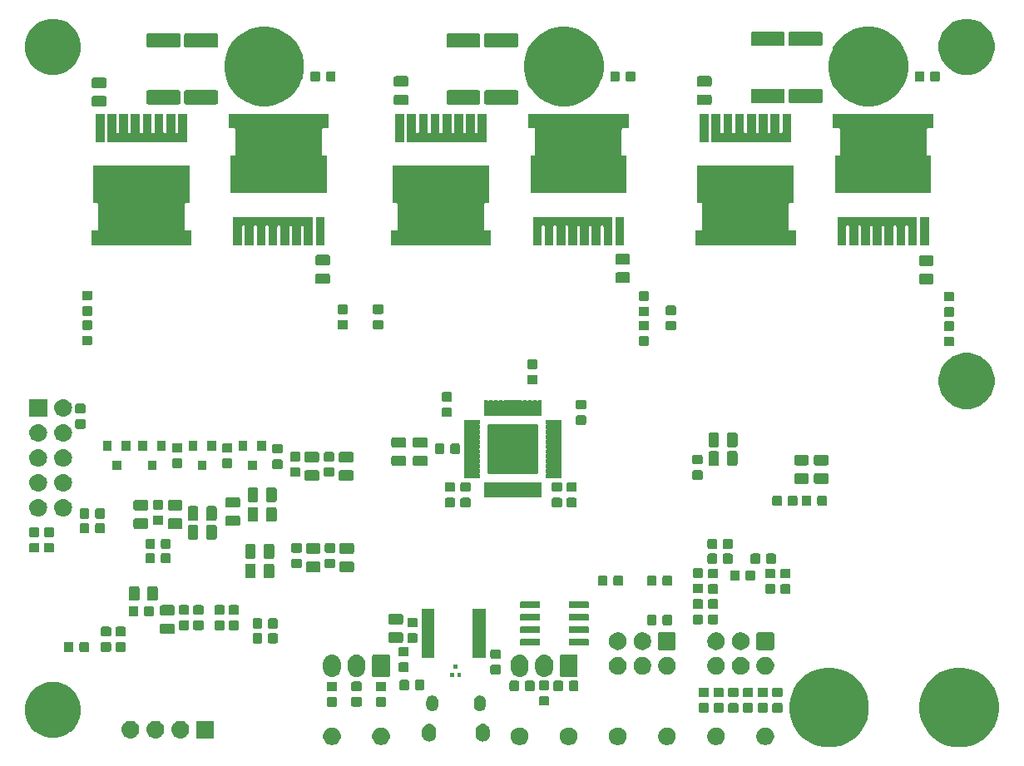
<source format=gbr>
G04 #@! TF.GenerationSoftware,KiCad,Pcbnew,(5.1.4)-1*
G04 #@! TF.CreationDate,2020-11-02T02:16:24+01:00*
G04 #@! TF.ProjectId,FER_ESC_v2r1,4645525f-4553-4435-9f76-3272312e6b69,rev?*
G04 #@! TF.SameCoordinates,Original*
G04 #@! TF.FileFunction,Soldermask,Bot*
G04 #@! TF.FilePolarity,Negative*
%FSLAX46Y46*%
G04 Gerber Fmt 4.6, Leading zero omitted, Abs format (unit mm)*
G04 Created by KiCad (PCBNEW (5.1.4)-1) date 2020-11-02 02:16:24*
%MOMM*%
%LPD*%
G04 APERTURE LIST*
%ADD10C,0.100000*%
G04 APERTURE END LIST*
D10*
G36*
X197931632Y-127854677D02*
G01*
X198237005Y-127981167D01*
X198668868Y-128160050D01*
X199332362Y-128603383D01*
X199896617Y-129167638D01*
X200339950Y-129831132D01*
X200485530Y-130182594D01*
X200645323Y-130568368D01*
X200801000Y-131351010D01*
X200801000Y-132148990D01*
X200645323Y-132931632D01*
X200549256Y-133163557D01*
X200339950Y-133668868D01*
X199896617Y-134332362D01*
X199332362Y-134896617D01*
X198668868Y-135339950D01*
X198334484Y-135478456D01*
X197931632Y-135645323D01*
X197148990Y-135801000D01*
X196351010Y-135801000D01*
X195568368Y-135645323D01*
X195165516Y-135478456D01*
X194831132Y-135339950D01*
X194167638Y-134896617D01*
X193603383Y-134332362D01*
X193160050Y-133668868D01*
X192950744Y-133163557D01*
X192854677Y-132931632D01*
X192699000Y-132148990D01*
X192699000Y-131351010D01*
X192854677Y-130568368D01*
X193014470Y-130182594D01*
X193160050Y-129831132D01*
X193603383Y-129167638D01*
X194167638Y-128603383D01*
X194831132Y-128160050D01*
X195262995Y-127981167D01*
X195568368Y-127854677D01*
X196351010Y-127699000D01*
X197148990Y-127699000D01*
X197931632Y-127854677D01*
X197931632Y-127854677D01*
G37*
G36*
X184681632Y-127854677D02*
G01*
X184987005Y-127981167D01*
X185418868Y-128160050D01*
X186082362Y-128603383D01*
X186646617Y-129167638D01*
X187089950Y-129831132D01*
X187235530Y-130182594D01*
X187395323Y-130568368D01*
X187551000Y-131351010D01*
X187551000Y-132148990D01*
X187395323Y-132931632D01*
X187299256Y-133163557D01*
X187089950Y-133668868D01*
X186646617Y-134332362D01*
X186082362Y-134896617D01*
X185418868Y-135339950D01*
X185084484Y-135478456D01*
X184681632Y-135645323D01*
X183898990Y-135801000D01*
X183101010Y-135801000D01*
X182318368Y-135645323D01*
X181915516Y-135478456D01*
X181581132Y-135339950D01*
X180917638Y-134896617D01*
X180353383Y-134332362D01*
X179910050Y-133668868D01*
X179700744Y-133163557D01*
X179604677Y-132931632D01*
X179449000Y-132148990D01*
X179449000Y-131351010D01*
X179604677Y-130568368D01*
X179764470Y-130182594D01*
X179910050Y-129831132D01*
X180353383Y-129167638D01*
X180917638Y-128603383D01*
X181581132Y-128160050D01*
X182012995Y-127981167D01*
X182318368Y-127854677D01*
X183101010Y-127699000D01*
X183898990Y-127699000D01*
X184681632Y-127854677D01*
X184681632Y-127854677D01*
G37*
G36*
X177113512Y-133783927D02*
G01*
X177262812Y-133813624D01*
X177426784Y-133881544D01*
X177574354Y-133980147D01*
X177699853Y-134105646D01*
X177798456Y-134253216D01*
X177866376Y-134417188D01*
X177896073Y-134566488D01*
X177901000Y-134591258D01*
X177901000Y-134768742D01*
X177896073Y-134793512D01*
X177866376Y-134942812D01*
X177798456Y-135106784D01*
X177699853Y-135254354D01*
X177574354Y-135379853D01*
X177426784Y-135478456D01*
X177262812Y-135546376D01*
X177113512Y-135576073D01*
X177088742Y-135581000D01*
X176911258Y-135581000D01*
X176886488Y-135576073D01*
X176737188Y-135546376D01*
X176573216Y-135478456D01*
X176425646Y-135379853D01*
X176300147Y-135254354D01*
X176201544Y-135106784D01*
X176133624Y-134942812D01*
X176103927Y-134793512D01*
X176099000Y-134768742D01*
X176099000Y-134591258D01*
X176103927Y-134566488D01*
X176133624Y-134417188D01*
X176201544Y-134253216D01*
X176300147Y-134105646D01*
X176425646Y-133980147D01*
X176573216Y-133881544D01*
X176737188Y-133813624D01*
X176886488Y-133783927D01*
X176911258Y-133779000D01*
X177088742Y-133779000D01*
X177113512Y-133783927D01*
X177113512Y-133783927D01*
G37*
G36*
X162113512Y-133783927D02*
G01*
X162262812Y-133813624D01*
X162426784Y-133881544D01*
X162574354Y-133980147D01*
X162699853Y-134105646D01*
X162798456Y-134253216D01*
X162866376Y-134417188D01*
X162896073Y-134566488D01*
X162901000Y-134591258D01*
X162901000Y-134768742D01*
X162896073Y-134793512D01*
X162866376Y-134942812D01*
X162798456Y-135106784D01*
X162699853Y-135254354D01*
X162574354Y-135379853D01*
X162426784Y-135478456D01*
X162262812Y-135546376D01*
X162113512Y-135576073D01*
X162088742Y-135581000D01*
X161911258Y-135581000D01*
X161886488Y-135576073D01*
X161737188Y-135546376D01*
X161573216Y-135478456D01*
X161425646Y-135379853D01*
X161300147Y-135254354D01*
X161201544Y-135106784D01*
X161133624Y-134942812D01*
X161103927Y-134793512D01*
X161099000Y-134768742D01*
X161099000Y-134591258D01*
X161103927Y-134566488D01*
X161133624Y-134417188D01*
X161201544Y-134253216D01*
X161300147Y-134105646D01*
X161425646Y-133980147D01*
X161573216Y-133881544D01*
X161737188Y-133813624D01*
X161886488Y-133783927D01*
X161911258Y-133779000D01*
X162088742Y-133779000D01*
X162113512Y-133783927D01*
X162113512Y-133783927D01*
G37*
G36*
X133013512Y-133783927D02*
G01*
X133162812Y-133813624D01*
X133326784Y-133881544D01*
X133474354Y-133980147D01*
X133599853Y-134105646D01*
X133698456Y-134253216D01*
X133766376Y-134417188D01*
X133796073Y-134566488D01*
X133801000Y-134591258D01*
X133801000Y-134768742D01*
X133796073Y-134793512D01*
X133766376Y-134942812D01*
X133698456Y-135106784D01*
X133599853Y-135254354D01*
X133474354Y-135379853D01*
X133326784Y-135478456D01*
X133162812Y-135546376D01*
X133013512Y-135576073D01*
X132988742Y-135581000D01*
X132811258Y-135581000D01*
X132786488Y-135576073D01*
X132637188Y-135546376D01*
X132473216Y-135478456D01*
X132325646Y-135379853D01*
X132200147Y-135254354D01*
X132101544Y-135106784D01*
X132033624Y-134942812D01*
X132003927Y-134793512D01*
X131999000Y-134768742D01*
X131999000Y-134591258D01*
X132003927Y-134566488D01*
X132033624Y-134417188D01*
X132101544Y-134253216D01*
X132200147Y-134105646D01*
X132325646Y-133980147D01*
X132473216Y-133881544D01*
X132637188Y-133813624D01*
X132786488Y-133783927D01*
X132811258Y-133779000D01*
X132988742Y-133779000D01*
X133013512Y-133783927D01*
X133013512Y-133783927D01*
G37*
G36*
X138013512Y-133783927D02*
G01*
X138162812Y-133813624D01*
X138326784Y-133881544D01*
X138474354Y-133980147D01*
X138599853Y-134105646D01*
X138698456Y-134253216D01*
X138766376Y-134417188D01*
X138796073Y-134566488D01*
X138801000Y-134591258D01*
X138801000Y-134768742D01*
X138796073Y-134793512D01*
X138766376Y-134942812D01*
X138698456Y-135106784D01*
X138599853Y-135254354D01*
X138474354Y-135379853D01*
X138326784Y-135478456D01*
X138162812Y-135546376D01*
X138013512Y-135576073D01*
X137988742Y-135581000D01*
X137811258Y-135581000D01*
X137786488Y-135576073D01*
X137637188Y-135546376D01*
X137473216Y-135478456D01*
X137325646Y-135379853D01*
X137200147Y-135254354D01*
X137101544Y-135106784D01*
X137033624Y-134942812D01*
X137003927Y-134793512D01*
X136999000Y-134768742D01*
X136999000Y-134591258D01*
X137003927Y-134566488D01*
X137033624Y-134417188D01*
X137101544Y-134253216D01*
X137200147Y-134105646D01*
X137325646Y-133980147D01*
X137473216Y-133881544D01*
X137637188Y-133813624D01*
X137786488Y-133783927D01*
X137811258Y-133779000D01*
X137988742Y-133779000D01*
X138013512Y-133783927D01*
X138013512Y-133783927D01*
G37*
G36*
X172113512Y-133783927D02*
G01*
X172262812Y-133813624D01*
X172426784Y-133881544D01*
X172574354Y-133980147D01*
X172699853Y-134105646D01*
X172798456Y-134253216D01*
X172866376Y-134417188D01*
X172896073Y-134566488D01*
X172901000Y-134591258D01*
X172901000Y-134768742D01*
X172896073Y-134793512D01*
X172866376Y-134942812D01*
X172798456Y-135106784D01*
X172699853Y-135254354D01*
X172574354Y-135379853D01*
X172426784Y-135478456D01*
X172262812Y-135546376D01*
X172113512Y-135576073D01*
X172088742Y-135581000D01*
X171911258Y-135581000D01*
X171886488Y-135576073D01*
X171737188Y-135546376D01*
X171573216Y-135478456D01*
X171425646Y-135379853D01*
X171300147Y-135254354D01*
X171201544Y-135106784D01*
X171133624Y-134942812D01*
X171103927Y-134793512D01*
X171099000Y-134768742D01*
X171099000Y-134591258D01*
X171103927Y-134566488D01*
X171133624Y-134417188D01*
X171201544Y-134253216D01*
X171300147Y-134105646D01*
X171425646Y-133980147D01*
X171573216Y-133881544D01*
X171737188Y-133813624D01*
X171886488Y-133783927D01*
X171911258Y-133779000D01*
X172088742Y-133779000D01*
X172113512Y-133783927D01*
X172113512Y-133783927D01*
G37*
G36*
X157113512Y-133783927D02*
G01*
X157262812Y-133813624D01*
X157426784Y-133881544D01*
X157574354Y-133980147D01*
X157699853Y-134105646D01*
X157798456Y-134253216D01*
X157866376Y-134417188D01*
X157896073Y-134566488D01*
X157901000Y-134591258D01*
X157901000Y-134768742D01*
X157896073Y-134793512D01*
X157866376Y-134942812D01*
X157798456Y-135106784D01*
X157699853Y-135254354D01*
X157574354Y-135379853D01*
X157426784Y-135478456D01*
X157262812Y-135546376D01*
X157113512Y-135576073D01*
X157088742Y-135581000D01*
X156911258Y-135581000D01*
X156886488Y-135576073D01*
X156737188Y-135546376D01*
X156573216Y-135478456D01*
X156425646Y-135379853D01*
X156300147Y-135254354D01*
X156201544Y-135106784D01*
X156133624Y-134942812D01*
X156103927Y-134793512D01*
X156099000Y-134768742D01*
X156099000Y-134591258D01*
X156103927Y-134566488D01*
X156133624Y-134417188D01*
X156201544Y-134253216D01*
X156300147Y-134105646D01*
X156425646Y-133980147D01*
X156573216Y-133881544D01*
X156737188Y-133813624D01*
X156886488Y-133783927D01*
X156911258Y-133779000D01*
X157088742Y-133779000D01*
X157113512Y-133783927D01*
X157113512Y-133783927D01*
G37*
G36*
X167113512Y-133783927D02*
G01*
X167262812Y-133813624D01*
X167426784Y-133881544D01*
X167574354Y-133980147D01*
X167699853Y-134105646D01*
X167798456Y-134253216D01*
X167866376Y-134417188D01*
X167896073Y-134566488D01*
X167901000Y-134591258D01*
X167901000Y-134768742D01*
X167896073Y-134793512D01*
X167866376Y-134942812D01*
X167798456Y-135106784D01*
X167699853Y-135254354D01*
X167574354Y-135379853D01*
X167426784Y-135478456D01*
X167262812Y-135546376D01*
X167113512Y-135576073D01*
X167088742Y-135581000D01*
X166911258Y-135581000D01*
X166886488Y-135576073D01*
X166737188Y-135546376D01*
X166573216Y-135478456D01*
X166425646Y-135379853D01*
X166300147Y-135254354D01*
X166201544Y-135106784D01*
X166133624Y-134942812D01*
X166103927Y-134793512D01*
X166099000Y-134768742D01*
X166099000Y-134591258D01*
X166103927Y-134566488D01*
X166133624Y-134417188D01*
X166201544Y-134253216D01*
X166300147Y-134105646D01*
X166425646Y-133980147D01*
X166573216Y-133881544D01*
X166737188Y-133813624D01*
X166886488Y-133783927D01*
X166911258Y-133779000D01*
X167088742Y-133779000D01*
X167113512Y-133783927D01*
X167113512Y-133783927D01*
G37*
G36*
X152113512Y-133783927D02*
G01*
X152262812Y-133813624D01*
X152426784Y-133881544D01*
X152574354Y-133980147D01*
X152699853Y-134105646D01*
X152798456Y-134253216D01*
X152866376Y-134417188D01*
X152896073Y-134566488D01*
X152901000Y-134591258D01*
X152901000Y-134768742D01*
X152896073Y-134793512D01*
X152866376Y-134942812D01*
X152798456Y-135106784D01*
X152699853Y-135254354D01*
X152574354Y-135379853D01*
X152426784Y-135478456D01*
X152262812Y-135546376D01*
X152113512Y-135576073D01*
X152088742Y-135581000D01*
X151911258Y-135581000D01*
X151886488Y-135576073D01*
X151737188Y-135546376D01*
X151573216Y-135478456D01*
X151425646Y-135379853D01*
X151300147Y-135254354D01*
X151201544Y-135106784D01*
X151133624Y-134942812D01*
X151103927Y-134793512D01*
X151099000Y-134768742D01*
X151099000Y-134591258D01*
X151103927Y-134566488D01*
X151133624Y-134417188D01*
X151201544Y-134253216D01*
X151300147Y-134105646D01*
X151425646Y-133980147D01*
X151573216Y-133881544D01*
X151737188Y-133813624D01*
X151886488Y-133783927D01*
X151911258Y-133779000D01*
X152088742Y-133779000D01*
X152113512Y-133783927D01*
X152113512Y-133783927D01*
G37*
G36*
X148397320Y-133424505D02*
G01*
X148534171Y-133466019D01*
X148534174Y-133466020D01*
X148660293Y-133533432D01*
X148770843Y-133624158D01*
X148861568Y-133734706D01*
X148928980Y-133860825D01*
X148928980Y-133860826D01*
X148928981Y-133860828D01*
X148970495Y-133997679D01*
X148981000Y-134104341D01*
X148981000Y-134525658D01*
X148970495Y-134632320D01*
X148949765Y-134700656D01*
X148928980Y-134769176D01*
X148861568Y-134895294D01*
X148770843Y-135005843D01*
X148660294Y-135096568D01*
X148534175Y-135163980D01*
X148534172Y-135163981D01*
X148397321Y-135205495D01*
X148255000Y-135219512D01*
X148112680Y-135205495D01*
X147975829Y-135163981D01*
X147975826Y-135163980D01*
X147849707Y-135096568D01*
X147739158Y-135005843D01*
X147648432Y-134895294D01*
X147581020Y-134769175D01*
X147541891Y-134640185D01*
X147539505Y-134632321D01*
X147529000Y-134525659D01*
X147529000Y-134104342D01*
X147539505Y-133997680D01*
X147581019Y-133860829D01*
X147581020Y-133860826D01*
X147648432Y-133734707D01*
X147715049Y-133653534D01*
X147739157Y-133624158D01*
X147849705Y-133533433D01*
X147849704Y-133533433D01*
X147849706Y-133533432D01*
X147975825Y-133466020D01*
X147975828Y-133466019D01*
X148112679Y-133424505D01*
X148255000Y-133410488D01*
X148397320Y-133424505D01*
X148397320Y-133424505D01*
G37*
G36*
X142937320Y-133424505D02*
G01*
X143074171Y-133466019D01*
X143074174Y-133466020D01*
X143200293Y-133533432D01*
X143310843Y-133624158D01*
X143401568Y-133734706D01*
X143468980Y-133860825D01*
X143468980Y-133860826D01*
X143468981Y-133860828D01*
X143510495Y-133997679D01*
X143521000Y-134104341D01*
X143521000Y-134525658D01*
X143510495Y-134632320D01*
X143489765Y-134700656D01*
X143468980Y-134769176D01*
X143401568Y-134895294D01*
X143310843Y-135005843D01*
X143200294Y-135096568D01*
X143074175Y-135163980D01*
X143074172Y-135163981D01*
X142937321Y-135205495D01*
X142795000Y-135219512D01*
X142652680Y-135205495D01*
X142515829Y-135163981D01*
X142515826Y-135163980D01*
X142389707Y-135096568D01*
X142279158Y-135005843D01*
X142188432Y-134895294D01*
X142121020Y-134769175D01*
X142081891Y-134640185D01*
X142079505Y-134632321D01*
X142069000Y-134525659D01*
X142069000Y-134104342D01*
X142079505Y-133997680D01*
X142121019Y-133860829D01*
X142121020Y-133860826D01*
X142188432Y-133734707D01*
X142255049Y-133653534D01*
X142279157Y-133624158D01*
X142389705Y-133533433D01*
X142389704Y-133533433D01*
X142389706Y-133533432D01*
X142515825Y-133466020D01*
X142515828Y-133466019D01*
X142652679Y-133424505D01*
X142795000Y-133410488D01*
X142937320Y-133424505D01*
X142937320Y-133424505D01*
G37*
G36*
X120901000Y-134901000D02*
G01*
X119099000Y-134901000D01*
X119099000Y-133099000D01*
X120901000Y-133099000D01*
X120901000Y-134901000D01*
X120901000Y-134901000D01*
G37*
G36*
X117570443Y-133105519D02*
G01*
X117636627Y-133112037D01*
X117806466Y-133163557D01*
X117962991Y-133247222D01*
X117998729Y-133276552D01*
X118100186Y-133359814D01*
X118155602Y-133427340D01*
X118212778Y-133497009D01*
X118296443Y-133653534D01*
X118347963Y-133823373D01*
X118365359Y-134000000D01*
X118347963Y-134176627D01*
X118296443Y-134346466D01*
X118212778Y-134502991D01*
X118194174Y-134525660D01*
X118100186Y-134640186D01*
X117998729Y-134723448D01*
X117962991Y-134752778D01*
X117806466Y-134836443D01*
X117636627Y-134887963D01*
X117570442Y-134894482D01*
X117504260Y-134901000D01*
X117415740Y-134901000D01*
X117349558Y-134894482D01*
X117283373Y-134887963D01*
X117113534Y-134836443D01*
X116957009Y-134752778D01*
X116921271Y-134723448D01*
X116819814Y-134640186D01*
X116725826Y-134525660D01*
X116707222Y-134502991D01*
X116623557Y-134346466D01*
X116572037Y-134176627D01*
X116554641Y-134000000D01*
X116572037Y-133823373D01*
X116623557Y-133653534D01*
X116707222Y-133497009D01*
X116764398Y-133427340D01*
X116819814Y-133359814D01*
X116921271Y-133276552D01*
X116957009Y-133247222D01*
X117113534Y-133163557D01*
X117283373Y-133112037D01*
X117349557Y-133105519D01*
X117415740Y-133099000D01*
X117504260Y-133099000D01*
X117570443Y-133105519D01*
X117570443Y-133105519D01*
G37*
G36*
X115030443Y-133105519D02*
G01*
X115096627Y-133112037D01*
X115266466Y-133163557D01*
X115422991Y-133247222D01*
X115458729Y-133276552D01*
X115560186Y-133359814D01*
X115615602Y-133427340D01*
X115672778Y-133497009D01*
X115756443Y-133653534D01*
X115807963Y-133823373D01*
X115825359Y-134000000D01*
X115807963Y-134176627D01*
X115756443Y-134346466D01*
X115672778Y-134502991D01*
X115654174Y-134525660D01*
X115560186Y-134640186D01*
X115458729Y-134723448D01*
X115422991Y-134752778D01*
X115266466Y-134836443D01*
X115096627Y-134887963D01*
X115030442Y-134894482D01*
X114964260Y-134901000D01*
X114875740Y-134901000D01*
X114809558Y-134894482D01*
X114743373Y-134887963D01*
X114573534Y-134836443D01*
X114417009Y-134752778D01*
X114381271Y-134723448D01*
X114279814Y-134640186D01*
X114185826Y-134525660D01*
X114167222Y-134502991D01*
X114083557Y-134346466D01*
X114032037Y-134176627D01*
X114014641Y-134000000D01*
X114032037Y-133823373D01*
X114083557Y-133653534D01*
X114167222Y-133497009D01*
X114224398Y-133427340D01*
X114279814Y-133359814D01*
X114381271Y-133276552D01*
X114417009Y-133247222D01*
X114573534Y-133163557D01*
X114743373Y-133112037D01*
X114809557Y-133105519D01*
X114875740Y-133099000D01*
X114964260Y-133099000D01*
X115030443Y-133105519D01*
X115030443Y-133105519D01*
G37*
G36*
X112490443Y-133105519D02*
G01*
X112556627Y-133112037D01*
X112726466Y-133163557D01*
X112882991Y-133247222D01*
X112918729Y-133276552D01*
X113020186Y-133359814D01*
X113075602Y-133427340D01*
X113132778Y-133497009D01*
X113216443Y-133653534D01*
X113267963Y-133823373D01*
X113285359Y-134000000D01*
X113267963Y-134176627D01*
X113216443Y-134346466D01*
X113132778Y-134502991D01*
X113114174Y-134525660D01*
X113020186Y-134640186D01*
X112918729Y-134723448D01*
X112882991Y-134752778D01*
X112726466Y-134836443D01*
X112556627Y-134887963D01*
X112490442Y-134894482D01*
X112424260Y-134901000D01*
X112335740Y-134901000D01*
X112269558Y-134894482D01*
X112203373Y-134887963D01*
X112033534Y-134836443D01*
X111877009Y-134752778D01*
X111841271Y-134723448D01*
X111739814Y-134640186D01*
X111645826Y-134525660D01*
X111627222Y-134502991D01*
X111543557Y-134346466D01*
X111492037Y-134176627D01*
X111474641Y-134000000D01*
X111492037Y-133823373D01*
X111543557Y-133653534D01*
X111627222Y-133497009D01*
X111684398Y-133427340D01*
X111739814Y-133359814D01*
X111841271Y-133276552D01*
X111877009Y-133247222D01*
X112033534Y-133163557D01*
X112203373Y-133112037D01*
X112269557Y-133105519D01*
X112335740Y-133099000D01*
X112424260Y-133099000D01*
X112490443Y-133105519D01*
X112490443Y-133105519D01*
G37*
G36*
X105014767Y-129195539D02*
G01*
X105331606Y-129258562D01*
X105850455Y-129473476D01*
X106156582Y-129678024D01*
X106308304Y-129779401D01*
X106317407Y-129785484D01*
X106714516Y-130182593D01*
X107026524Y-130649545D01*
X107241438Y-131168394D01*
X107268813Y-131306020D01*
X107339921Y-131663500D01*
X107351000Y-131719201D01*
X107351000Y-132280799D01*
X107241438Y-132831606D01*
X107026524Y-133350455D01*
X106813768Y-133668866D01*
X106714517Y-133817406D01*
X106317406Y-134214517D01*
X106248629Y-134260472D01*
X105850455Y-134526524D01*
X105331606Y-134741438D01*
X105194344Y-134768741D01*
X104780800Y-134851000D01*
X104219200Y-134851000D01*
X103805656Y-134768741D01*
X103668394Y-134741438D01*
X103149545Y-134526524D01*
X102751371Y-134260472D01*
X102682594Y-134214517D01*
X102285483Y-133817406D01*
X102186232Y-133668866D01*
X101973476Y-133350455D01*
X101758562Y-132831606D01*
X101649000Y-132280799D01*
X101649000Y-131719201D01*
X101660080Y-131663500D01*
X101731187Y-131306020D01*
X101758562Y-131168394D01*
X101973476Y-130649545D01*
X102285484Y-130182593D01*
X102682593Y-129785484D01*
X102691697Y-129779401D01*
X102843418Y-129678024D01*
X103149545Y-129473476D01*
X103668394Y-129258562D01*
X103985233Y-129195539D01*
X104219200Y-129149000D01*
X104780800Y-129149000D01*
X105014767Y-129195539D01*
X105014767Y-129195539D01*
G37*
G36*
X172629591Y-131303085D02*
G01*
X172663569Y-131313393D01*
X172694890Y-131330134D01*
X172722339Y-131352661D01*
X172744866Y-131380110D01*
X172761607Y-131411431D01*
X172771915Y-131445409D01*
X172776000Y-131486890D01*
X172776000Y-132088110D01*
X172771915Y-132129591D01*
X172761607Y-132163569D01*
X172744866Y-132194890D01*
X172722339Y-132222339D01*
X172694890Y-132244866D01*
X172663569Y-132261607D01*
X172629591Y-132271915D01*
X172588110Y-132276000D01*
X171911890Y-132276000D01*
X171870409Y-132271915D01*
X171836431Y-132261607D01*
X171805110Y-132244866D01*
X171777661Y-132222339D01*
X171755134Y-132194890D01*
X171738393Y-132163569D01*
X171728085Y-132129591D01*
X171724000Y-132088110D01*
X171724000Y-131486890D01*
X171728085Y-131445409D01*
X171738393Y-131411431D01*
X171755134Y-131380110D01*
X171777661Y-131352661D01*
X171805110Y-131330134D01*
X171836431Y-131313393D01*
X171870409Y-131303085D01*
X171911890Y-131299000D01*
X172588110Y-131299000D01*
X172629591Y-131303085D01*
X172629591Y-131303085D01*
G37*
G36*
X178629591Y-131303085D02*
G01*
X178663569Y-131313393D01*
X178694890Y-131330134D01*
X178722339Y-131352661D01*
X178744866Y-131380110D01*
X178761607Y-131411431D01*
X178771915Y-131445409D01*
X178776000Y-131486890D01*
X178776000Y-132088110D01*
X178771915Y-132129591D01*
X178761607Y-132163569D01*
X178744866Y-132194890D01*
X178722339Y-132222339D01*
X178694890Y-132244866D01*
X178663569Y-132261607D01*
X178629591Y-132271915D01*
X178588110Y-132276000D01*
X177911890Y-132276000D01*
X177870409Y-132271915D01*
X177836431Y-132261607D01*
X177805110Y-132244866D01*
X177777661Y-132222339D01*
X177755134Y-132194890D01*
X177738393Y-132163569D01*
X177728085Y-132129591D01*
X177724000Y-132088110D01*
X177724000Y-131486890D01*
X177728085Y-131445409D01*
X177738393Y-131411431D01*
X177755134Y-131380110D01*
X177777661Y-131352661D01*
X177805110Y-131330134D01*
X177836431Y-131313393D01*
X177870409Y-131303085D01*
X177911890Y-131299000D01*
X178588110Y-131299000D01*
X178629591Y-131303085D01*
X178629591Y-131303085D01*
G37*
G36*
X177129591Y-131303085D02*
G01*
X177163569Y-131313393D01*
X177194890Y-131330134D01*
X177222339Y-131352661D01*
X177244866Y-131380110D01*
X177261607Y-131411431D01*
X177271915Y-131445409D01*
X177276000Y-131486890D01*
X177276000Y-132088110D01*
X177271915Y-132129591D01*
X177261607Y-132163569D01*
X177244866Y-132194890D01*
X177222339Y-132222339D01*
X177194890Y-132244866D01*
X177163569Y-132261607D01*
X177129591Y-132271915D01*
X177088110Y-132276000D01*
X176411890Y-132276000D01*
X176370409Y-132271915D01*
X176336431Y-132261607D01*
X176305110Y-132244866D01*
X176277661Y-132222339D01*
X176255134Y-132194890D01*
X176238393Y-132163569D01*
X176228085Y-132129591D01*
X176224000Y-132088110D01*
X176224000Y-131486890D01*
X176228085Y-131445409D01*
X176238393Y-131411431D01*
X176255134Y-131380110D01*
X176277661Y-131352661D01*
X176305110Y-131330134D01*
X176336431Y-131313393D01*
X176370409Y-131303085D01*
X176411890Y-131299000D01*
X177088110Y-131299000D01*
X177129591Y-131303085D01*
X177129591Y-131303085D01*
G37*
G36*
X171129591Y-131303085D02*
G01*
X171163569Y-131313393D01*
X171194890Y-131330134D01*
X171222339Y-131352661D01*
X171244866Y-131380110D01*
X171261607Y-131411431D01*
X171271915Y-131445409D01*
X171276000Y-131486890D01*
X171276000Y-132088110D01*
X171271915Y-132129591D01*
X171261607Y-132163569D01*
X171244866Y-132194890D01*
X171222339Y-132222339D01*
X171194890Y-132244866D01*
X171163569Y-132261607D01*
X171129591Y-132271915D01*
X171088110Y-132276000D01*
X170411890Y-132276000D01*
X170370409Y-132271915D01*
X170336431Y-132261607D01*
X170305110Y-132244866D01*
X170277661Y-132222339D01*
X170255134Y-132194890D01*
X170238393Y-132163569D01*
X170228085Y-132129591D01*
X170224000Y-132088110D01*
X170224000Y-131486890D01*
X170228085Y-131445409D01*
X170238393Y-131411431D01*
X170255134Y-131380110D01*
X170277661Y-131352661D01*
X170305110Y-131330134D01*
X170336431Y-131313393D01*
X170370409Y-131303085D01*
X170411890Y-131299000D01*
X171088110Y-131299000D01*
X171129591Y-131303085D01*
X171129591Y-131303085D01*
G37*
G36*
X174129591Y-131303085D02*
G01*
X174163569Y-131313393D01*
X174194890Y-131330134D01*
X174222339Y-131352661D01*
X174244866Y-131380110D01*
X174261607Y-131411431D01*
X174271915Y-131445409D01*
X174276000Y-131486890D01*
X174276000Y-132088110D01*
X174271915Y-132129591D01*
X174261607Y-132163569D01*
X174244866Y-132194890D01*
X174222339Y-132222339D01*
X174194890Y-132244866D01*
X174163569Y-132261607D01*
X174129591Y-132271915D01*
X174088110Y-132276000D01*
X173411890Y-132276000D01*
X173370409Y-132271915D01*
X173336431Y-132261607D01*
X173305110Y-132244866D01*
X173277661Y-132222339D01*
X173255134Y-132194890D01*
X173238393Y-132163569D01*
X173228085Y-132129591D01*
X173224000Y-132088110D01*
X173224000Y-131486890D01*
X173228085Y-131445409D01*
X173238393Y-131411431D01*
X173255134Y-131380110D01*
X173277661Y-131352661D01*
X173305110Y-131330134D01*
X173336431Y-131313393D01*
X173370409Y-131303085D01*
X173411890Y-131299000D01*
X174088110Y-131299000D01*
X174129591Y-131303085D01*
X174129591Y-131303085D01*
G37*
G36*
X175629591Y-131303085D02*
G01*
X175663569Y-131313393D01*
X175694890Y-131330134D01*
X175722339Y-131352661D01*
X175744866Y-131380110D01*
X175761607Y-131411431D01*
X175771915Y-131445409D01*
X175776000Y-131486890D01*
X175776000Y-132088110D01*
X175771915Y-132129591D01*
X175761607Y-132163569D01*
X175744866Y-132194890D01*
X175722339Y-132222339D01*
X175694890Y-132244866D01*
X175663569Y-132261607D01*
X175629591Y-132271915D01*
X175588110Y-132276000D01*
X174911890Y-132276000D01*
X174870409Y-132271915D01*
X174836431Y-132261607D01*
X174805110Y-132244866D01*
X174777661Y-132222339D01*
X174755134Y-132194890D01*
X174738393Y-132163569D01*
X174728085Y-132129591D01*
X174724000Y-132088110D01*
X174724000Y-131486890D01*
X174728085Y-131445409D01*
X174738393Y-131411431D01*
X174755134Y-131380110D01*
X174777661Y-131352661D01*
X174805110Y-131330134D01*
X174836431Y-131313393D01*
X174870409Y-131303085D01*
X174911890Y-131299000D01*
X175588110Y-131299000D01*
X175629591Y-131303085D01*
X175629591Y-131303085D01*
G37*
G36*
X143222817Y-130522696D02*
G01*
X143336104Y-130557062D01*
X143440511Y-130612869D01*
X143440513Y-130612870D01*
X143440512Y-130612870D01*
X143532027Y-130687973D01*
X143589528Y-130758039D01*
X143607131Y-130779488D01*
X143662938Y-130883895D01*
X143697304Y-130997182D01*
X143706000Y-131085481D01*
X143706000Y-131544518D01*
X143697304Y-131632818D01*
X143662938Y-131746105D01*
X143607131Y-131850512D01*
X143532027Y-131942027D01*
X143440512Y-132017131D01*
X143336105Y-132072938D01*
X143222818Y-132107304D01*
X143105000Y-132118907D01*
X142987183Y-132107304D01*
X142873896Y-132072938D01*
X142769489Y-132017131D01*
X142677974Y-131942027D01*
X142602869Y-131850512D01*
X142547062Y-131746105D01*
X142512696Y-131632818D01*
X142504000Y-131544519D01*
X142504000Y-131085482D01*
X142512696Y-130997183D01*
X142547062Y-130883896D01*
X142602869Y-130779489D01*
X142645400Y-130727664D01*
X142677973Y-130687973D01*
X142769487Y-130612870D01*
X142769486Y-130612870D01*
X142769488Y-130612869D01*
X142873895Y-130557062D01*
X142987182Y-130522696D01*
X143105000Y-130511093D01*
X143222817Y-130522696D01*
X143222817Y-130522696D01*
G37*
G36*
X148062817Y-130522696D02*
G01*
X148176104Y-130557062D01*
X148280511Y-130612869D01*
X148280513Y-130612870D01*
X148280512Y-130612870D01*
X148372027Y-130687973D01*
X148429528Y-130758039D01*
X148447131Y-130779488D01*
X148502938Y-130883895D01*
X148537304Y-130997182D01*
X148546000Y-131085481D01*
X148546000Y-131544518D01*
X148537304Y-131632818D01*
X148502938Y-131746105D01*
X148447131Y-131850512D01*
X148372027Y-131942027D01*
X148280512Y-132017131D01*
X148176105Y-132072938D01*
X148062818Y-132107304D01*
X147945000Y-132118907D01*
X147827183Y-132107304D01*
X147713896Y-132072938D01*
X147609489Y-132017131D01*
X147517974Y-131942027D01*
X147442869Y-131850512D01*
X147387062Y-131746105D01*
X147352696Y-131632818D01*
X147344000Y-131544519D01*
X147344000Y-131085482D01*
X147352696Y-130997183D01*
X147387062Y-130883896D01*
X147442869Y-130779489D01*
X147485400Y-130727664D01*
X147517973Y-130687973D01*
X147609487Y-130612870D01*
X147609486Y-130612870D01*
X147609488Y-130612869D01*
X147713895Y-130557062D01*
X147827182Y-130522696D01*
X147945000Y-130511093D01*
X148062817Y-130522696D01*
X148062817Y-130522696D01*
G37*
G36*
X133279591Y-130703085D02*
G01*
X133313569Y-130713393D01*
X133344890Y-130730134D01*
X133372339Y-130752661D01*
X133394866Y-130780110D01*
X133411607Y-130811431D01*
X133421915Y-130845409D01*
X133426000Y-130886890D01*
X133426000Y-131488110D01*
X133421915Y-131529591D01*
X133411607Y-131563569D01*
X133394866Y-131594890D01*
X133372339Y-131622339D01*
X133344890Y-131644866D01*
X133313569Y-131661607D01*
X133279591Y-131671915D01*
X133238110Y-131676000D01*
X132561890Y-131676000D01*
X132520409Y-131671915D01*
X132486431Y-131661607D01*
X132455110Y-131644866D01*
X132427661Y-131622339D01*
X132405134Y-131594890D01*
X132388393Y-131563569D01*
X132378085Y-131529591D01*
X132374000Y-131488110D01*
X132374000Y-130886890D01*
X132378085Y-130845409D01*
X132388393Y-130811431D01*
X132405134Y-130780110D01*
X132427661Y-130752661D01*
X132455110Y-130730134D01*
X132486431Y-130713393D01*
X132520409Y-130703085D01*
X132561890Y-130699000D01*
X133238110Y-130699000D01*
X133279591Y-130703085D01*
X133279591Y-130703085D01*
G37*
G36*
X138279591Y-130703085D02*
G01*
X138313569Y-130713393D01*
X138344890Y-130730134D01*
X138372339Y-130752661D01*
X138394866Y-130780110D01*
X138411607Y-130811431D01*
X138421915Y-130845409D01*
X138426000Y-130886890D01*
X138426000Y-131488110D01*
X138421915Y-131529591D01*
X138411607Y-131563569D01*
X138394866Y-131594890D01*
X138372339Y-131622339D01*
X138344890Y-131644866D01*
X138313569Y-131661607D01*
X138279591Y-131671915D01*
X138238110Y-131676000D01*
X137561890Y-131676000D01*
X137520409Y-131671915D01*
X137486431Y-131661607D01*
X137455110Y-131644866D01*
X137427661Y-131622339D01*
X137405134Y-131594890D01*
X137388393Y-131563569D01*
X137378085Y-131529591D01*
X137374000Y-131488110D01*
X137374000Y-130886890D01*
X137378085Y-130845409D01*
X137388393Y-130811431D01*
X137405134Y-130780110D01*
X137427661Y-130752661D01*
X137455110Y-130730134D01*
X137486431Y-130713393D01*
X137520409Y-130703085D01*
X137561890Y-130699000D01*
X138238110Y-130699000D01*
X138279591Y-130703085D01*
X138279591Y-130703085D01*
G37*
G36*
X135779591Y-130690585D02*
G01*
X135813569Y-130700893D01*
X135844890Y-130717634D01*
X135872339Y-130740161D01*
X135894866Y-130767610D01*
X135911607Y-130798931D01*
X135921915Y-130832909D01*
X135926000Y-130874390D01*
X135926000Y-131475610D01*
X135921915Y-131517091D01*
X135911607Y-131551069D01*
X135894866Y-131582390D01*
X135872339Y-131609839D01*
X135844890Y-131632366D01*
X135813569Y-131649107D01*
X135779591Y-131659415D01*
X135738110Y-131663500D01*
X135061890Y-131663500D01*
X135020409Y-131659415D01*
X134986431Y-131649107D01*
X134955110Y-131632366D01*
X134927661Y-131609839D01*
X134905134Y-131582390D01*
X134888393Y-131551069D01*
X134878085Y-131517091D01*
X134874000Y-131475610D01*
X134874000Y-130874390D01*
X134878085Y-130832909D01*
X134888393Y-130798931D01*
X134905134Y-130767610D01*
X134927661Y-130740161D01*
X134955110Y-130717634D01*
X134986431Y-130700893D01*
X135020409Y-130690585D01*
X135061890Y-130686500D01*
X135738110Y-130686500D01*
X135779591Y-130690585D01*
X135779591Y-130690585D01*
G37*
G36*
X154879591Y-130590585D02*
G01*
X154913569Y-130600893D01*
X154944890Y-130617634D01*
X154972339Y-130640161D01*
X154994866Y-130667610D01*
X155011607Y-130698931D01*
X155021915Y-130732909D01*
X155026000Y-130774390D01*
X155026000Y-131375610D01*
X155021915Y-131417091D01*
X155011607Y-131451069D01*
X154994866Y-131482390D01*
X154972339Y-131509839D01*
X154944890Y-131532366D01*
X154913569Y-131549107D01*
X154879591Y-131559415D01*
X154838110Y-131563500D01*
X154161890Y-131563500D01*
X154120409Y-131559415D01*
X154086431Y-131549107D01*
X154055110Y-131532366D01*
X154027661Y-131509839D01*
X154005134Y-131482390D01*
X153988393Y-131451069D01*
X153978085Y-131417091D01*
X153974000Y-131375610D01*
X153974000Y-130774390D01*
X153978085Y-130732909D01*
X153988393Y-130698931D01*
X154005134Y-130667610D01*
X154027661Y-130640161D01*
X154055110Y-130617634D01*
X154086431Y-130600893D01*
X154120409Y-130590585D01*
X154161890Y-130586500D01*
X154838110Y-130586500D01*
X154879591Y-130590585D01*
X154879591Y-130590585D01*
G37*
G36*
X174129591Y-129728085D02*
G01*
X174163569Y-129738393D01*
X174194890Y-129755134D01*
X174222339Y-129777661D01*
X174244866Y-129805110D01*
X174261607Y-129836431D01*
X174271915Y-129870409D01*
X174276000Y-129911890D01*
X174276000Y-130513110D01*
X174271915Y-130554591D01*
X174261607Y-130588569D01*
X174244866Y-130619890D01*
X174222339Y-130647339D01*
X174194890Y-130669866D01*
X174163569Y-130686607D01*
X174129591Y-130696915D01*
X174088110Y-130701000D01*
X173411890Y-130701000D01*
X173370409Y-130696915D01*
X173336431Y-130686607D01*
X173305110Y-130669866D01*
X173277661Y-130647339D01*
X173255134Y-130619890D01*
X173238393Y-130588569D01*
X173228085Y-130554591D01*
X173224000Y-130513110D01*
X173224000Y-129911890D01*
X173228085Y-129870409D01*
X173238393Y-129836431D01*
X173255134Y-129805110D01*
X173277661Y-129777661D01*
X173305110Y-129755134D01*
X173336431Y-129738393D01*
X173370409Y-129728085D01*
X173411890Y-129724000D01*
X174088110Y-129724000D01*
X174129591Y-129728085D01*
X174129591Y-129728085D01*
G37*
G36*
X172629591Y-129728085D02*
G01*
X172663569Y-129738393D01*
X172694890Y-129755134D01*
X172722339Y-129777661D01*
X172744866Y-129805110D01*
X172761607Y-129836431D01*
X172771915Y-129870409D01*
X172776000Y-129911890D01*
X172776000Y-130513110D01*
X172771915Y-130554591D01*
X172761607Y-130588569D01*
X172744866Y-130619890D01*
X172722339Y-130647339D01*
X172694890Y-130669866D01*
X172663569Y-130686607D01*
X172629591Y-130696915D01*
X172588110Y-130701000D01*
X171911890Y-130701000D01*
X171870409Y-130696915D01*
X171836431Y-130686607D01*
X171805110Y-130669866D01*
X171777661Y-130647339D01*
X171755134Y-130619890D01*
X171738393Y-130588569D01*
X171728085Y-130554591D01*
X171724000Y-130513110D01*
X171724000Y-129911890D01*
X171728085Y-129870409D01*
X171738393Y-129836431D01*
X171755134Y-129805110D01*
X171777661Y-129777661D01*
X171805110Y-129755134D01*
X171836431Y-129738393D01*
X171870409Y-129728085D01*
X171911890Y-129724000D01*
X172588110Y-129724000D01*
X172629591Y-129728085D01*
X172629591Y-129728085D01*
G37*
G36*
X171129591Y-129728085D02*
G01*
X171163569Y-129738393D01*
X171194890Y-129755134D01*
X171222339Y-129777661D01*
X171244866Y-129805110D01*
X171261607Y-129836431D01*
X171271915Y-129870409D01*
X171276000Y-129911890D01*
X171276000Y-130513110D01*
X171271915Y-130554591D01*
X171261607Y-130588569D01*
X171244866Y-130619890D01*
X171222339Y-130647339D01*
X171194890Y-130669866D01*
X171163569Y-130686607D01*
X171129591Y-130696915D01*
X171088110Y-130701000D01*
X170411890Y-130701000D01*
X170370409Y-130696915D01*
X170336431Y-130686607D01*
X170305110Y-130669866D01*
X170277661Y-130647339D01*
X170255134Y-130619890D01*
X170238393Y-130588569D01*
X170228085Y-130554591D01*
X170224000Y-130513110D01*
X170224000Y-129911890D01*
X170228085Y-129870409D01*
X170238393Y-129836431D01*
X170255134Y-129805110D01*
X170277661Y-129777661D01*
X170305110Y-129755134D01*
X170336431Y-129738393D01*
X170370409Y-129728085D01*
X170411890Y-129724000D01*
X171088110Y-129724000D01*
X171129591Y-129728085D01*
X171129591Y-129728085D01*
G37*
G36*
X178629591Y-129728085D02*
G01*
X178663569Y-129738393D01*
X178694890Y-129755134D01*
X178722339Y-129777661D01*
X178744866Y-129805110D01*
X178761607Y-129836431D01*
X178771915Y-129870409D01*
X178776000Y-129911890D01*
X178776000Y-130513110D01*
X178771915Y-130554591D01*
X178761607Y-130588569D01*
X178744866Y-130619890D01*
X178722339Y-130647339D01*
X178694890Y-130669866D01*
X178663569Y-130686607D01*
X178629591Y-130696915D01*
X178588110Y-130701000D01*
X177911890Y-130701000D01*
X177870409Y-130696915D01*
X177836431Y-130686607D01*
X177805110Y-130669866D01*
X177777661Y-130647339D01*
X177755134Y-130619890D01*
X177738393Y-130588569D01*
X177728085Y-130554591D01*
X177724000Y-130513110D01*
X177724000Y-129911890D01*
X177728085Y-129870409D01*
X177738393Y-129836431D01*
X177755134Y-129805110D01*
X177777661Y-129777661D01*
X177805110Y-129755134D01*
X177836431Y-129738393D01*
X177870409Y-129728085D01*
X177911890Y-129724000D01*
X178588110Y-129724000D01*
X178629591Y-129728085D01*
X178629591Y-129728085D01*
G37*
G36*
X175629591Y-129728085D02*
G01*
X175663569Y-129738393D01*
X175694890Y-129755134D01*
X175722339Y-129777661D01*
X175744866Y-129805110D01*
X175761607Y-129836431D01*
X175771915Y-129870409D01*
X175776000Y-129911890D01*
X175776000Y-130513110D01*
X175771915Y-130554591D01*
X175761607Y-130588569D01*
X175744866Y-130619890D01*
X175722339Y-130647339D01*
X175694890Y-130669866D01*
X175663569Y-130686607D01*
X175629591Y-130696915D01*
X175588110Y-130701000D01*
X174911890Y-130701000D01*
X174870409Y-130696915D01*
X174836431Y-130686607D01*
X174805110Y-130669866D01*
X174777661Y-130647339D01*
X174755134Y-130619890D01*
X174738393Y-130588569D01*
X174728085Y-130554591D01*
X174724000Y-130513110D01*
X174724000Y-129911890D01*
X174728085Y-129870409D01*
X174738393Y-129836431D01*
X174755134Y-129805110D01*
X174777661Y-129777661D01*
X174805110Y-129755134D01*
X174836431Y-129738393D01*
X174870409Y-129728085D01*
X174911890Y-129724000D01*
X175588110Y-129724000D01*
X175629591Y-129728085D01*
X175629591Y-129728085D01*
G37*
G36*
X177129591Y-129728085D02*
G01*
X177163569Y-129738393D01*
X177194890Y-129755134D01*
X177222339Y-129777661D01*
X177244866Y-129805110D01*
X177261607Y-129836431D01*
X177271915Y-129870409D01*
X177276000Y-129911890D01*
X177276000Y-130513110D01*
X177271915Y-130554591D01*
X177261607Y-130588569D01*
X177244866Y-130619890D01*
X177222339Y-130647339D01*
X177194890Y-130669866D01*
X177163569Y-130686607D01*
X177129591Y-130696915D01*
X177088110Y-130701000D01*
X176411890Y-130701000D01*
X176370409Y-130696915D01*
X176336431Y-130686607D01*
X176305110Y-130669866D01*
X176277661Y-130647339D01*
X176255134Y-130619890D01*
X176238393Y-130588569D01*
X176228085Y-130554591D01*
X176224000Y-130513110D01*
X176224000Y-129911890D01*
X176228085Y-129870409D01*
X176238393Y-129836431D01*
X176255134Y-129805110D01*
X176277661Y-129777661D01*
X176305110Y-129755134D01*
X176336431Y-129738393D01*
X176370409Y-129728085D01*
X176411890Y-129724000D01*
X177088110Y-129724000D01*
X177129591Y-129728085D01*
X177129591Y-129728085D01*
G37*
G36*
X138279591Y-129128085D02*
G01*
X138313569Y-129138393D01*
X138344890Y-129155134D01*
X138372339Y-129177661D01*
X138394866Y-129205110D01*
X138411607Y-129236431D01*
X138421915Y-129270409D01*
X138426000Y-129311890D01*
X138426000Y-129913110D01*
X138421915Y-129954591D01*
X138411607Y-129988569D01*
X138394866Y-130019890D01*
X138372339Y-130047339D01*
X138344890Y-130069866D01*
X138313569Y-130086607D01*
X138279591Y-130096915D01*
X138238110Y-130101000D01*
X137561890Y-130101000D01*
X137520409Y-130096915D01*
X137486431Y-130086607D01*
X137455110Y-130069866D01*
X137427661Y-130047339D01*
X137405134Y-130019890D01*
X137388393Y-129988569D01*
X137378085Y-129954591D01*
X137374000Y-129913110D01*
X137374000Y-129311890D01*
X137378085Y-129270409D01*
X137388393Y-129236431D01*
X137405134Y-129205110D01*
X137427661Y-129177661D01*
X137455110Y-129155134D01*
X137486431Y-129138393D01*
X137520409Y-129128085D01*
X137561890Y-129124000D01*
X138238110Y-129124000D01*
X138279591Y-129128085D01*
X138279591Y-129128085D01*
G37*
G36*
X133279591Y-129128085D02*
G01*
X133313569Y-129138393D01*
X133344890Y-129155134D01*
X133372339Y-129177661D01*
X133394866Y-129205110D01*
X133411607Y-129236431D01*
X133421915Y-129270409D01*
X133426000Y-129311890D01*
X133426000Y-129913110D01*
X133421915Y-129954591D01*
X133411607Y-129988569D01*
X133394866Y-130019890D01*
X133372339Y-130047339D01*
X133344890Y-130069866D01*
X133313569Y-130086607D01*
X133279591Y-130096915D01*
X133238110Y-130101000D01*
X132561890Y-130101000D01*
X132520409Y-130096915D01*
X132486431Y-130086607D01*
X132455110Y-130069866D01*
X132427661Y-130047339D01*
X132405134Y-130019890D01*
X132388393Y-129988569D01*
X132378085Y-129954591D01*
X132374000Y-129913110D01*
X132374000Y-129311890D01*
X132378085Y-129270409D01*
X132388393Y-129236431D01*
X132405134Y-129205110D01*
X132427661Y-129177661D01*
X132455110Y-129155134D01*
X132486431Y-129138393D01*
X132520409Y-129128085D01*
X132561890Y-129124000D01*
X133238110Y-129124000D01*
X133279591Y-129128085D01*
X133279591Y-129128085D01*
G37*
G36*
X135779591Y-129115585D02*
G01*
X135813569Y-129125893D01*
X135844890Y-129142634D01*
X135872339Y-129165161D01*
X135894866Y-129192610D01*
X135911607Y-129223931D01*
X135921915Y-129257909D01*
X135926000Y-129299390D01*
X135926000Y-129900610D01*
X135921915Y-129942091D01*
X135911607Y-129976069D01*
X135894866Y-130007390D01*
X135872339Y-130034839D01*
X135844890Y-130057366D01*
X135813569Y-130074107D01*
X135779591Y-130084415D01*
X135738110Y-130088500D01*
X135061890Y-130088500D01*
X135020409Y-130084415D01*
X134986431Y-130074107D01*
X134955110Y-130057366D01*
X134927661Y-130034839D01*
X134905134Y-130007390D01*
X134888393Y-129976069D01*
X134878085Y-129942091D01*
X134874000Y-129900610D01*
X134874000Y-129299390D01*
X134878085Y-129257909D01*
X134888393Y-129223931D01*
X134905134Y-129192610D01*
X134927661Y-129165161D01*
X134955110Y-129142634D01*
X134986431Y-129125893D01*
X135020409Y-129115585D01*
X135061890Y-129111500D01*
X135738110Y-129111500D01*
X135779591Y-129115585D01*
X135779591Y-129115585D01*
G37*
G36*
X157854591Y-129028085D02*
G01*
X157888569Y-129038393D01*
X157919890Y-129055134D01*
X157947339Y-129077661D01*
X157969866Y-129105110D01*
X157986607Y-129136431D01*
X157996915Y-129170409D01*
X158001000Y-129211890D01*
X158001000Y-129888110D01*
X157996915Y-129929591D01*
X157986607Y-129963569D01*
X157969866Y-129994890D01*
X157947339Y-130022339D01*
X157919890Y-130044866D01*
X157888569Y-130061607D01*
X157854591Y-130071915D01*
X157813110Y-130076000D01*
X157211890Y-130076000D01*
X157170409Y-130071915D01*
X157136431Y-130061607D01*
X157105110Y-130044866D01*
X157077661Y-130022339D01*
X157055134Y-129994890D01*
X157038393Y-129963569D01*
X157028085Y-129929591D01*
X157024000Y-129888110D01*
X157024000Y-129211890D01*
X157028085Y-129170409D01*
X157038393Y-129136431D01*
X157055134Y-129105110D01*
X157077661Y-129077661D01*
X157105110Y-129055134D01*
X157136431Y-129038393D01*
X157170409Y-129028085D01*
X157211890Y-129024000D01*
X157813110Y-129024000D01*
X157854591Y-129028085D01*
X157854591Y-129028085D01*
G37*
G36*
X156279591Y-129028085D02*
G01*
X156313569Y-129038393D01*
X156344890Y-129055134D01*
X156372339Y-129077661D01*
X156394866Y-129105110D01*
X156411607Y-129136431D01*
X156421915Y-129170409D01*
X156426000Y-129211890D01*
X156426000Y-129888110D01*
X156421915Y-129929591D01*
X156411607Y-129963569D01*
X156394866Y-129994890D01*
X156372339Y-130022339D01*
X156344890Y-130044866D01*
X156313569Y-130061607D01*
X156279591Y-130071915D01*
X156238110Y-130076000D01*
X155636890Y-130076000D01*
X155595409Y-130071915D01*
X155561431Y-130061607D01*
X155530110Y-130044866D01*
X155502661Y-130022339D01*
X155480134Y-129994890D01*
X155463393Y-129963569D01*
X155453085Y-129929591D01*
X155449000Y-129888110D01*
X155449000Y-129211890D01*
X155453085Y-129170409D01*
X155463393Y-129136431D01*
X155480134Y-129105110D01*
X155502661Y-129077661D01*
X155530110Y-129055134D01*
X155561431Y-129038393D01*
X155595409Y-129028085D01*
X155636890Y-129024000D01*
X156238110Y-129024000D01*
X156279591Y-129028085D01*
X156279591Y-129028085D01*
G37*
G36*
X153379591Y-129028085D02*
G01*
X153413569Y-129038393D01*
X153444890Y-129055134D01*
X153472339Y-129077661D01*
X153494866Y-129105110D01*
X153511607Y-129136431D01*
X153521915Y-129170409D01*
X153526000Y-129211890D01*
X153526000Y-129888110D01*
X153521915Y-129929591D01*
X153511607Y-129963569D01*
X153494866Y-129994890D01*
X153472339Y-130022339D01*
X153444890Y-130044866D01*
X153413569Y-130061607D01*
X153379591Y-130071915D01*
X153338110Y-130076000D01*
X152736890Y-130076000D01*
X152695409Y-130071915D01*
X152661431Y-130061607D01*
X152630110Y-130044866D01*
X152602661Y-130022339D01*
X152580134Y-129994890D01*
X152563393Y-129963569D01*
X152553085Y-129929591D01*
X152549000Y-129888110D01*
X152549000Y-129211890D01*
X152553085Y-129170409D01*
X152563393Y-129136431D01*
X152580134Y-129105110D01*
X152602661Y-129077661D01*
X152630110Y-129055134D01*
X152661431Y-129038393D01*
X152695409Y-129028085D01*
X152736890Y-129024000D01*
X153338110Y-129024000D01*
X153379591Y-129028085D01*
X153379591Y-129028085D01*
G37*
G36*
X151804591Y-129028085D02*
G01*
X151838569Y-129038393D01*
X151869890Y-129055134D01*
X151897339Y-129077661D01*
X151919866Y-129105110D01*
X151936607Y-129136431D01*
X151946915Y-129170409D01*
X151951000Y-129211890D01*
X151951000Y-129888110D01*
X151946915Y-129929591D01*
X151936607Y-129963569D01*
X151919866Y-129994890D01*
X151897339Y-130022339D01*
X151869890Y-130044866D01*
X151838569Y-130061607D01*
X151804591Y-130071915D01*
X151763110Y-130076000D01*
X151161890Y-130076000D01*
X151120409Y-130071915D01*
X151086431Y-130061607D01*
X151055110Y-130044866D01*
X151027661Y-130022339D01*
X151005134Y-129994890D01*
X150988393Y-129963569D01*
X150978085Y-129929591D01*
X150974000Y-129888110D01*
X150974000Y-129211890D01*
X150978085Y-129170409D01*
X150988393Y-129136431D01*
X151005134Y-129105110D01*
X151027661Y-129077661D01*
X151055110Y-129055134D01*
X151086431Y-129038393D01*
X151120409Y-129028085D01*
X151161890Y-129024000D01*
X151763110Y-129024000D01*
X151804591Y-129028085D01*
X151804591Y-129028085D01*
G37*
G36*
X154879591Y-129015585D02*
G01*
X154913569Y-129025893D01*
X154944890Y-129042634D01*
X154972339Y-129065161D01*
X154994866Y-129092610D01*
X155011607Y-129123931D01*
X155021915Y-129157909D01*
X155026000Y-129199390D01*
X155026000Y-129800610D01*
X155021915Y-129842091D01*
X155011607Y-129876069D01*
X154994866Y-129907390D01*
X154972339Y-129934839D01*
X154944890Y-129957366D01*
X154913569Y-129974107D01*
X154879591Y-129984415D01*
X154838110Y-129988500D01*
X154161890Y-129988500D01*
X154120409Y-129984415D01*
X154086431Y-129974107D01*
X154055110Y-129957366D01*
X154027661Y-129934839D01*
X154005134Y-129907390D01*
X153988393Y-129876069D01*
X153978085Y-129842091D01*
X153974000Y-129800610D01*
X153974000Y-129199390D01*
X153978085Y-129157909D01*
X153988393Y-129123931D01*
X154005134Y-129092610D01*
X154027661Y-129065161D01*
X154055110Y-129042634D01*
X154086431Y-129025893D01*
X154120409Y-129015585D01*
X154161890Y-129011500D01*
X154838110Y-129011500D01*
X154879591Y-129015585D01*
X154879591Y-129015585D01*
G37*
G36*
X142179591Y-128928085D02*
G01*
X142213569Y-128938393D01*
X142244890Y-128955134D01*
X142272339Y-128977661D01*
X142294866Y-129005110D01*
X142311607Y-129036431D01*
X142321915Y-129070409D01*
X142326000Y-129111890D01*
X142326000Y-129788110D01*
X142321915Y-129829591D01*
X142311607Y-129863569D01*
X142294866Y-129894890D01*
X142272339Y-129922339D01*
X142244890Y-129944866D01*
X142213569Y-129961607D01*
X142179591Y-129971915D01*
X142138110Y-129976000D01*
X141536890Y-129976000D01*
X141495409Y-129971915D01*
X141461431Y-129961607D01*
X141430110Y-129944866D01*
X141402661Y-129922339D01*
X141380134Y-129894890D01*
X141363393Y-129863569D01*
X141353085Y-129829591D01*
X141349000Y-129788110D01*
X141349000Y-129111890D01*
X141353085Y-129070409D01*
X141363393Y-129036431D01*
X141380134Y-129005110D01*
X141402661Y-128977661D01*
X141430110Y-128955134D01*
X141461431Y-128938393D01*
X141495409Y-128928085D01*
X141536890Y-128924000D01*
X142138110Y-128924000D01*
X142179591Y-128928085D01*
X142179591Y-128928085D01*
G37*
G36*
X140604591Y-128928085D02*
G01*
X140638569Y-128938393D01*
X140669890Y-128955134D01*
X140697339Y-128977661D01*
X140719866Y-129005110D01*
X140736607Y-129036431D01*
X140746915Y-129070409D01*
X140751000Y-129111890D01*
X140751000Y-129788110D01*
X140746915Y-129829591D01*
X140736607Y-129863569D01*
X140719866Y-129894890D01*
X140697339Y-129922339D01*
X140669890Y-129944866D01*
X140638569Y-129961607D01*
X140604591Y-129971915D01*
X140563110Y-129976000D01*
X139961890Y-129976000D01*
X139920409Y-129971915D01*
X139886431Y-129961607D01*
X139855110Y-129944866D01*
X139827661Y-129922339D01*
X139805134Y-129894890D01*
X139788393Y-129863569D01*
X139778085Y-129829591D01*
X139774000Y-129788110D01*
X139774000Y-129111890D01*
X139778085Y-129070409D01*
X139788393Y-129036431D01*
X139805134Y-129005110D01*
X139827661Y-128977661D01*
X139855110Y-128955134D01*
X139886431Y-128938393D01*
X139920409Y-128928085D01*
X139961890Y-128924000D01*
X140563110Y-128924000D01*
X140604591Y-128928085D01*
X140604591Y-128928085D01*
G37*
G36*
X154676627Y-126362037D02*
G01*
X154846466Y-126413557D01*
X154846468Y-126413558D01*
X154870899Y-126426617D01*
X155002991Y-126497222D01*
X155030546Y-126519836D01*
X155140186Y-126609814D01*
X155208001Y-126692448D01*
X155252778Y-126747009D01*
X155336443Y-126903534D01*
X155387963Y-127073373D01*
X155401000Y-127205742D01*
X155401000Y-127794258D01*
X155387963Y-127926627D01*
X155340728Y-128082339D01*
X155336442Y-128096468D01*
X155302456Y-128160050D01*
X155252778Y-128252991D01*
X155223448Y-128288729D01*
X155140186Y-128390186D01*
X155002989Y-128502779D01*
X154846467Y-128586442D01*
X154846465Y-128586443D01*
X154676626Y-128637963D01*
X154500000Y-128655359D01*
X154323373Y-128637963D01*
X154153534Y-128586443D01*
X153997009Y-128502778D01*
X153954750Y-128468097D01*
X153859814Y-128390186D01*
X153747221Y-128252989D01*
X153663558Y-128096467D01*
X153656850Y-128074354D01*
X153612037Y-127926626D01*
X153599000Y-127794257D01*
X153599000Y-127205742D01*
X153612037Y-127073373D01*
X153663557Y-126903534D01*
X153747223Y-126747009D01*
X153792000Y-126692448D01*
X153859815Y-126609814D01*
X153969455Y-126519836D01*
X153997010Y-126497222D01*
X154129102Y-126426617D01*
X154153533Y-126413558D01*
X154153535Y-126413557D01*
X154323374Y-126362037D01*
X154500000Y-126344641D01*
X154676627Y-126362037D01*
X154676627Y-126362037D01*
G37*
G36*
X135576627Y-126362037D02*
G01*
X135746466Y-126413557D01*
X135746468Y-126413558D01*
X135770899Y-126426617D01*
X135902991Y-126497222D01*
X135930546Y-126519836D01*
X136040186Y-126609814D01*
X136108001Y-126692448D01*
X136152778Y-126747009D01*
X136236443Y-126903534D01*
X136287963Y-127073373D01*
X136301000Y-127205742D01*
X136301000Y-127794258D01*
X136287963Y-127926627D01*
X136240728Y-128082339D01*
X136236442Y-128096468D01*
X136202456Y-128160050D01*
X136152778Y-128252991D01*
X136123448Y-128288729D01*
X136040186Y-128390186D01*
X135902989Y-128502779D01*
X135746467Y-128586442D01*
X135746465Y-128586443D01*
X135576626Y-128637963D01*
X135400000Y-128655359D01*
X135223373Y-128637963D01*
X135053534Y-128586443D01*
X134897009Y-128502778D01*
X134854750Y-128468097D01*
X134759814Y-128390186D01*
X134647221Y-128252989D01*
X134563558Y-128096467D01*
X134556850Y-128074354D01*
X134512037Y-127926626D01*
X134499000Y-127794257D01*
X134499000Y-127205742D01*
X134512037Y-127073373D01*
X134563557Y-126903534D01*
X134647223Y-126747009D01*
X134692000Y-126692448D01*
X134759815Y-126609814D01*
X134869455Y-126519836D01*
X134897010Y-126497222D01*
X135029102Y-126426617D01*
X135053533Y-126413558D01*
X135053535Y-126413557D01*
X135223374Y-126362037D01*
X135400000Y-126344641D01*
X135576627Y-126362037D01*
X135576627Y-126362037D01*
G37*
G36*
X133076627Y-126362037D02*
G01*
X133246466Y-126413557D01*
X133246468Y-126413558D01*
X133270899Y-126426617D01*
X133402991Y-126497222D01*
X133430546Y-126519836D01*
X133540186Y-126609814D01*
X133608001Y-126692448D01*
X133652778Y-126747009D01*
X133736443Y-126903534D01*
X133787963Y-127073373D01*
X133801000Y-127205742D01*
X133801000Y-127794258D01*
X133787963Y-127926627D01*
X133740728Y-128082339D01*
X133736442Y-128096468D01*
X133702456Y-128160050D01*
X133652778Y-128252991D01*
X133623448Y-128288729D01*
X133540186Y-128390186D01*
X133402989Y-128502779D01*
X133246467Y-128586442D01*
X133246465Y-128586443D01*
X133076626Y-128637963D01*
X132900000Y-128655359D01*
X132723373Y-128637963D01*
X132553534Y-128586443D01*
X132397009Y-128502778D01*
X132354750Y-128468097D01*
X132259814Y-128390186D01*
X132147221Y-128252989D01*
X132063558Y-128096467D01*
X132056850Y-128074354D01*
X132012037Y-127926626D01*
X131999000Y-127794257D01*
X131999000Y-127205742D01*
X132012037Y-127073373D01*
X132063557Y-126903534D01*
X132147223Y-126747009D01*
X132192000Y-126692448D01*
X132259815Y-126609814D01*
X132369455Y-126519836D01*
X132397010Y-126497222D01*
X132529102Y-126426617D01*
X132553533Y-126413558D01*
X132553535Y-126413557D01*
X132723374Y-126362037D01*
X132900000Y-126344641D01*
X133076627Y-126362037D01*
X133076627Y-126362037D01*
G37*
G36*
X152176627Y-126362037D02*
G01*
X152346466Y-126413557D01*
X152346468Y-126413558D01*
X152370899Y-126426617D01*
X152502991Y-126497222D01*
X152530546Y-126519836D01*
X152640186Y-126609814D01*
X152708001Y-126692448D01*
X152752778Y-126747009D01*
X152836443Y-126903534D01*
X152887963Y-127073373D01*
X152901000Y-127205742D01*
X152901000Y-127794258D01*
X152887963Y-127926627D01*
X152840728Y-128082339D01*
X152836442Y-128096468D01*
X152802456Y-128160050D01*
X152752778Y-128252991D01*
X152723448Y-128288729D01*
X152640186Y-128390186D01*
X152502989Y-128502779D01*
X152346467Y-128586442D01*
X152346465Y-128586443D01*
X152176626Y-128637963D01*
X152000000Y-128655359D01*
X151823373Y-128637963D01*
X151653534Y-128586443D01*
X151497009Y-128502778D01*
X151454750Y-128468097D01*
X151359814Y-128390186D01*
X151247221Y-128252989D01*
X151163558Y-128096467D01*
X151156850Y-128074354D01*
X151112037Y-127926626D01*
X151099000Y-127794257D01*
X151099000Y-127205742D01*
X151112037Y-127073373D01*
X151163557Y-126903534D01*
X151247223Y-126747009D01*
X151292000Y-126692448D01*
X151359815Y-126609814D01*
X151469455Y-126519836D01*
X151497010Y-126497222D01*
X151629102Y-126426617D01*
X151653533Y-126413558D01*
X151653535Y-126413557D01*
X151823374Y-126362037D01*
X152000000Y-126344641D01*
X152176627Y-126362037D01*
X152176627Y-126362037D01*
G37*
G36*
X138658600Y-126352989D02*
G01*
X138691652Y-126363015D01*
X138722103Y-126379292D01*
X138748799Y-126401201D01*
X138770708Y-126427897D01*
X138786985Y-126458348D01*
X138797011Y-126491400D01*
X138801000Y-126531903D01*
X138801000Y-128468097D01*
X138797011Y-128508600D01*
X138786985Y-128541652D01*
X138770708Y-128572103D01*
X138748799Y-128598799D01*
X138722103Y-128620708D01*
X138691652Y-128636985D01*
X138658600Y-128647011D01*
X138618097Y-128651000D01*
X137181903Y-128651000D01*
X137141400Y-128647011D01*
X137108348Y-128636985D01*
X137077897Y-128620708D01*
X137051201Y-128598799D01*
X137029292Y-128572103D01*
X137013015Y-128541652D01*
X137002989Y-128508600D01*
X136999000Y-128468097D01*
X136999000Y-126531903D01*
X137002989Y-126491400D01*
X137013015Y-126458348D01*
X137029292Y-126427897D01*
X137051201Y-126401201D01*
X137077897Y-126379292D01*
X137108348Y-126363015D01*
X137141400Y-126352989D01*
X137181903Y-126349000D01*
X138618097Y-126349000D01*
X138658600Y-126352989D01*
X138658600Y-126352989D01*
G37*
G36*
X157758600Y-126352989D02*
G01*
X157791652Y-126363015D01*
X157822103Y-126379292D01*
X157848799Y-126401201D01*
X157870708Y-126427897D01*
X157886985Y-126458348D01*
X157897011Y-126491400D01*
X157901000Y-126531903D01*
X157901000Y-128468097D01*
X157897011Y-128508600D01*
X157886985Y-128541652D01*
X157870708Y-128572103D01*
X157848799Y-128598799D01*
X157822103Y-128620708D01*
X157791652Y-128636985D01*
X157758600Y-128647011D01*
X157718097Y-128651000D01*
X156281903Y-128651000D01*
X156241400Y-128647011D01*
X156208348Y-128636985D01*
X156177897Y-128620708D01*
X156151201Y-128598799D01*
X156129292Y-128572103D01*
X156113015Y-128541652D01*
X156102989Y-128508600D01*
X156099000Y-128468097D01*
X156099000Y-126531903D01*
X156102989Y-126491400D01*
X156113015Y-126458348D01*
X156129292Y-126427897D01*
X156151201Y-126401201D01*
X156177897Y-126379292D01*
X156208348Y-126363015D01*
X156241400Y-126352989D01*
X156281903Y-126349000D01*
X157718097Y-126349000D01*
X157758600Y-126352989D01*
X157758600Y-126352989D01*
G37*
G36*
X145351000Y-128626000D02*
G01*
X144949000Y-128626000D01*
X144949000Y-128224000D01*
X145351000Y-128224000D01*
X145351000Y-128626000D01*
X145351000Y-128626000D01*
G37*
G36*
X146051000Y-128626000D02*
G01*
X145649000Y-128626000D01*
X145649000Y-128224000D01*
X146051000Y-128224000D01*
X146051000Y-128626000D01*
X146051000Y-128626000D01*
G37*
G36*
X162113512Y-126603927D02*
G01*
X162262812Y-126633624D01*
X162426784Y-126701544D01*
X162574354Y-126800147D01*
X162699853Y-126925646D01*
X162798456Y-127073216D01*
X162866376Y-127237188D01*
X162901000Y-127411259D01*
X162901000Y-127588741D01*
X162866376Y-127762812D01*
X162798456Y-127926784D01*
X162699853Y-128074354D01*
X162574354Y-128199853D01*
X162426784Y-128298456D01*
X162262812Y-128366376D01*
X162113512Y-128396073D01*
X162088742Y-128401000D01*
X161911258Y-128401000D01*
X161886488Y-128396073D01*
X161737188Y-128366376D01*
X161573216Y-128298456D01*
X161425646Y-128199853D01*
X161300147Y-128074354D01*
X161201544Y-127926784D01*
X161133624Y-127762812D01*
X161099000Y-127588741D01*
X161099000Y-127411259D01*
X161133624Y-127237188D01*
X161201544Y-127073216D01*
X161300147Y-126925646D01*
X161425646Y-126800147D01*
X161573216Y-126701544D01*
X161737188Y-126633624D01*
X161886488Y-126603927D01*
X161911258Y-126599000D01*
X162088742Y-126599000D01*
X162113512Y-126603927D01*
X162113512Y-126603927D01*
G37*
G36*
X164613512Y-126603927D02*
G01*
X164762812Y-126633624D01*
X164926784Y-126701544D01*
X165074354Y-126800147D01*
X165199853Y-126925646D01*
X165298456Y-127073216D01*
X165366376Y-127237188D01*
X165401000Y-127411259D01*
X165401000Y-127588741D01*
X165366376Y-127762812D01*
X165298456Y-127926784D01*
X165199853Y-128074354D01*
X165074354Y-128199853D01*
X164926784Y-128298456D01*
X164762812Y-128366376D01*
X164613512Y-128396073D01*
X164588742Y-128401000D01*
X164411258Y-128401000D01*
X164386488Y-128396073D01*
X164237188Y-128366376D01*
X164073216Y-128298456D01*
X163925646Y-128199853D01*
X163800147Y-128074354D01*
X163701544Y-127926784D01*
X163633624Y-127762812D01*
X163599000Y-127588741D01*
X163599000Y-127411259D01*
X163633624Y-127237188D01*
X163701544Y-127073216D01*
X163800147Y-126925646D01*
X163925646Y-126800147D01*
X164073216Y-126701544D01*
X164237188Y-126633624D01*
X164386488Y-126603927D01*
X164411258Y-126599000D01*
X164588742Y-126599000D01*
X164613512Y-126603927D01*
X164613512Y-126603927D01*
G37*
G36*
X167113512Y-126603927D02*
G01*
X167262812Y-126633624D01*
X167426784Y-126701544D01*
X167574354Y-126800147D01*
X167699853Y-126925646D01*
X167798456Y-127073216D01*
X167866376Y-127237188D01*
X167901000Y-127411259D01*
X167901000Y-127588741D01*
X167866376Y-127762812D01*
X167798456Y-127926784D01*
X167699853Y-128074354D01*
X167574354Y-128199853D01*
X167426784Y-128298456D01*
X167262812Y-128366376D01*
X167113512Y-128396073D01*
X167088742Y-128401000D01*
X166911258Y-128401000D01*
X166886488Y-128396073D01*
X166737188Y-128366376D01*
X166573216Y-128298456D01*
X166425646Y-128199853D01*
X166300147Y-128074354D01*
X166201544Y-127926784D01*
X166133624Y-127762812D01*
X166099000Y-127588741D01*
X166099000Y-127411259D01*
X166133624Y-127237188D01*
X166201544Y-127073216D01*
X166300147Y-126925646D01*
X166425646Y-126800147D01*
X166573216Y-126701544D01*
X166737188Y-126633624D01*
X166886488Y-126603927D01*
X166911258Y-126599000D01*
X167088742Y-126599000D01*
X167113512Y-126603927D01*
X167113512Y-126603927D01*
G37*
G36*
X174613512Y-126603927D02*
G01*
X174762812Y-126633624D01*
X174926784Y-126701544D01*
X175074354Y-126800147D01*
X175199853Y-126925646D01*
X175298456Y-127073216D01*
X175366376Y-127237188D01*
X175401000Y-127411259D01*
X175401000Y-127588741D01*
X175366376Y-127762812D01*
X175298456Y-127926784D01*
X175199853Y-128074354D01*
X175074354Y-128199853D01*
X174926784Y-128298456D01*
X174762812Y-128366376D01*
X174613512Y-128396073D01*
X174588742Y-128401000D01*
X174411258Y-128401000D01*
X174386488Y-128396073D01*
X174237188Y-128366376D01*
X174073216Y-128298456D01*
X173925646Y-128199853D01*
X173800147Y-128074354D01*
X173701544Y-127926784D01*
X173633624Y-127762812D01*
X173599000Y-127588741D01*
X173599000Y-127411259D01*
X173633624Y-127237188D01*
X173701544Y-127073216D01*
X173800147Y-126925646D01*
X173925646Y-126800147D01*
X174073216Y-126701544D01*
X174237188Y-126633624D01*
X174386488Y-126603927D01*
X174411258Y-126599000D01*
X174588742Y-126599000D01*
X174613512Y-126603927D01*
X174613512Y-126603927D01*
G37*
G36*
X177113512Y-126603927D02*
G01*
X177262812Y-126633624D01*
X177426784Y-126701544D01*
X177574354Y-126800147D01*
X177699853Y-126925646D01*
X177798456Y-127073216D01*
X177866376Y-127237188D01*
X177901000Y-127411259D01*
X177901000Y-127588741D01*
X177866376Y-127762812D01*
X177798456Y-127926784D01*
X177699853Y-128074354D01*
X177574354Y-128199853D01*
X177426784Y-128298456D01*
X177262812Y-128366376D01*
X177113512Y-128396073D01*
X177088742Y-128401000D01*
X176911258Y-128401000D01*
X176886488Y-128396073D01*
X176737188Y-128366376D01*
X176573216Y-128298456D01*
X176425646Y-128199853D01*
X176300147Y-128074354D01*
X176201544Y-127926784D01*
X176133624Y-127762812D01*
X176099000Y-127588741D01*
X176099000Y-127411259D01*
X176133624Y-127237188D01*
X176201544Y-127073216D01*
X176300147Y-126925646D01*
X176425646Y-126800147D01*
X176573216Y-126701544D01*
X176737188Y-126633624D01*
X176886488Y-126603927D01*
X176911258Y-126599000D01*
X177088742Y-126599000D01*
X177113512Y-126603927D01*
X177113512Y-126603927D01*
G37*
G36*
X172113512Y-126603927D02*
G01*
X172262812Y-126633624D01*
X172426784Y-126701544D01*
X172574354Y-126800147D01*
X172699853Y-126925646D01*
X172798456Y-127073216D01*
X172866376Y-127237188D01*
X172901000Y-127411259D01*
X172901000Y-127588741D01*
X172866376Y-127762812D01*
X172798456Y-127926784D01*
X172699853Y-128074354D01*
X172574354Y-128199853D01*
X172426784Y-128298456D01*
X172262812Y-128366376D01*
X172113512Y-128396073D01*
X172088742Y-128401000D01*
X171911258Y-128401000D01*
X171886488Y-128396073D01*
X171737188Y-128366376D01*
X171573216Y-128298456D01*
X171425646Y-128199853D01*
X171300147Y-128074354D01*
X171201544Y-127926784D01*
X171133624Y-127762812D01*
X171099000Y-127588741D01*
X171099000Y-127411259D01*
X171133624Y-127237188D01*
X171201544Y-127073216D01*
X171300147Y-126925646D01*
X171425646Y-126800147D01*
X171573216Y-126701544D01*
X171737188Y-126633624D01*
X171886488Y-126603927D01*
X171911258Y-126599000D01*
X172088742Y-126599000D01*
X172113512Y-126603927D01*
X172113512Y-126603927D01*
G37*
G36*
X149929591Y-127403085D02*
G01*
X149963569Y-127413393D01*
X149994890Y-127430134D01*
X150022339Y-127452661D01*
X150044866Y-127480110D01*
X150061607Y-127511431D01*
X150071915Y-127545409D01*
X150076000Y-127586890D01*
X150076000Y-128188110D01*
X150071915Y-128229591D01*
X150061607Y-128263569D01*
X150044866Y-128294890D01*
X150022339Y-128322339D01*
X149994890Y-128344866D01*
X149963569Y-128361607D01*
X149929591Y-128371915D01*
X149888110Y-128376000D01*
X149211890Y-128376000D01*
X149170409Y-128371915D01*
X149136431Y-128361607D01*
X149105110Y-128344866D01*
X149077661Y-128322339D01*
X149055134Y-128294890D01*
X149038393Y-128263569D01*
X149028085Y-128229591D01*
X149024000Y-128188110D01*
X149024000Y-127586890D01*
X149028085Y-127545409D01*
X149038393Y-127511431D01*
X149055134Y-127480110D01*
X149077661Y-127452661D01*
X149105110Y-127430134D01*
X149136431Y-127413393D01*
X149170409Y-127403085D01*
X149211890Y-127399000D01*
X149888110Y-127399000D01*
X149929591Y-127403085D01*
X149929591Y-127403085D01*
G37*
G36*
X140579591Y-127163085D02*
G01*
X140613569Y-127173393D01*
X140644890Y-127190134D01*
X140672339Y-127212661D01*
X140694866Y-127240110D01*
X140711607Y-127271431D01*
X140721915Y-127305409D01*
X140726000Y-127346890D01*
X140726000Y-127948110D01*
X140721915Y-127989591D01*
X140711607Y-128023569D01*
X140694866Y-128054890D01*
X140672339Y-128082339D01*
X140644890Y-128104866D01*
X140613569Y-128121607D01*
X140579591Y-128131915D01*
X140538110Y-128136000D01*
X139861890Y-128136000D01*
X139820409Y-128131915D01*
X139786431Y-128121607D01*
X139755110Y-128104866D01*
X139727661Y-128082339D01*
X139705134Y-128054890D01*
X139688393Y-128023569D01*
X139678085Y-127989591D01*
X139674000Y-127948110D01*
X139674000Y-127346890D01*
X139678085Y-127305409D01*
X139688393Y-127271431D01*
X139705134Y-127240110D01*
X139727661Y-127212661D01*
X139755110Y-127190134D01*
X139786431Y-127173393D01*
X139820409Y-127163085D01*
X139861890Y-127159000D01*
X140538110Y-127159000D01*
X140579591Y-127163085D01*
X140579591Y-127163085D01*
G37*
G36*
X145701000Y-127776000D02*
G01*
X145299000Y-127776000D01*
X145299000Y-127374000D01*
X145701000Y-127374000D01*
X145701000Y-127776000D01*
X145701000Y-127776000D01*
G37*
G36*
X149929591Y-125828085D02*
G01*
X149963569Y-125838393D01*
X149994890Y-125855134D01*
X150022339Y-125877661D01*
X150044866Y-125905110D01*
X150061607Y-125936431D01*
X150071915Y-125970409D01*
X150076000Y-126011890D01*
X150076000Y-126613110D01*
X150071915Y-126654591D01*
X150061607Y-126688569D01*
X150044866Y-126719890D01*
X150022339Y-126747339D01*
X149994890Y-126769866D01*
X149963569Y-126786607D01*
X149929591Y-126796915D01*
X149888110Y-126801000D01*
X149211890Y-126801000D01*
X149170409Y-126796915D01*
X149136431Y-126786607D01*
X149105110Y-126769866D01*
X149077661Y-126747339D01*
X149055134Y-126719890D01*
X149038393Y-126688569D01*
X149028085Y-126654591D01*
X149024000Y-126613110D01*
X149024000Y-126011890D01*
X149028085Y-125970409D01*
X149038393Y-125936431D01*
X149055134Y-125905110D01*
X149077661Y-125877661D01*
X149105110Y-125855134D01*
X149136431Y-125838393D01*
X149170409Y-125828085D01*
X149211890Y-125824000D01*
X149888110Y-125824000D01*
X149929591Y-125828085D01*
X149929591Y-125828085D01*
G37*
G36*
X148551000Y-126673500D02*
G01*
X147249000Y-126673500D01*
X147249000Y-121726500D01*
X148551000Y-121726500D01*
X148551000Y-126673500D01*
X148551000Y-126673500D01*
G37*
G36*
X143351000Y-126673500D02*
G01*
X142049000Y-126673500D01*
X142049000Y-121726500D01*
X143351000Y-121726500D01*
X143351000Y-126673500D01*
X143351000Y-126673500D01*
G37*
G36*
X140579591Y-125588085D02*
G01*
X140613569Y-125598393D01*
X140644890Y-125615134D01*
X140672339Y-125637661D01*
X140694866Y-125665110D01*
X140711607Y-125696431D01*
X140721915Y-125730409D01*
X140726000Y-125771890D01*
X140726000Y-126373110D01*
X140721915Y-126414591D01*
X140711607Y-126448569D01*
X140694866Y-126479890D01*
X140672339Y-126507339D01*
X140644890Y-126529866D01*
X140613569Y-126546607D01*
X140579591Y-126556915D01*
X140538110Y-126561000D01*
X139861890Y-126561000D01*
X139820409Y-126556915D01*
X139786431Y-126546607D01*
X139755110Y-126529866D01*
X139727661Y-126507339D01*
X139705134Y-126479890D01*
X139688393Y-126448569D01*
X139678085Y-126414591D01*
X139674000Y-126373110D01*
X139674000Y-125771890D01*
X139678085Y-125730409D01*
X139688393Y-125696431D01*
X139705134Y-125665110D01*
X139727661Y-125637661D01*
X139755110Y-125615134D01*
X139786431Y-125598393D01*
X139820409Y-125588085D01*
X139861890Y-125584000D01*
X140538110Y-125584000D01*
X140579591Y-125588085D01*
X140579591Y-125588085D01*
G37*
G36*
X108029591Y-125078085D02*
G01*
X108063569Y-125088393D01*
X108094890Y-125105134D01*
X108122339Y-125127661D01*
X108144866Y-125155110D01*
X108161607Y-125186431D01*
X108171915Y-125220409D01*
X108176000Y-125261890D01*
X108176000Y-125938110D01*
X108171915Y-125979591D01*
X108161607Y-126013569D01*
X108144866Y-126044890D01*
X108122339Y-126072339D01*
X108094890Y-126094866D01*
X108063569Y-126111607D01*
X108029591Y-126121915D01*
X107988110Y-126126000D01*
X107386890Y-126126000D01*
X107345409Y-126121915D01*
X107311431Y-126111607D01*
X107280110Y-126094866D01*
X107252661Y-126072339D01*
X107230134Y-126044890D01*
X107213393Y-126013569D01*
X107203085Y-125979591D01*
X107199000Y-125938110D01*
X107199000Y-125261890D01*
X107203085Y-125220409D01*
X107213393Y-125186431D01*
X107230134Y-125155110D01*
X107252661Y-125127661D01*
X107280110Y-125105134D01*
X107311431Y-125088393D01*
X107345409Y-125078085D01*
X107386890Y-125074000D01*
X107988110Y-125074000D01*
X108029591Y-125078085D01*
X108029591Y-125078085D01*
G37*
G36*
X106454591Y-125078085D02*
G01*
X106488569Y-125088393D01*
X106519890Y-125105134D01*
X106547339Y-125127661D01*
X106569866Y-125155110D01*
X106586607Y-125186431D01*
X106596915Y-125220409D01*
X106601000Y-125261890D01*
X106601000Y-125938110D01*
X106596915Y-125979591D01*
X106586607Y-126013569D01*
X106569866Y-126044890D01*
X106547339Y-126072339D01*
X106519890Y-126094866D01*
X106488569Y-126111607D01*
X106454591Y-126121915D01*
X106413110Y-126126000D01*
X105811890Y-126126000D01*
X105770409Y-126121915D01*
X105736431Y-126111607D01*
X105705110Y-126094866D01*
X105677661Y-126072339D01*
X105655134Y-126044890D01*
X105638393Y-126013569D01*
X105628085Y-125979591D01*
X105624000Y-125938110D01*
X105624000Y-125261890D01*
X105628085Y-125220409D01*
X105638393Y-125186431D01*
X105655134Y-125155110D01*
X105677661Y-125127661D01*
X105705110Y-125105134D01*
X105736431Y-125088393D01*
X105770409Y-125078085D01*
X105811890Y-125074000D01*
X106413110Y-125074000D01*
X106454591Y-125078085D01*
X106454591Y-125078085D01*
G37*
G36*
X110279591Y-125103085D02*
G01*
X110313569Y-125113393D01*
X110344890Y-125130134D01*
X110372339Y-125152661D01*
X110394866Y-125180110D01*
X110411607Y-125211431D01*
X110421915Y-125245409D01*
X110426000Y-125286890D01*
X110426000Y-125888110D01*
X110421915Y-125929591D01*
X110411607Y-125963569D01*
X110394866Y-125994890D01*
X110372339Y-126022339D01*
X110344890Y-126044866D01*
X110313569Y-126061607D01*
X110279591Y-126071915D01*
X110238110Y-126076000D01*
X109561890Y-126076000D01*
X109520409Y-126071915D01*
X109486431Y-126061607D01*
X109455110Y-126044866D01*
X109427661Y-126022339D01*
X109405134Y-125994890D01*
X109388393Y-125963569D01*
X109378085Y-125929591D01*
X109374000Y-125888110D01*
X109374000Y-125286890D01*
X109378085Y-125245409D01*
X109388393Y-125211431D01*
X109405134Y-125180110D01*
X109427661Y-125152661D01*
X109455110Y-125130134D01*
X109486431Y-125113393D01*
X109520409Y-125103085D01*
X109561890Y-125099000D01*
X110238110Y-125099000D01*
X110279591Y-125103085D01*
X110279591Y-125103085D01*
G37*
G36*
X111779591Y-125103085D02*
G01*
X111813569Y-125113393D01*
X111844890Y-125130134D01*
X111872339Y-125152661D01*
X111894866Y-125180110D01*
X111911607Y-125211431D01*
X111921915Y-125245409D01*
X111926000Y-125286890D01*
X111926000Y-125888110D01*
X111921915Y-125929591D01*
X111911607Y-125963569D01*
X111894866Y-125994890D01*
X111872339Y-126022339D01*
X111844890Y-126044866D01*
X111813569Y-126061607D01*
X111779591Y-126071915D01*
X111738110Y-126076000D01*
X111061890Y-126076000D01*
X111020409Y-126071915D01*
X110986431Y-126061607D01*
X110955110Y-126044866D01*
X110927661Y-126022339D01*
X110905134Y-125994890D01*
X110888393Y-125963569D01*
X110878085Y-125929591D01*
X110874000Y-125888110D01*
X110874000Y-125286890D01*
X110878085Y-125245409D01*
X110888393Y-125211431D01*
X110905134Y-125180110D01*
X110927661Y-125152661D01*
X110955110Y-125130134D01*
X110986431Y-125113393D01*
X111020409Y-125103085D01*
X111061890Y-125099000D01*
X111738110Y-125099000D01*
X111779591Y-125103085D01*
X111779591Y-125103085D01*
G37*
G36*
X167758600Y-124102989D02*
G01*
X167791652Y-124113015D01*
X167822103Y-124129292D01*
X167848799Y-124151201D01*
X167870708Y-124177897D01*
X167886985Y-124208348D01*
X167897011Y-124241400D01*
X167901000Y-124281903D01*
X167901000Y-125718097D01*
X167897011Y-125758600D01*
X167886985Y-125791652D01*
X167870708Y-125822103D01*
X167848799Y-125848799D01*
X167822103Y-125870708D01*
X167791652Y-125886985D01*
X167758600Y-125897011D01*
X167718097Y-125901000D01*
X166281903Y-125901000D01*
X166241400Y-125897011D01*
X166208348Y-125886985D01*
X166177897Y-125870708D01*
X166151201Y-125848799D01*
X166129292Y-125822103D01*
X166113015Y-125791652D01*
X166102989Y-125758600D01*
X166099000Y-125718097D01*
X166099000Y-124281903D01*
X166102989Y-124241400D01*
X166113015Y-124208348D01*
X166129292Y-124177897D01*
X166151201Y-124151201D01*
X166177897Y-124129292D01*
X166208348Y-124113015D01*
X166241400Y-124102989D01*
X166281903Y-124099000D01*
X167718097Y-124099000D01*
X167758600Y-124102989D01*
X167758600Y-124102989D01*
G37*
G36*
X172108796Y-124102989D02*
G01*
X172262812Y-124133624D01*
X172426784Y-124201544D01*
X172574354Y-124300147D01*
X172699853Y-124425646D01*
X172798456Y-124573216D01*
X172866376Y-124737188D01*
X172885234Y-124831997D01*
X172901000Y-124911258D01*
X172901000Y-125088742D01*
X172898147Y-125103085D01*
X172866376Y-125262812D01*
X172798456Y-125426784D01*
X172699853Y-125574354D01*
X172574354Y-125699853D01*
X172426784Y-125798456D01*
X172262812Y-125866376D01*
X172116196Y-125895539D01*
X172088742Y-125901000D01*
X171911258Y-125901000D01*
X171883804Y-125895539D01*
X171737188Y-125866376D01*
X171573216Y-125798456D01*
X171425646Y-125699853D01*
X171300147Y-125574354D01*
X171201544Y-125426784D01*
X171133624Y-125262812D01*
X171101853Y-125103085D01*
X171099000Y-125088742D01*
X171099000Y-124911258D01*
X171114766Y-124831997D01*
X171133624Y-124737188D01*
X171201544Y-124573216D01*
X171300147Y-124425646D01*
X171425646Y-124300147D01*
X171573216Y-124201544D01*
X171737188Y-124133624D01*
X171891204Y-124102989D01*
X171911258Y-124099000D01*
X172088742Y-124099000D01*
X172108796Y-124102989D01*
X172108796Y-124102989D01*
G37*
G36*
X174608796Y-124102989D02*
G01*
X174762812Y-124133624D01*
X174926784Y-124201544D01*
X175074354Y-124300147D01*
X175199853Y-124425646D01*
X175298456Y-124573216D01*
X175366376Y-124737188D01*
X175385234Y-124831997D01*
X175401000Y-124911258D01*
X175401000Y-125088742D01*
X175398147Y-125103085D01*
X175366376Y-125262812D01*
X175298456Y-125426784D01*
X175199853Y-125574354D01*
X175074354Y-125699853D01*
X174926784Y-125798456D01*
X174762812Y-125866376D01*
X174616196Y-125895539D01*
X174588742Y-125901000D01*
X174411258Y-125901000D01*
X174383804Y-125895539D01*
X174237188Y-125866376D01*
X174073216Y-125798456D01*
X173925646Y-125699853D01*
X173800147Y-125574354D01*
X173701544Y-125426784D01*
X173633624Y-125262812D01*
X173601853Y-125103085D01*
X173599000Y-125088742D01*
X173599000Y-124911258D01*
X173614766Y-124831997D01*
X173633624Y-124737188D01*
X173701544Y-124573216D01*
X173800147Y-124425646D01*
X173925646Y-124300147D01*
X174073216Y-124201544D01*
X174237188Y-124133624D01*
X174391204Y-124102989D01*
X174411258Y-124099000D01*
X174588742Y-124099000D01*
X174608796Y-124102989D01*
X174608796Y-124102989D01*
G37*
G36*
X177758600Y-124102989D02*
G01*
X177791652Y-124113015D01*
X177822103Y-124129292D01*
X177848799Y-124151201D01*
X177870708Y-124177897D01*
X177886985Y-124208348D01*
X177897011Y-124241400D01*
X177901000Y-124281903D01*
X177901000Y-125718097D01*
X177897011Y-125758600D01*
X177886985Y-125791652D01*
X177870708Y-125822103D01*
X177848799Y-125848799D01*
X177822103Y-125870708D01*
X177791652Y-125886985D01*
X177758600Y-125897011D01*
X177718097Y-125901000D01*
X176281903Y-125901000D01*
X176241400Y-125897011D01*
X176208348Y-125886985D01*
X176177897Y-125870708D01*
X176151201Y-125848799D01*
X176129292Y-125822103D01*
X176113015Y-125791652D01*
X176102989Y-125758600D01*
X176099000Y-125718097D01*
X176099000Y-124281903D01*
X176102989Y-124241400D01*
X176113015Y-124208348D01*
X176129292Y-124177897D01*
X176151201Y-124151201D01*
X176177897Y-124129292D01*
X176208348Y-124113015D01*
X176241400Y-124102989D01*
X176281903Y-124099000D01*
X177718097Y-124099000D01*
X177758600Y-124102989D01*
X177758600Y-124102989D01*
G37*
G36*
X164608796Y-124102989D02*
G01*
X164762812Y-124133624D01*
X164926784Y-124201544D01*
X165074354Y-124300147D01*
X165199853Y-124425646D01*
X165298456Y-124573216D01*
X165366376Y-124737188D01*
X165385234Y-124831997D01*
X165401000Y-124911258D01*
X165401000Y-125088742D01*
X165398147Y-125103085D01*
X165366376Y-125262812D01*
X165298456Y-125426784D01*
X165199853Y-125574354D01*
X165074354Y-125699853D01*
X164926784Y-125798456D01*
X164762812Y-125866376D01*
X164616196Y-125895539D01*
X164588742Y-125901000D01*
X164411258Y-125901000D01*
X164383804Y-125895539D01*
X164237188Y-125866376D01*
X164073216Y-125798456D01*
X163925646Y-125699853D01*
X163800147Y-125574354D01*
X163701544Y-125426784D01*
X163633624Y-125262812D01*
X163601853Y-125103085D01*
X163599000Y-125088742D01*
X163599000Y-124911258D01*
X163614766Y-124831997D01*
X163633624Y-124737188D01*
X163701544Y-124573216D01*
X163800147Y-124425646D01*
X163925646Y-124300147D01*
X164073216Y-124201544D01*
X164237188Y-124133624D01*
X164391204Y-124102989D01*
X164411258Y-124099000D01*
X164588742Y-124099000D01*
X164608796Y-124102989D01*
X164608796Y-124102989D01*
G37*
G36*
X162108796Y-124102989D02*
G01*
X162262812Y-124133624D01*
X162426784Y-124201544D01*
X162574354Y-124300147D01*
X162699853Y-124425646D01*
X162798456Y-124573216D01*
X162866376Y-124737188D01*
X162885234Y-124831997D01*
X162901000Y-124911258D01*
X162901000Y-125088742D01*
X162898147Y-125103085D01*
X162866376Y-125262812D01*
X162798456Y-125426784D01*
X162699853Y-125574354D01*
X162574354Y-125699853D01*
X162426784Y-125798456D01*
X162262812Y-125866376D01*
X162116196Y-125895539D01*
X162088742Y-125901000D01*
X161911258Y-125901000D01*
X161883804Y-125895539D01*
X161737188Y-125866376D01*
X161573216Y-125798456D01*
X161425646Y-125699853D01*
X161300147Y-125574354D01*
X161201544Y-125426784D01*
X161133624Y-125262812D01*
X161101853Y-125103085D01*
X161099000Y-125088742D01*
X161099000Y-124911258D01*
X161114766Y-124831997D01*
X161133624Y-124737188D01*
X161201544Y-124573216D01*
X161300147Y-124425646D01*
X161425646Y-124300147D01*
X161573216Y-124201544D01*
X161737188Y-124133624D01*
X161891204Y-124102989D01*
X161911258Y-124099000D01*
X162088742Y-124099000D01*
X162108796Y-124102989D01*
X162108796Y-124102989D01*
G37*
G36*
X158959928Y-124756764D02*
G01*
X158981009Y-124763160D01*
X159000445Y-124773548D01*
X159017476Y-124787524D01*
X159031452Y-124804555D01*
X159041840Y-124823991D01*
X159048236Y-124845072D01*
X159051000Y-124873140D01*
X159051000Y-125336860D01*
X159048236Y-125364928D01*
X159041840Y-125386009D01*
X159031452Y-125405445D01*
X159017476Y-125422476D01*
X159000445Y-125436452D01*
X158981009Y-125446840D01*
X158959928Y-125453236D01*
X158931860Y-125456000D01*
X157118140Y-125456000D01*
X157090072Y-125453236D01*
X157068991Y-125446840D01*
X157049555Y-125436452D01*
X157032524Y-125422476D01*
X157018548Y-125405445D01*
X157008160Y-125386009D01*
X157001764Y-125364928D01*
X156999000Y-125336860D01*
X156999000Y-124873140D01*
X157001764Y-124845072D01*
X157008160Y-124823991D01*
X157018548Y-124804555D01*
X157032524Y-124787524D01*
X157049555Y-124773548D01*
X157068991Y-124763160D01*
X157090072Y-124756764D01*
X157118140Y-124754000D01*
X158931860Y-124754000D01*
X158959928Y-124756764D01*
X158959928Y-124756764D01*
G37*
G36*
X154009928Y-124756764D02*
G01*
X154031009Y-124763160D01*
X154050445Y-124773548D01*
X154067476Y-124787524D01*
X154081452Y-124804555D01*
X154091840Y-124823991D01*
X154098236Y-124845072D01*
X154101000Y-124873140D01*
X154101000Y-125336860D01*
X154098236Y-125364928D01*
X154091840Y-125386009D01*
X154081452Y-125405445D01*
X154067476Y-125422476D01*
X154050445Y-125436452D01*
X154031009Y-125446840D01*
X154009928Y-125453236D01*
X153981860Y-125456000D01*
X152168140Y-125456000D01*
X152140072Y-125453236D01*
X152118991Y-125446840D01*
X152099555Y-125436452D01*
X152082524Y-125422476D01*
X152068548Y-125405445D01*
X152058160Y-125386009D01*
X152051764Y-125364928D01*
X152049000Y-125336860D01*
X152049000Y-124873140D01*
X152051764Y-124845072D01*
X152058160Y-124823991D01*
X152068548Y-124804555D01*
X152082524Y-124787524D01*
X152099555Y-124773548D01*
X152118991Y-124763160D01*
X152140072Y-124756764D01*
X152168140Y-124754000D01*
X153981860Y-124754000D01*
X154009928Y-124756764D01*
X154009928Y-124756764D01*
G37*
G36*
X127229591Y-124178085D02*
G01*
X127263569Y-124188393D01*
X127294890Y-124205134D01*
X127322339Y-124227661D01*
X127344866Y-124255110D01*
X127361607Y-124286431D01*
X127371915Y-124320409D01*
X127376000Y-124361890D01*
X127376000Y-125038110D01*
X127371915Y-125079591D01*
X127361607Y-125113569D01*
X127344866Y-125144890D01*
X127322339Y-125172339D01*
X127294890Y-125194866D01*
X127263569Y-125211607D01*
X127229591Y-125221915D01*
X127188110Y-125226000D01*
X126586890Y-125226000D01*
X126545409Y-125221915D01*
X126511431Y-125211607D01*
X126480110Y-125194866D01*
X126452661Y-125172339D01*
X126430134Y-125144890D01*
X126413393Y-125113569D01*
X126403085Y-125079591D01*
X126399000Y-125038110D01*
X126399000Y-124361890D01*
X126403085Y-124320409D01*
X126413393Y-124286431D01*
X126430134Y-124255110D01*
X126452661Y-124227661D01*
X126480110Y-124205134D01*
X126511431Y-124188393D01*
X126545409Y-124178085D01*
X126586890Y-124174000D01*
X127188110Y-124174000D01*
X127229591Y-124178085D01*
X127229591Y-124178085D01*
G37*
G36*
X125654591Y-124178085D02*
G01*
X125688569Y-124188393D01*
X125719890Y-124205134D01*
X125747339Y-124227661D01*
X125769866Y-124255110D01*
X125786607Y-124286431D01*
X125796915Y-124320409D01*
X125801000Y-124361890D01*
X125801000Y-125038110D01*
X125796915Y-125079591D01*
X125786607Y-125113569D01*
X125769866Y-125144890D01*
X125747339Y-125172339D01*
X125719890Y-125194866D01*
X125688569Y-125211607D01*
X125654591Y-125221915D01*
X125613110Y-125226000D01*
X125011890Y-125226000D01*
X124970409Y-125221915D01*
X124936431Y-125211607D01*
X124905110Y-125194866D01*
X124877661Y-125172339D01*
X124855134Y-125144890D01*
X124838393Y-125113569D01*
X124828085Y-125079591D01*
X124824000Y-125038110D01*
X124824000Y-124361890D01*
X124828085Y-124320409D01*
X124838393Y-124286431D01*
X124855134Y-124255110D01*
X124877661Y-124227661D01*
X124905110Y-124205134D01*
X124936431Y-124188393D01*
X124970409Y-124178085D01*
X125011890Y-124174000D01*
X125613110Y-124174000D01*
X125654591Y-124178085D01*
X125654591Y-124178085D01*
G37*
G36*
X139984468Y-124103565D02*
G01*
X140023138Y-124115296D01*
X140058777Y-124134346D01*
X140090017Y-124159983D01*
X140115654Y-124191223D01*
X140134704Y-124226862D01*
X140146435Y-124265532D01*
X140151000Y-124311888D01*
X140151000Y-124963112D01*
X140146435Y-125009468D01*
X140134704Y-125048138D01*
X140115654Y-125083777D01*
X140090017Y-125115017D01*
X140058777Y-125140654D01*
X140023138Y-125159704D01*
X139984468Y-125171435D01*
X139938112Y-125176000D01*
X138861888Y-125176000D01*
X138815532Y-125171435D01*
X138776862Y-125159704D01*
X138741223Y-125140654D01*
X138709983Y-125115017D01*
X138684346Y-125083777D01*
X138665296Y-125048138D01*
X138653565Y-125009468D01*
X138649000Y-124963112D01*
X138649000Y-124311888D01*
X138653565Y-124265532D01*
X138665296Y-124226862D01*
X138684346Y-124191223D01*
X138709983Y-124159983D01*
X138741223Y-124134346D01*
X138776862Y-124115296D01*
X138815532Y-124103565D01*
X138861888Y-124099000D01*
X139938112Y-124099000D01*
X139984468Y-124103565D01*
X139984468Y-124103565D01*
G37*
G36*
X141479591Y-124203085D02*
G01*
X141513569Y-124213393D01*
X141544890Y-124230134D01*
X141572339Y-124252661D01*
X141594866Y-124280110D01*
X141611607Y-124311431D01*
X141621915Y-124345409D01*
X141626000Y-124386890D01*
X141626000Y-124988110D01*
X141621915Y-125029591D01*
X141611607Y-125063569D01*
X141594866Y-125094890D01*
X141572339Y-125122339D01*
X141544890Y-125144866D01*
X141513569Y-125161607D01*
X141479591Y-125171915D01*
X141438110Y-125176000D01*
X140761890Y-125176000D01*
X140720409Y-125171915D01*
X140686431Y-125161607D01*
X140655110Y-125144866D01*
X140627661Y-125122339D01*
X140605134Y-125094890D01*
X140588393Y-125063569D01*
X140578085Y-125029591D01*
X140574000Y-124988110D01*
X140574000Y-124386890D01*
X140578085Y-124345409D01*
X140588393Y-124311431D01*
X140605134Y-124280110D01*
X140627661Y-124252661D01*
X140655110Y-124230134D01*
X140686431Y-124213393D01*
X140720409Y-124203085D01*
X140761890Y-124199000D01*
X141438110Y-124199000D01*
X141479591Y-124203085D01*
X141479591Y-124203085D01*
G37*
G36*
X110279591Y-123528085D02*
G01*
X110313569Y-123538393D01*
X110344890Y-123555134D01*
X110372339Y-123577661D01*
X110394866Y-123605110D01*
X110411607Y-123636431D01*
X110421915Y-123670409D01*
X110426000Y-123711890D01*
X110426000Y-124313110D01*
X110421915Y-124354591D01*
X110411607Y-124388569D01*
X110394866Y-124419890D01*
X110372339Y-124447339D01*
X110344890Y-124469866D01*
X110313569Y-124486607D01*
X110279591Y-124496915D01*
X110238110Y-124501000D01*
X109561890Y-124501000D01*
X109520409Y-124496915D01*
X109486431Y-124486607D01*
X109455110Y-124469866D01*
X109427661Y-124447339D01*
X109405134Y-124419890D01*
X109388393Y-124388569D01*
X109378085Y-124354591D01*
X109374000Y-124313110D01*
X109374000Y-123711890D01*
X109378085Y-123670409D01*
X109388393Y-123636431D01*
X109405134Y-123605110D01*
X109427661Y-123577661D01*
X109455110Y-123555134D01*
X109486431Y-123538393D01*
X109520409Y-123528085D01*
X109561890Y-123524000D01*
X110238110Y-123524000D01*
X110279591Y-123528085D01*
X110279591Y-123528085D01*
G37*
G36*
X111779591Y-123528085D02*
G01*
X111813569Y-123538393D01*
X111844890Y-123555134D01*
X111872339Y-123577661D01*
X111894866Y-123605110D01*
X111911607Y-123636431D01*
X111921915Y-123670409D01*
X111926000Y-123711890D01*
X111926000Y-124313110D01*
X111921915Y-124354591D01*
X111911607Y-124388569D01*
X111894866Y-124419890D01*
X111872339Y-124447339D01*
X111844890Y-124469866D01*
X111813569Y-124486607D01*
X111779591Y-124496915D01*
X111738110Y-124501000D01*
X111061890Y-124501000D01*
X111020409Y-124496915D01*
X110986431Y-124486607D01*
X110955110Y-124469866D01*
X110927661Y-124447339D01*
X110905134Y-124419890D01*
X110888393Y-124388569D01*
X110878085Y-124354591D01*
X110874000Y-124313110D01*
X110874000Y-123711890D01*
X110878085Y-123670409D01*
X110888393Y-123636431D01*
X110905134Y-123605110D01*
X110927661Y-123577661D01*
X110955110Y-123555134D01*
X110986431Y-123538393D01*
X111020409Y-123528085D01*
X111061890Y-123524000D01*
X111738110Y-123524000D01*
X111779591Y-123528085D01*
X111779591Y-123528085D01*
G37*
G36*
X116734468Y-123203565D02*
G01*
X116773138Y-123215296D01*
X116808777Y-123234346D01*
X116840017Y-123259983D01*
X116865654Y-123291223D01*
X116884704Y-123326862D01*
X116896435Y-123365532D01*
X116901000Y-123411888D01*
X116901000Y-124063112D01*
X116896435Y-124109468D01*
X116884704Y-124148138D01*
X116865654Y-124183777D01*
X116840017Y-124215017D01*
X116808777Y-124240654D01*
X116773138Y-124259704D01*
X116734468Y-124271435D01*
X116688112Y-124276000D01*
X115611888Y-124276000D01*
X115565532Y-124271435D01*
X115526862Y-124259704D01*
X115491223Y-124240654D01*
X115459983Y-124215017D01*
X115434346Y-124183777D01*
X115415296Y-124148138D01*
X115403565Y-124109468D01*
X115399000Y-124063112D01*
X115399000Y-123411888D01*
X115403565Y-123365532D01*
X115415296Y-123326862D01*
X115434346Y-123291223D01*
X115459983Y-123259983D01*
X115491223Y-123234346D01*
X115526862Y-123215296D01*
X115565532Y-123203565D01*
X115611888Y-123199000D01*
X116688112Y-123199000D01*
X116734468Y-123203565D01*
X116734468Y-123203565D01*
G37*
G36*
X154009928Y-123486764D02*
G01*
X154031009Y-123493160D01*
X154050445Y-123503548D01*
X154067476Y-123517524D01*
X154081452Y-123534555D01*
X154091840Y-123553991D01*
X154098236Y-123575072D01*
X154101000Y-123603140D01*
X154101000Y-124066860D01*
X154098236Y-124094928D01*
X154091840Y-124116009D01*
X154081452Y-124135445D01*
X154067476Y-124152476D01*
X154050445Y-124166452D01*
X154031009Y-124176840D01*
X154009928Y-124183236D01*
X153981860Y-124186000D01*
X152168140Y-124186000D01*
X152140072Y-124183236D01*
X152118991Y-124176840D01*
X152099555Y-124166452D01*
X152082524Y-124152476D01*
X152068548Y-124135445D01*
X152058160Y-124116009D01*
X152051764Y-124094928D01*
X152049000Y-124066860D01*
X152049000Y-123603140D01*
X152051764Y-123575072D01*
X152058160Y-123553991D01*
X152068548Y-123534555D01*
X152082524Y-123517524D01*
X152099555Y-123503548D01*
X152118991Y-123493160D01*
X152140072Y-123486764D01*
X152168140Y-123484000D01*
X153981860Y-123484000D01*
X154009928Y-123486764D01*
X154009928Y-123486764D01*
G37*
G36*
X158959928Y-123486764D02*
G01*
X158981009Y-123493160D01*
X159000445Y-123503548D01*
X159017476Y-123517524D01*
X159031452Y-123534555D01*
X159041840Y-123553991D01*
X159048236Y-123575072D01*
X159051000Y-123603140D01*
X159051000Y-124066860D01*
X159048236Y-124094928D01*
X159041840Y-124116009D01*
X159031452Y-124135445D01*
X159017476Y-124152476D01*
X159000445Y-124166452D01*
X158981009Y-124176840D01*
X158959928Y-124183236D01*
X158931860Y-124186000D01*
X157118140Y-124186000D01*
X157090072Y-124183236D01*
X157068991Y-124176840D01*
X157049555Y-124166452D01*
X157032524Y-124152476D01*
X157018548Y-124135445D01*
X157008160Y-124116009D01*
X157001764Y-124094928D01*
X156999000Y-124066860D01*
X156999000Y-123603140D01*
X157001764Y-123575072D01*
X157008160Y-123553991D01*
X157018548Y-123534555D01*
X157032524Y-123517524D01*
X157049555Y-123503548D01*
X157068991Y-123493160D01*
X157090072Y-123486764D01*
X157118140Y-123484000D01*
X158931860Y-123484000D01*
X158959928Y-123486764D01*
X158959928Y-123486764D01*
G37*
G36*
X118229591Y-122903085D02*
G01*
X118263569Y-122913393D01*
X118294890Y-122930134D01*
X118322339Y-122952661D01*
X118344866Y-122980110D01*
X118361607Y-123011431D01*
X118371915Y-123045409D01*
X118376000Y-123086890D01*
X118376000Y-123688110D01*
X118371915Y-123729591D01*
X118361607Y-123763569D01*
X118344866Y-123794890D01*
X118322339Y-123822339D01*
X118294890Y-123844866D01*
X118263569Y-123861607D01*
X118229591Y-123871915D01*
X118188110Y-123876000D01*
X117511890Y-123876000D01*
X117470409Y-123871915D01*
X117436431Y-123861607D01*
X117405110Y-123844866D01*
X117377661Y-123822339D01*
X117355134Y-123794890D01*
X117338393Y-123763569D01*
X117328085Y-123729591D01*
X117324000Y-123688110D01*
X117324000Y-123086890D01*
X117328085Y-123045409D01*
X117338393Y-123011431D01*
X117355134Y-122980110D01*
X117377661Y-122952661D01*
X117405110Y-122930134D01*
X117436431Y-122913393D01*
X117470409Y-122903085D01*
X117511890Y-122899000D01*
X118188110Y-122899000D01*
X118229591Y-122903085D01*
X118229591Y-122903085D01*
G37*
G36*
X123289591Y-122903085D02*
G01*
X123323569Y-122913393D01*
X123354890Y-122930134D01*
X123382339Y-122952661D01*
X123404866Y-122980110D01*
X123421607Y-123011431D01*
X123431915Y-123045409D01*
X123436000Y-123086890D01*
X123436000Y-123688110D01*
X123431915Y-123729591D01*
X123421607Y-123763569D01*
X123404866Y-123794890D01*
X123382339Y-123822339D01*
X123354890Y-123844866D01*
X123323569Y-123861607D01*
X123289591Y-123871915D01*
X123248110Y-123876000D01*
X122571890Y-123876000D01*
X122530409Y-123871915D01*
X122496431Y-123861607D01*
X122465110Y-123844866D01*
X122437661Y-123822339D01*
X122415134Y-123794890D01*
X122398393Y-123763569D01*
X122388085Y-123729591D01*
X122384000Y-123688110D01*
X122384000Y-123086890D01*
X122388085Y-123045409D01*
X122398393Y-123011431D01*
X122415134Y-122980110D01*
X122437661Y-122952661D01*
X122465110Y-122930134D01*
X122496431Y-122913393D01*
X122530409Y-122903085D01*
X122571890Y-122899000D01*
X123248110Y-122899000D01*
X123289591Y-122903085D01*
X123289591Y-122903085D01*
G37*
G36*
X119689591Y-122903085D02*
G01*
X119723569Y-122913393D01*
X119754890Y-122930134D01*
X119782339Y-122952661D01*
X119804866Y-122980110D01*
X119821607Y-123011431D01*
X119831915Y-123045409D01*
X119836000Y-123086890D01*
X119836000Y-123688110D01*
X119831915Y-123729591D01*
X119821607Y-123763569D01*
X119804866Y-123794890D01*
X119782339Y-123822339D01*
X119754890Y-123844866D01*
X119723569Y-123861607D01*
X119689591Y-123871915D01*
X119648110Y-123876000D01*
X118971890Y-123876000D01*
X118930409Y-123871915D01*
X118896431Y-123861607D01*
X118865110Y-123844866D01*
X118837661Y-123822339D01*
X118815134Y-123794890D01*
X118798393Y-123763569D01*
X118788085Y-123729591D01*
X118784000Y-123688110D01*
X118784000Y-123086890D01*
X118788085Y-123045409D01*
X118798393Y-123011431D01*
X118815134Y-122980110D01*
X118837661Y-122952661D01*
X118865110Y-122930134D01*
X118896431Y-122913393D01*
X118930409Y-122903085D01*
X118971890Y-122899000D01*
X119648110Y-122899000D01*
X119689591Y-122903085D01*
X119689591Y-122903085D01*
G37*
G36*
X121829591Y-122903085D02*
G01*
X121863569Y-122913393D01*
X121894890Y-122930134D01*
X121922339Y-122952661D01*
X121944866Y-122980110D01*
X121961607Y-123011431D01*
X121971915Y-123045409D01*
X121976000Y-123086890D01*
X121976000Y-123688110D01*
X121971915Y-123729591D01*
X121961607Y-123763569D01*
X121944866Y-123794890D01*
X121922339Y-123822339D01*
X121894890Y-123844866D01*
X121863569Y-123861607D01*
X121829591Y-123871915D01*
X121788110Y-123876000D01*
X121111890Y-123876000D01*
X121070409Y-123871915D01*
X121036431Y-123861607D01*
X121005110Y-123844866D01*
X120977661Y-123822339D01*
X120955134Y-123794890D01*
X120938393Y-123763569D01*
X120928085Y-123729591D01*
X120924000Y-123688110D01*
X120924000Y-123086890D01*
X120928085Y-123045409D01*
X120938393Y-123011431D01*
X120955134Y-122980110D01*
X120977661Y-122952661D01*
X121005110Y-122930134D01*
X121036431Y-122913393D01*
X121070409Y-122903085D01*
X121111890Y-122899000D01*
X121788110Y-122899000D01*
X121829591Y-122903085D01*
X121829591Y-122903085D01*
G37*
G36*
X125654591Y-122678085D02*
G01*
X125688569Y-122688393D01*
X125719890Y-122705134D01*
X125747339Y-122727661D01*
X125769866Y-122755110D01*
X125786607Y-122786431D01*
X125796915Y-122820409D01*
X125801000Y-122861890D01*
X125801000Y-123538110D01*
X125796915Y-123579591D01*
X125786607Y-123613569D01*
X125769866Y-123644890D01*
X125747339Y-123672339D01*
X125719890Y-123694866D01*
X125688569Y-123711607D01*
X125654591Y-123721915D01*
X125613110Y-123726000D01*
X125011890Y-123726000D01*
X124970409Y-123721915D01*
X124936431Y-123711607D01*
X124905110Y-123694866D01*
X124877661Y-123672339D01*
X124855134Y-123644890D01*
X124838393Y-123613569D01*
X124828085Y-123579591D01*
X124824000Y-123538110D01*
X124824000Y-122861890D01*
X124828085Y-122820409D01*
X124838393Y-122786431D01*
X124855134Y-122755110D01*
X124877661Y-122727661D01*
X124905110Y-122705134D01*
X124936431Y-122688393D01*
X124970409Y-122678085D01*
X125011890Y-122674000D01*
X125613110Y-122674000D01*
X125654591Y-122678085D01*
X125654591Y-122678085D01*
G37*
G36*
X127229591Y-122678085D02*
G01*
X127263569Y-122688393D01*
X127294890Y-122705134D01*
X127322339Y-122727661D01*
X127344866Y-122755110D01*
X127361607Y-122786431D01*
X127371915Y-122820409D01*
X127376000Y-122861890D01*
X127376000Y-123538110D01*
X127371915Y-123579591D01*
X127361607Y-123613569D01*
X127344866Y-123644890D01*
X127322339Y-123672339D01*
X127294890Y-123694866D01*
X127263569Y-123711607D01*
X127229591Y-123721915D01*
X127188110Y-123726000D01*
X126586890Y-123726000D01*
X126545409Y-123721915D01*
X126511431Y-123711607D01*
X126480110Y-123694866D01*
X126452661Y-123672339D01*
X126430134Y-123644890D01*
X126413393Y-123613569D01*
X126403085Y-123579591D01*
X126399000Y-123538110D01*
X126399000Y-122861890D01*
X126403085Y-122820409D01*
X126413393Y-122786431D01*
X126430134Y-122755110D01*
X126452661Y-122727661D01*
X126480110Y-122705134D01*
X126511431Y-122688393D01*
X126545409Y-122678085D01*
X126586890Y-122674000D01*
X127188110Y-122674000D01*
X127229591Y-122678085D01*
X127229591Y-122678085D01*
G37*
G36*
X141479591Y-122628085D02*
G01*
X141513569Y-122638393D01*
X141544890Y-122655134D01*
X141572339Y-122677661D01*
X141594866Y-122705110D01*
X141611607Y-122736431D01*
X141621915Y-122770409D01*
X141626000Y-122811890D01*
X141626000Y-123413110D01*
X141621915Y-123454591D01*
X141611607Y-123488569D01*
X141594866Y-123519890D01*
X141572339Y-123547339D01*
X141544890Y-123569866D01*
X141513569Y-123586607D01*
X141479591Y-123596915D01*
X141438110Y-123601000D01*
X140761890Y-123601000D01*
X140720409Y-123596915D01*
X140686431Y-123586607D01*
X140655110Y-123569866D01*
X140627661Y-123547339D01*
X140605134Y-123519890D01*
X140588393Y-123488569D01*
X140578085Y-123454591D01*
X140574000Y-123413110D01*
X140574000Y-122811890D01*
X140578085Y-122770409D01*
X140588393Y-122736431D01*
X140605134Y-122705110D01*
X140627661Y-122677661D01*
X140655110Y-122655134D01*
X140686431Y-122638393D01*
X140720409Y-122628085D01*
X140761890Y-122624000D01*
X141438110Y-122624000D01*
X141479591Y-122628085D01*
X141479591Y-122628085D01*
G37*
G36*
X167379591Y-122328085D02*
G01*
X167413569Y-122338393D01*
X167444890Y-122355134D01*
X167472339Y-122377661D01*
X167494866Y-122405110D01*
X167511607Y-122436431D01*
X167521915Y-122470409D01*
X167526000Y-122511890D01*
X167526000Y-123188110D01*
X167521915Y-123229591D01*
X167511607Y-123263569D01*
X167494866Y-123294890D01*
X167472339Y-123322339D01*
X167444890Y-123344866D01*
X167413569Y-123361607D01*
X167379591Y-123371915D01*
X167338110Y-123376000D01*
X166736890Y-123376000D01*
X166695409Y-123371915D01*
X166661431Y-123361607D01*
X166630110Y-123344866D01*
X166602661Y-123322339D01*
X166580134Y-123294890D01*
X166563393Y-123263569D01*
X166553085Y-123229591D01*
X166549000Y-123188110D01*
X166549000Y-122511890D01*
X166553085Y-122470409D01*
X166563393Y-122436431D01*
X166580134Y-122405110D01*
X166602661Y-122377661D01*
X166630110Y-122355134D01*
X166661431Y-122338393D01*
X166695409Y-122328085D01*
X166736890Y-122324000D01*
X167338110Y-122324000D01*
X167379591Y-122328085D01*
X167379591Y-122328085D01*
G37*
G36*
X165804591Y-122328085D02*
G01*
X165838569Y-122338393D01*
X165869890Y-122355134D01*
X165897339Y-122377661D01*
X165919866Y-122405110D01*
X165936607Y-122436431D01*
X165946915Y-122470409D01*
X165951000Y-122511890D01*
X165951000Y-123188110D01*
X165946915Y-123229591D01*
X165936607Y-123263569D01*
X165919866Y-123294890D01*
X165897339Y-123322339D01*
X165869890Y-123344866D01*
X165838569Y-123361607D01*
X165804591Y-123371915D01*
X165763110Y-123376000D01*
X165161890Y-123376000D01*
X165120409Y-123371915D01*
X165086431Y-123361607D01*
X165055110Y-123344866D01*
X165027661Y-123322339D01*
X165005134Y-123294890D01*
X164988393Y-123263569D01*
X164978085Y-123229591D01*
X164974000Y-123188110D01*
X164974000Y-122511890D01*
X164978085Y-122470409D01*
X164988393Y-122436431D01*
X165005134Y-122405110D01*
X165027661Y-122377661D01*
X165055110Y-122355134D01*
X165086431Y-122338393D01*
X165120409Y-122328085D01*
X165161890Y-122324000D01*
X165763110Y-122324000D01*
X165804591Y-122328085D01*
X165804591Y-122328085D01*
G37*
G36*
X139984468Y-122228565D02*
G01*
X140023138Y-122240296D01*
X140058777Y-122259346D01*
X140090017Y-122284983D01*
X140115654Y-122316223D01*
X140134704Y-122351862D01*
X140146435Y-122390532D01*
X140151000Y-122436888D01*
X140151000Y-123088112D01*
X140146435Y-123134468D01*
X140134704Y-123173138D01*
X140115654Y-123208777D01*
X140090017Y-123240017D01*
X140058777Y-123265654D01*
X140023138Y-123284704D01*
X139984468Y-123296435D01*
X139938112Y-123301000D01*
X138861888Y-123301000D01*
X138815532Y-123296435D01*
X138776862Y-123284704D01*
X138741223Y-123265654D01*
X138709983Y-123240017D01*
X138684346Y-123208777D01*
X138665296Y-123173138D01*
X138653565Y-123134468D01*
X138649000Y-123088112D01*
X138649000Y-122436888D01*
X138653565Y-122390532D01*
X138665296Y-122351862D01*
X138684346Y-122316223D01*
X138709983Y-122284983D01*
X138741223Y-122259346D01*
X138776862Y-122240296D01*
X138815532Y-122228565D01*
X138861888Y-122224000D01*
X139938112Y-122224000D01*
X139984468Y-122228565D01*
X139984468Y-122228565D01*
G37*
G36*
X172079591Y-122303085D02*
G01*
X172113569Y-122313393D01*
X172144890Y-122330134D01*
X172172339Y-122352661D01*
X172194866Y-122380110D01*
X172211607Y-122411431D01*
X172221915Y-122445409D01*
X172226000Y-122486890D01*
X172226000Y-123088110D01*
X172221915Y-123129591D01*
X172211607Y-123163569D01*
X172194866Y-123194890D01*
X172172339Y-123222339D01*
X172144890Y-123244866D01*
X172113569Y-123261607D01*
X172079591Y-123271915D01*
X172038110Y-123276000D01*
X171361890Y-123276000D01*
X171320409Y-123271915D01*
X171286431Y-123261607D01*
X171255110Y-123244866D01*
X171227661Y-123222339D01*
X171205134Y-123194890D01*
X171188393Y-123163569D01*
X171178085Y-123129591D01*
X171174000Y-123088110D01*
X171174000Y-122486890D01*
X171178085Y-122445409D01*
X171188393Y-122411431D01*
X171205134Y-122380110D01*
X171227661Y-122352661D01*
X171255110Y-122330134D01*
X171286431Y-122313393D01*
X171320409Y-122303085D01*
X171361890Y-122299000D01*
X172038110Y-122299000D01*
X172079591Y-122303085D01*
X172079591Y-122303085D01*
G37*
G36*
X170529591Y-122303085D02*
G01*
X170563569Y-122313393D01*
X170594890Y-122330134D01*
X170622339Y-122352661D01*
X170644866Y-122380110D01*
X170661607Y-122411431D01*
X170671915Y-122445409D01*
X170676000Y-122486890D01*
X170676000Y-123088110D01*
X170671915Y-123129591D01*
X170661607Y-123163569D01*
X170644866Y-123194890D01*
X170622339Y-123222339D01*
X170594890Y-123244866D01*
X170563569Y-123261607D01*
X170529591Y-123271915D01*
X170488110Y-123276000D01*
X169811890Y-123276000D01*
X169770409Y-123271915D01*
X169736431Y-123261607D01*
X169705110Y-123244866D01*
X169677661Y-123222339D01*
X169655134Y-123194890D01*
X169638393Y-123163569D01*
X169628085Y-123129591D01*
X169624000Y-123088110D01*
X169624000Y-122486890D01*
X169628085Y-122445409D01*
X169638393Y-122411431D01*
X169655134Y-122380110D01*
X169677661Y-122352661D01*
X169705110Y-122330134D01*
X169736431Y-122313393D01*
X169770409Y-122303085D01*
X169811890Y-122299000D01*
X170488110Y-122299000D01*
X170529591Y-122303085D01*
X170529591Y-122303085D01*
G37*
G36*
X158959928Y-122216764D02*
G01*
X158981009Y-122223160D01*
X159000445Y-122233548D01*
X159017476Y-122247524D01*
X159031452Y-122264555D01*
X159041840Y-122283991D01*
X159048236Y-122305072D01*
X159051000Y-122333140D01*
X159051000Y-122796860D01*
X159048236Y-122824928D01*
X159041840Y-122846009D01*
X159031452Y-122865445D01*
X159017476Y-122882476D01*
X159000445Y-122896452D01*
X158981009Y-122906840D01*
X158959928Y-122913236D01*
X158931860Y-122916000D01*
X157118140Y-122916000D01*
X157090072Y-122913236D01*
X157068991Y-122906840D01*
X157049555Y-122896452D01*
X157032524Y-122882476D01*
X157018548Y-122865445D01*
X157008160Y-122846009D01*
X157001764Y-122824928D01*
X156999000Y-122796860D01*
X156999000Y-122333140D01*
X157001764Y-122305072D01*
X157008160Y-122283991D01*
X157018548Y-122264555D01*
X157032524Y-122247524D01*
X157049555Y-122233548D01*
X157068991Y-122223160D01*
X157090072Y-122216764D01*
X157118140Y-122214000D01*
X158931860Y-122214000D01*
X158959928Y-122216764D01*
X158959928Y-122216764D01*
G37*
G36*
X154009928Y-122216764D02*
G01*
X154031009Y-122223160D01*
X154050445Y-122233548D01*
X154067476Y-122247524D01*
X154081452Y-122264555D01*
X154091840Y-122283991D01*
X154098236Y-122305072D01*
X154101000Y-122333140D01*
X154101000Y-122796860D01*
X154098236Y-122824928D01*
X154091840Y-122846009D01*
X154081452Y-122865445D01*
X154067476Y-122882476D01*
X154050445Y-122896452D01*
X154031009Y-122906840D01*
X154009928Y-122913236D01*
X153981860Y-122916000D01*
X152168140Y-122916000D01*
X152140072Y-122913236D01*
X152118991Y-122906840D01*
X152099555Y-122896452D01*
X152082524Y-122882476D01*
X152068548Y-122865445D01*
X152058160Y-122846009D01*
X152051764Y-122824928D01*
X152049000Y-122796860D01*
X152049000Y-122333140D01*
X152051764Y-122305072D01*
X152058160Y-122283991D01*
X152068548Y-122264555D01*
X152082524Y-122247524D01*
X152099555Y-122233548D01*
X152118991Y-122223160D01*
X152140072Y-122216764D01*
X152168140Y-122214000D01*
X153981860Y-122214000D01*
X154009928Y-122216764D01*
X154009928Y-122216764D01*
G37*
G36*
X114629591Y-121428085D02*
G01*
X114663569Y-121438393D01*
X114694890Y-121455134D01*
X114722339Y-121477661D01*
X114744866Y-121505110D01*
X114761607Y-121536431D01*
X114771915Y-121570409D01*
X114776000Y-121611890D01*
X114776000Y-122288110D01*
X114771915Y-122329591D01*
X114761607Y-122363569D01*
X114744866Y-122394890D01*
X114722339Y-122422339D01*
X114694890Y-122444866D01*
X114663569Y-122461607D01*
X114629591Y-122471915D01*
X114588110Y-122476000D01*
X113986890Y-122476000D01*
X113945409Y-122471915D01*
X113911431Y-122461607D01*
X113880110Y-122444866D01*
X113852661Y-122422339D01*
X113830134Y-122394890D01*
X113813393Y-122363569D01*
X113803085Y-122329591D01*
X113799000Y-122288110D01*
X113799000Y-121611890D01*
X113803085Y-121570409D01*
X113813393Y-121536431D01*
X113830134Y-121505110D01*
X113852661Y-121477661D01*
X113880110Y-121455134D01*
X113911431Y-121438393D01*
X113945409Y-121428085D01*
X113986890Y-121424000D01*
X114588110Y-121424000D01*
X114629591Y-121428085D01*
X114629591Y-121428085D01*
G37*
G36*
X113054591Y-121428085D02*
G01*
X113088569Y-121438393D01*
X113119890Y-121455134D01*
X113147339Y-121477661D01*
X113169866Y-121505110D01*
X113186607Y-121536431D01*
X113196915Y-121570409D01*
X113201000Y-121611890D01*
X113201000Y-122288110D01*
X113196915Y-122329591D01*
X113186607Y-122363569D01*
X113169866Y-122394890D01*
X113147339Y-122422339D01*
X113119890Y-122444866D01*
X113088569Y-122461607D01*
X113054591Y-122471915D01*
X113013110Y-122476000D01*
X112411890Y-122476000D01*
X112370409Y-122471915D01*
X112336431Y-122461607D01*
X112305110Y-122444866D01*
X112277661Y-122422339D01*
X112255134Y-122394890D01*
X112238393Y-122363569D01*
X112228085Y-122329591D01*
X112224000Y-122288110D01*
X112224000Y-121611890D01*
X112228085Y-121570409D01*
X112238393Y-121536431D01*
X112255134Y-121505110D01*
X112277661Y-121477661D01*
X112305110Y-121455134D01*
X112336431Y-121438393D01*
X112370409Y-121428085D01*
X112411890Y-121424000D01*
X113013110Y-121424000D01*
X113054591Y-121428085D01*
X113054591Y-121428085D01*
G37*
G36*
X116734468Y-121328565D02*
G01*
X116773138Y-121340296D01*
X116808777Y-121359346D01*
X116840017Y-121384983D01*
X116865654Y-121416223D01*
X116884704Y-121451862D01*
X116896435Y-121490532D01*
X116901000Y-121536888D01*
X116901000Y-122188112D01*
X116896435Y-122234468D01*
X116884704Y-122273138D01*
X116865654Y-122308777D01*
X116840017Y-122340017D01*
X116808777Y-122365654D01*
X116773138Y-122384704D01*
X116734468Y-122396435D01*
X116688112Y-122401000D01*
X115611888Y-122401000D01*
X115565532Y-122396435D01*
X115526862Y-122384704D01*
X115491223Y-122365654D01*
X115459983Y-122340017D01*
X115434346Y-122308777D01*
X115415296Y-122273138D01*
X115403565Y-122234468D01*
X115399000Y-122188112D01*
X115399000Y-121536888D01*
X115403565Y-121490532D01*
X115415296Y-121451862D01*
X115434346Y-121416223D01*
X115459983Y-121384983D01*
X115491223Y-121359346D01*
X115526862Y-121340296D01*
X115565532Y-121328565D01*
X115611888Y-121324000D01*
X116688112Y-121324000D01*
X116734468Y-121328565D01*
X116734468Y-121328565D01*
G37*
G36*
X118229591Y-121328085D02*
G01*
X118263569Y-121338393D01*
X118294890Y-121355134D01*
X118322339Y-121377661D01*
X118344866Y-121405110D01*
X118361607Y-121436431D01*
X118371915Y-121470409D01*
X118376000Y-121511890D01*
X118376000Y-122113110D01*
X118371915Y-122154591D01*
X118361607Y-122188569D01*
X118344866Y-122219890D01*
X118322339Y-122247339D01*
X118294890Y-122269866D01*
X118263569Y-122286607D01*
X118229591Y-122296915D01*
X118188110Y-122301000D01*
X117511890Y-122301000D01*
X117470409Y-122296915D01*
X117436431Y-122286607D01*
X117405110Y-122269866D01*
X117377661Y-122247339D01*
X117355134Y-122219890D01*
X117338393Y-122188569D01*
X117328085Y-122154591D01*
X117324000Y-122113110D01*
X117324000Y-121511890D01*
X117328085Y-121470409D01*
X117338393Y-121436431D01*
X117355134Y-121405110D01*
X117377661Y-121377661D01*
X117405110Y-121355134D01*
X117436431Y-121338393D01*
X117470409Y-121328085D01*
X117511890Y-121324000D01*
X118188110Y-121324000D01*
X118229591Y-121328085D01*
X118229591Y-121328085D01*
G37*
G36*
X121829591Y-121328085D02*
G01*
X121863569Y-121338393D01*
X121894890Y-121355134D01*
X121922339Y-121377661D01*
X121944866Y-121405110D01*
X121961607Y-121436431D01*
X121971915Y-121470409D01*
X121976000Y-121511890D01*
X121976000Y-122113110D01*
X121971915Y-122154591D01*
X121961607Y-122188569D01*
X121944866Y-122219890D01*
X121922339Y-122247339D01*
X121894890Y-122269866D01*
X121863569Y-122286607D01*
X121829591Y-122296915D01*
X121788110Y-122301000D01*
X121111890Y-122301000D01*
X121070409Y-122296915D01*
X121036431Y-122286607D01*
X121005110Y-122269866D01*
X120977661Y-122247339D01*
X120955134Y-122219890D01*
X120938393Y-122188569D01*
X120928085Y-122154591D01*
X120924000Y-122113110D01*
X120924000Y-121511890D01*
X120928085Y-121470409D01*
X120938393Y-121436431D01*
X120955134Y-121405110D01*
X120977661Y-121377661D01*
X121005110Y-121355134D01*
X121036431Y-121338393D01*
X121070409Y-121328085D01*
X121111890Y-121324000D01*
X121788110Y-121324000D01*
X121829591Y-121328085D01*
X121829591Y-121328085D01*
G37*
G36*
X123289591Y-121328085D02*
G01*
X123323569Y-121338393D01*
X123354890Y-121355134D01*
X123382339Y-121377661D01*
X123404866Y-121405110D01*
X123421607Y-121436431D01*
X123431915Y-121470409D01*
X123436000Y-121511890D01*
X123436000Y-122113110D01*
X123431915Y-122154591D01*
X123421607Y-122188569D01*
X123404866Y-122219890D01*
X123382339Y-122247339D01*
X123354890Y-122269866D01*
X123323569Y-122286607D01*
X123289591Y-122296915D01*
X123248110Y-122301000D01*
X122571890Y-122301000D01*
X122530409Y-122296915D01*
X122496431Y-122286607D01*
X122465110Y-122269866D01*
X122437661Y-122247339D01*
X122415134Y-122219890D01*
X122398393Y-122188569D01*
X122388085Y-122154591D01*
X122384000Y-122113110D01*
X122384000Y-121511890D01*
X122388085Y-121470409D01*
X122398393Y-121436431D01*
X122415134Y-121405110D01*
X122437661Y-121377661D01*
X122465110Y-121355134D01*
X122496431Y-121338393D01*
X122530409Y-121328085D01*
X122571890Y-121324000D01*
X123248110Y-121324000D01*
X123289591Y-121328085D01*
X123289591Y-121328085D01*
G37*
G36*
X119689591Y-121328085D02*
G01*
X119723569Y-121338393D01*
X119754890Y-121355134D01*
X119782339Y-121377661D01*
X119804866Y-121405110D01*
X119821607Y-121436431D01*
X119831915Y-121470409D01*
X119836000Y-121511890D01*
X119836000Y-122113110D01*
X119831915Y-122154591D01*
X119821607Y-122188569D01*
X119804866Y-122219890D01*
X119782339Y-122247339D01*
X119754890Y-122269866D01*
X119723569Y-122286607D01*
X119689591Y-122296915D01*
X119648110Y-122301000D01*
X118971890Y-122301000D01*
X118930409Y-122296915D01*
X118896431Y-122286607D01*
X118865110Y-122269866D01*
X118837661Y-122247339D01*
X118815134Y-122219890D01*
X118798393Y-122188569D01*
X118788085Y-122154591D01*
X118784000Y-122113110D01*
X118784000Y-121511890D01*
X118788085Y-121470409D01*
X118798393Y-121436431D01*
X118815134Y-121405110D01*
X118837661Y-121377661D01*
X118865110Y-121355134D01*
X118896431Y-121338393D01*
X118930409Y-121328085D01*
X118971890Y-121324000D01*
X119648110Y-121324000D01*
X119689591Y-121328085D01*
X119689591Y-121328085D01*
G37*
G36*
X172079591Y-120728085D02*
G01*
X172113569Y-120738393D01*
X172144890Y-120755134D01*
X172172339Y-120777661D01*
X172194866Y-120805110D01*
X172211607Y-120836431D01*
X172221915Y-120870409D01*
X172226000Y-120911890D01*
X172226000Y-121513110D01*
X172221915Y-121554591D01*
X172211607Y-121588569D01*
X172194866Y-121619890D01*
X172172339Y-121647339D01*
X172144890Y-121669866D01*
X172113569Y-121686607D01*
X172079591Y-121696915D01*
X172038110Y-121701000D01*
X171361890Y-121701000D01*
X171320409Y-121696915D01*
X171286431Y-121686607D01*
X171255110Y-121669866D01*
X171227661Y-121647339D01*
X171205134Y-121619890D01*
X171188393Y-121588569D01*
X171178085Y-121554591D01*
X171174000Y-121513110D01*
X171174000Y-120911890D01*
X171178085Y-120870409D01*
X171188393Y-120836431D01*
X171205134Y-120805110D01*
X171227661Y-120777661D01*
X171255110Y-120755134D01*
X171286431Y-120738393D01*
X171320409Y-120728085D01*
X171361890Y-120724000D01*
X172038110Y-120724000D01*
X172079591Y-120728085D01*
X172079591Y-120728085D01*
G37*
G36*
X170529591Y-120728085D02*
G01*
X170563569Y-120738393D01*
X170594890Y-120755134D01*
X170622339Y-120777661D01*
X170644866Y-120805110D01*
X170661607Y-120836431D01*
X170671915Y-120870409D01*
X170676000Y-120911890D01*
X170676000Y-121513110D01*
X170671915Y-121554591D01*
X170661607Y-121588569D01*
X170644866Y-121619890D01*
X170622339Y-121647339D01*
X170594890Y-121669866D01*
X170563569Y-121686607D01*
X170529591Y-121696915D01*
X170488110Y-121701000D01*
X169811890Y-121701000D01*
X169770409Y-121696915D01*
X169736431Y-121686607D01*
X169705110Y-121669866D01*
X169677661Y-121647339D01*
X169655134Y-121619890D01*
X169638393Y-121588569D01*
X169628085Y-121554591D01*
X169624000Y-121513110D01*
X169624000Y-120911890D01*
X169628085Y-120870409D01*
X169638393Y-120836431D01*
X169655134Y-120805110D01*
X169677661Y-120777661D01*
X169705110Y-120755134D01*
X169736431Y-120738393D01*
X169770409Y-120728085D01*
X169811890Y-120724000D01*
X170488110Y-120724000D01*
X170529591Y-120728085D01*
X170529591Y-120728085D01*
G37*
G36*
X154009928Y-120946764D02*
G01*
X154031009Y-120953160D01*
X154050445Y-120963548D01*
X154067476Y-120977524D01*
X154081452Y-120994555D01*
X154091840Y-121013991D01*
X154098236Y-121035072D01*
X154101000Y-121063140D01*
X154101000Y-121526860D01*
X154098236Y-121554928D01*
X154091840Y-121576009D01*
X154081452Y-121595445D01*
X154067476Y-121612476D01*
X154050445Y-121626452D01*
X154031009Y-121636840D01*
X154009928Y-121643236D01*
X153981860Y-121646000D01*
X152168140Y-121646000D01*
X152140072Y-121643236D01*
X152118991Y-121636840D01*
X152099555Y-121626452D01*
X152082524Y-121612476D01*
X152068548Y-121595445D01*
X152058160Y-121576009D01*
X152051764Y-121554928D01*
X152049000Y-121526860D01*
X152049000Y-121063140D01*
X152051764Y-121035072D01*
X152058160Y-121013991D01*
X152068548Y-120994555D01*
X152082524Y-120977524D01*
X152099555Y-120963548D01*
X152118991Y-120953160D01*
X152140072Y-120946764D01*
X152168140Y-120944000D01*
X153981860Y-120944000D01*
X154009928Y-120946764D01*
X154009928Y-120946764D01*
G37*
G36*
X158959928Y-120946764D02*
G01*
X158981009Y-120953160D01*
X159000445Y-120963548D01*
X159017476Y-120977524D01*
X159031452Y-120994555D01*
X159041840Y-121013991D01*
X159048236Y-121035072D01*
X159051000Y-121063140D01*
X159051000Y-121526860D01*
X159048236Y-121554928D01*
X159041840Y-121576009D01*
X159031452Y-121595445D01*
X159017476Y-121612476D01*
X159000445Y-121626452D01*
X158981009Y-121636840D01*
X158959928Y-121643236D01*
X158931860Y-121646000D01*
X157118140Y-121646000D01*
X157090072Y-121643236D01*
X157068991Y-121636840D01*
X157049555Y-121626452D01*
X157032524Y-121612476D01*
X157018548Y-121595445D01*
X157008160Y-121576009D01*
X157001764Y-121554928D01*
X156999000Y-121526860D01*
X156999000Y-121063140D01*
X157001764Y-121035072D01*
X157008160Y-121013991D01*
X157018548Y-120994555D01*
X157032524Y-120977524D01*
X157049555Y-120963548D01*
X157068991Y-120953160D01*
X157090072Y-120946764D01*
X157118140Y-120944000D01*
X158931860Y-120944000D01*
X158959928Y-120946764D01*
X158959928Y-120946764D01*
G37*
G36*
X113134468Y-119403565D02*
G01*
X113173138Y-119415296D01*
X113208777Y-119434346D01*
X113240017Y-119459983D01*
X113265654Y-119491223D01*
X113284704Y-119526862D01*
X113296435Y-119565532D01*
X113301000Y-119611888D01*
X113301000Y-120688112D01*
X113296435Y-120734468D01*
X113284704Y-120773138D01*
X113265654Y-120808777D01*
X113240017Y-120840017D01*
X113208777Y-120865654D01*
X113173138Y-120884704D01*
X113134468Y-120896435D01*
X113088112Y-120901000D01*
X112436888Y-120901000D01*
X112390532Y-120896435D01*
X112351862Y-120884704D01*
X112316223Y-120865654D01*
X112284983Y-120840017D01*
X112259346Y-120808777D01*
X112240296Y-120773138D01*
X112228565Y-120734468D01*
X112224000Y-120688112D01*
X112224000Y-119611888D01*
X112228565Y-119565532D01*
X112240296Y-119526862D01*
X112259346Y-119491223D01*
X112284983Y-119459983D01*
X112316223Y-119434346D01*
X112351862Y-119415296D01*
X112390532Y-119403565D01*
X112436888Y-119399000D01*
X113088112Y-119399000D01*
X113134468Y-119403565D01*
X113134468Y-119403565D01*
G37*
G36*
X115009468Y-119403565D02*
G01*
X115048138Y-119415296D01*
X115083777Y-119434346D01*
X115115017Y-119459983D01*
X115140654Y-119491223D01*
X115159704Y-119526862D01*
X115171435Y-119565532D01*
X115176000Y-119611888D01*
X115176000Y-120688112D01*
X115171435Y-120734468D01*
X115159704Y-120773138D01*
X115140654Y-120808777D01*
X115115017Y-120840017D01*
X115083777Y-120865654D01*
X115048138Y-120884704D01*
X115009468Y-120896435D01*
X114963112Y-120901000D01*
X114311888Y-120901000D01*
X114265532Y-120896435D01*
X114226862Y-120884704D01*
X114191223Y-120865654D01*
X114159983Y-120840017D01*
X114134346Y-120808777D01*
X114115296Y-120773138D01*
X114103565Y-120734468D01*
X114099000Y-120688112D01*
X114099000Y-119611888D01*
X114103565Y-119565532D01*
X114115296Y-119526862D01*
X114134346Y-119491223D01*
X114159983Y-119459983D01*
X114191223Y-119434346D01*
X114226862Y-119415296D01*
X114265532Y-119403565D01*
X114311888Y-119399000D01*
X114963112Y-119399000D01*
X115009468Y-119403565D01*
X115009468Y-119403565D01*
G37*
G36*
X179429591Y-119203085D02*
G01*
X179463569Y-119213393D01*
X179494890Y-119230134D01*
X179522339Y-119252661D01*
X179544866Y-119280110D01*
X179561607Y-119311431D01*
X179571915Y-119345409D01*
X179576000Y-119386890D01*
X179576000Y-119988110D01*
X179571915Y-120029591D01*
X179561607Y-120063569D01*
X179544866Y-120094890D01*
X179522339Y-120122339D01*
X179494890Y-120144866D01*
X179463569Y-120161607D01*
X179429591Y-120171915D01*
X179388110Y-120176000D01*
X178711890Y-120176000D01*
X178670409Y-120171915D01*
X178636431Y-120161607D01*
X178605110Y-120144866D01*
X178577661Y-120122339D01*
X178555134Y-120094890D01*
X178538393Y-120063569D01*
X178528085Y-120029591D01*
X178524000Y-119988110D01*
X178524000Y-119386890D01*
X178528085Y-119345409D01*
X178538393Y-119311431D01*
X178555134Y-119280110D01*
X178577661Y-119252661D01*
X178605110Y-119230134D01*
X178636431Y-119213393D01*
X178670409Y-119203085D01*
X178711890Y-119199000D01*
X179388110Y-119199000D01*
X179429591Y-119203085D01*
X179429591Y-119203085D01*
G37*
G36*
X172079591Y-119203085D02*
G01*
X172113569Y-119213393D01*
X172144890Y-119230134D01*
X172172339Y-119252661D01*
X172194866Y-119280110D01*
X172211607Y-119311431D01*
X172221915Y-119345409D01*
X172226000Y-119386890D01*
X172226000Y-119988110D01*
X172221915Y-120029591D01*
X172211607Y-120063569D01*
X172194866Y-120094890D01*
X172172339Y-120122339D01*
X172144890Y-120144866D01*
X172113569Y-120161607D01*
X172079591Y-120171915D01*
X172038110Y-120176000D01*
X171361890Y-120176000D01*
X171320409Y-120171915D01*
X171286431Y-120161607D01*
X171255110Y-120144866D01*
X171227661Y-120122339D01*
X171205134Y-120094890D01*
X171188393Y-120063569D01*
X171178085Y-120029591D01*
X171174000Y-119988110D01*
X171174000Y-119386890D01*
X171178085Y-119345409D01*
X171188393Y-119311431D01*
X171205134Y-119280110D01*
X171227661Y-119252661D01*
X171255110Y-119230134D01*
X171286431Y-119213393D01*
X171320409Y-119203085D01*
X171361890Y-119199000D01*
X172038110Y-119199000D01*
X172079591Y-119203085D01*
X172079591Y-119203085D01*
G37*
G36*
X177879591Y-119190585D02*
G01*
X177913569Y-119200893D01*
X177944890Y-119217634D01*
X177972339Y-119240161D01*
X177994866Y-119267610D01*
X178011607Y-119298931D01*
X178021915Y-119332909D01*
X178026000Y-119374390D01*
X178026000Y-119975610D01*
X178021915Y-120017091D01*
X178011607Y-120051069D01*
X177994866Y-120082390D01*
X177972339Y-120109839D01*
X177944890Y-120132366D01*
X177913569Y-120149107D01*
X177879591Y-120159415D01*
X177838110Y-120163500D01*
X177161890Y-120163500D01*
X177120409Y-120159415D01*
X177086431Y-120149107D01*
X177055110Y-120132366D01*
X177027661Y-120109839D01*
X177005134Y-120082390D01*
X176988393Y-120051069D01*
X176978085Y-120017091D01*
X176974000Y-119975610D01*
X176974000Y-119374390D01*
X176978085Y-119332909D01*
X176988393Y-119298931D01*
X177005134Y-119267610D01*
X177027661Y-119240161D01*
X177055110Y-119217634D01*
X177086431Y-119200893D01*
X177120409Y-119190585D01*
X177161890Y-119186500D01*
X177838110Y-119186500D01*
X177879591Y-119190585D01*
X177879591Y-119190585D01*
G37*
G36*
X170529591Y-119153085D02*
G01*
X170563569Y-119163393D01*
X170594890Y-119180134D01*
X170622339Y-119202661D01*
X170644866Y-119230110D01*
X170661607Y-119261431D01*
X170671915Y-119295409D01*
X170676000Y-119336890D01*
X170676000Y-119938110D01*
X170671915Y-119979591D01*
X170661607Y-120013569D01*
X170644866Y-120044890D01*
X170622339Y-120072339D01*
X170594890Y-120094866D01*
X170563569Y-120111607D01*
X170529591Y-120121915D01*
X170488110Y-120126000D01*
X169811890Y-120126000D01*
X169770409Y-120121915D01*
X169736431Y-120111607D01*
X169705110Y-120094866D01*
X169677661Y-120072339D01*
X169655134Y-120044890D01*
X169638393Y-120013569D01*
X169628085Y-119979591D01*
X169624000Y-119938110D01*
X169624000Y-119336890D01*
X169628085Y-119295409D01*
X169638393Y-119261431D01*
X169655134Y-119230110D01*
X169677661Y-119202661D01*
X169705110Y-119180134D01*
X169736431Y-119163393D01*
X169770409Y-119153085D01*
X169811890Y-119149000D01*
X170488110Y-119149000D01*
X170529591Y-119153085D01*
X170529591Y-119153085D01*
G37*
G36*
X167379591Y-118328085D02*
G01*
X167413569Y-118338393D01*
X167444890Y-118355134D01*
X167472339Y-118377661D01*
X167494866Y-118405110D01*
X167511607Y-118436431D01*
X167521915Y-118470409D01*
X167526000Y-118511890D01*
X167526000Y-119188110D01*
X167521915Y-119229591D01*
X167511607Y-119263569D01*
X167494866Y-119294890D01*
X167472339Y-119322339D01*
X167444890Y-119344866D01*
X167413569Y-119361607D01*
X167379591Y-119371915D01*
X167338110Y-119376000D01*
X166736890Y-119376000D01*
X166695409Y-119371915D01*
X166661431Y-119361607D01*
X166630110Y-119344866D01*
X166602661Y-119322339D01*
X166580134Y-119294890D01*
X166563393Y-119263569D01*
X166553085Y-119229591D01*
X166549000Y-119188110D01*
X166549000Y-118511890D01*
X166553085Y-118470409D01*
X166563393Y-118436431D01*
X166580134Y-118405110D01*
X166602661Y-118377661D01*
X166630110Y-118355134D01*
X166661431Y-118338393D01*
X166695409Y-118328085D01*
X166736890Y-118324000D01*
X167338110Y-118324000D01*
X167379591Y-118328085D01*
X167379591Y-118328085D01*
G37*
G36*
X160804591Y-118328085D02*
G01*
X160838569Y-118338393D01*
X160869890Y-118355134D01*
X160897339Y-118377661D01*
X160919866Y-118405110D01*
X160936607Y-118436431D01*
X160946915Y-118470409D01*
X160951000Y-118511890D01*
X160951000Y-119188110D01*
X160946915Y-119229591D01*
X160936607Y-119263569D01*
X160919866Y-119294890D01*
X160897339Y-119322339D01*
X160869890Y-119344866D01*
X160838569Y-119361607D01*
X160804591Y-119371915D01*
X160763110Y-119376000D01*
X160161890Y-119376000D01*
X160120409Y-119371915D01*
X160086431Y-119361607D01*
X160055110Y-119344866D01*
X160027661Y-119322339D01*
X160005134Y-119294890D01*
X159988393Y-119263569D01*
X159978085Y-119229591D01*
X159974000Y-119188110D01*
X159974000Y-118511890D01*
X159978085Y-118470409D01*
X159988393Y-118436431D01*
X160005134Y-118405110D01*
X160027661Y-118377661D01*
X160055110Y-118355134D01*
X160086431Y-118338393D01*
X160120409Y-118328085D01*
X160161890Y-118324000D01*
X160763110Y-118324000D01*
X160804591Y-118328085D01*
X160804591Y-118328085D01*
G37*
G36*
X162379591Y-118328085D02*
G01*
X162413569Y-118338393D01*
X162444890Y-118355134D01*
X162472339Y-118377661D01*
X162494866Y-118405110D01*
X162511607Y-118436431D01*
X162521915Y-118470409D01*
X162526000Y-118511890D01*
X162526000Y-119188110D01*
X162521915Y-119229591D01*
X162511607Y-119263569D01*
X162494866Y-119294890D01*
X162472339Y-119322339D01*
X162444890Y-119344866D01*
X162413569Y-119361607D01*
X162379591Y-119371915D01*
X162338110Y-119376000D01*
X161736890Y-119376000D01*
X161695409Y-119371915D01*
X161661431Y-119361607D01*
X161630110Y-119344866D01*
X161602661Y-119322339D01*
X161580134Y-119294890D01*
X161563393Y-119263569D01*
X161553085Y-119229591D01*
X161549000Y-119188110D01*
X161549000Y-118511890D01*
X161553085Y-118470409D01*
X161563393Y-118436431D01*
X161580134Y-118405110D01*
X161602661Y-118377661D01*
X161630110Y-118355134D01*
X161661431Y-118338393D01*
X161695409Y-118328085D01*
X161736890Y-118324000D01*
X162338110Y-118324000D01*
X162379591Y-118328085D01*
X162379591Y-118328085D01*
G37*
G36*
X165804591Y-118328085D02*
G01*
X165838569Y-118338393D01*
X165869890Y-118355134D01*
X165897339Y-118377661D01*
X165919866Y-118405110D01*
X165936607Y-118436431D01*
X165946915Y-118470409D01*
X165951000Y-118511890D01*
X165951000Y-119188110D01*
X165946915Y-119229591D01*
X165936607Y-119263569D01*
X165919866Y-119294890D01*
X165897339Y-119322339D01*
X165869890Y-119344866D01*
X165838569Y-119361607D01*
X165804591Y-119371915D01*
X165763110Y-119376000D01*
X165161890Y-119376000D01*
X165120409Y-119371915D01*
X165086431Y-119361607D01*
X165055110Y-119344866D01*
X165027661Y-119322339D01*
X165005134Y-119294890D01*
X164988393Y-119263569D01*
X164978085Y-119229591D01*
X164974000Y-119188110D01*
X164974000Y-118511890D01*
X164978085Y-118470409D01*
X164988393Y-118436431D01*
X165005134Y-118405110D01*
X165027661Y-118377661D01*
X165055110Y-118355134D01*
X165086431Y-118338393D01*
X165120409Y-118328085D01*
X165161890Y-118324000D01*
X165763110Y-118324000D01*
X165804591Y-118328085D01*
X165804591Y-118328085D01*
G37*
G36*
X174254591Y-117778085D02*
G01*
X174288569Y-117788393D01*
X174319890Y-117805134D01*
X174347339Y-117827661D01*
X174369866Y-117855110D01*
X174386607Y-117886431D01*
X174396915Y-117920409D01*
X174401000Y-117961890D01*
X174401000Y-118638110D01*
X174396915Y-118679591D01*
X174386607Y-118713569D01*
X174369866Y-118744890D01*
X174347339Y-118772339D01*
X174319890Y-118794866D01*
X174288569Y-118811607D01*
X174254591Y-118821915D01*
X174213110Y-118826000D01*
X173611890Y-118826000D01*
X173570409Y-118821915D01*
X173536431Y-118811607D01*
X173505110Y-118794866D01*
X173477661Y-118772339D01*
X173455134Y-118744890D01*
X173438393Y-118713569D01*
X173428085Y-118679591D01*
X173424000Y-118638110D01*
X173424000Y-117961890D01*
X173428085Y-117920409D01*
X173438393Y-117886431D01*
X173455134Y-117855110D01*
X173477661Y-117827661D01*
X173505110Y-117805134D01*
X173536431Y-117788393D01*
X173570409Y-117778085D01*
X173611890Y-117774000D01*
X174213110Y-117774000D01*
X174254591Y-117778085D01*
X174254591Y-117778085D01*
G37*
G36*
X175829591Y-117778085D02*
G01*
X175863569Y-117788393D01*
X175894890Y-117805134D01*
X175922339Y-117827661D01*
X175944866Y-117855110D01*
X175961607Y-117886431D01*
X175971915Y-117920409D01*
X175976000Y-117961890D01*
X175976000Y-118638110D01*
X175971915Y-118679591D01*
X175961607Y-118713569D01*
X175944866Y-118744890D01*
X175922339Y-118772339D01*
X175894890Y-118794866D01*
X175863569Y-118811607D01*
X175829591Y-118821915D01*
X175788110Y-118826000D01*
X175186890Y-118826000D01*
X175145409Y-118821915D01*
X175111431Y-118811607D01*
X175080110Y-118794866D01*
X175052661Y-118772339D01*
X175030134Y-118744890D01*
X175013393Y-118713569D01*
X175003085Y-118679591D01*
X174999000Y-118638110D01*
X174999000Y-117961890D01*
X175003085Y-117920409D01*
X175013393Y-117886431D01*
X175030134Y-117855110D01*
X175052661Y-117827661D01*
X175080110Y-117805134D01*
X175111431Y-117788393D01*
X175145409Y-117778085D01*
X175186890Y-117774000D01*
X175788110Y-117774000D01*
X175829591Y-117778085D01*
X175829591Y-117778085D01*
G37*
G36*
X124984468Y-117103565D02*
G01*
X125023138Y-117115296D01*
X125058777Y-117134346D01*
X125090017Y-117159983D01*
X125115654Y-117191223D01*
X125134704Y-117226862D01*
X125146435Y-117265532D01*
X125151000Y-117311888D01*
X125151000Y-118388112D01*
X125146435Y-118434468D01*
X125134704Y-118473138D01*
X125115654Y-118508777D01*
X125090017Y-118540017D01*
X125058777Y-118565654D01*
X125023138Y-118584704D01*
X124984468Y-118596435D01*
X124938112Y-118601000D01*
X124286888Y-118601000D01*
X124240532Y-118596435D01*
X124201862Y-118584704D01*
X124166223Y-118565654D01*
X124134983Y-118540017D01*
X124109346Y-118508777D01*
X124090296Y-118473138D01*
X124078565Y-118434468D01*
X124074000Y-118388112D01*
X124074000Y-117311888D01*
X124078565Y-117265532D01*
X124090296Y-117226862D01*
X124109346Y-117191223D01*
X124134983Y-117159983D01*
X124166223Y-117134346D01*
X124201862Y-117115296D01*
X124240532Y-117103565D01*
X124286888Y-117099000D01*
X124938112Y-117099000D01*
X124984468Y-117103565D01*
X124984468Y-117103565D01*
G37*
G36*
X126859468Y-117103565D02*
G01*
X126898138Y-117115296D01*
X126933777Y-117134346D01*
X126965017Y-117159983D01*
X126990654Y-117191223D01*
X127009704Y-117226862D01*
X127021435Y-117265532D01*
X127026000Y-117311888D01*
X127026000Y-118388112D01*
X127021435Y-118434468D01*
X127009704Y-118473138D01*
X126990654Y-118508777D01*
X126965017Y-118540017D01*
X126933777Y-118565654D01*
X126898138Y-118584704D01*
X126859468Y-118596435D01*
X126813112Y-118601000D01*
X126161888Y-118601000D01*
X126115532Y-118596435D01*
X126076862Y-118584704D01*
X126041223Y-118565654D01*
X126009983Y-118540017D01*
X125984346Y-118508777D01*
X125965296Y-118473138D01*
X125953565Y-118434468D01*
X125949000Y-118388112D01*
X125949000Y-117311888D01*
X125953565Y-117265532D01*
X125965296Y-117226862D01*
X125984346Y-117191223D01*
X126009983Y-117159983D01*
X126041223Y-117134346D01*
X126076862Y-117115296D01*
X126115532Y-117103565D01*
X126161888Y-117099000D01*
X126813112Y-117099000D01*
X126859468Y-117103565D01*
X126859468Y-117103565D01*
G37*
G36*
X172079591Y-117628085D02*
G01*
X172113569Y-117638393D01*
X172144890Y-117655134D01*
X172172339Y-117677661D01*
X172194866Y-117705110D01*
X172211607Y-117736431D01*
X172221915Y-117770409D01*
X172226000Y-117811890D01*
X172226000Y-118413110D01*
X172221915Y-118454591D01*
X172211607Y-118488569D01*
X172194866Y-118519890D01*
X172172339Y-118547339D01*
X172144890Y-118569866D01*
X172113569Y-118586607D01*
X172079591Y-118596915D01*
X172038110Y-118601000D01*
X171361890Y-118601000D01*
X171320409Y-118596915D01*
X171286431Y-118586607D01*
X171255110Y-118569866D01*
X171227661Y-118547339D01*
X171205134Y-118519890D01*
X171188393Y-118488569D01*
X171178085Y-118454591D01*
X171174000Y-118413110D01*
X171174000Y-117811890D01*
X171178085Y-117770409D01*
X171188393Y-117736431D01*
X171205134Y-117705110D01*
X171227661Y-117677661D01*
X171255110Y-117655134D01*
X171286431Y-117638393D01*
X171320409Y-117628085D01*
X171361890Y-117624000D01*
X172038110Y-117624000D01*
X172079591Y-117628085D01*
X172079591Y-117628085D01*
G37*
G36*
X179429591Y-117628085D02*
G01*
X179463569Y-117638393D01*
X179494890Y-117655134D01*
X179522339Y-117677661D01*
X179544866Y-117705110D01*
X179561607Y-117736431D01*
X179571915Y-117770409D01*
X179576000Y-117811890D01*
X179576000Y-118413110D01*
X179571915Y-118454591D01*
X179561607Y-118488569D01*
X179544866Y-118519890D01*
X179522339Y-118547339D01*
X179494890Y-118569866D01*
X179463569Y-118586607D01*
X179429591Y-118596915D01*
X179388110Y-118601000D01*
X178711890Y-118601000D01*
X178670409Y-118596915D01*
X178636431Y-118586607D01*
X178605110Y-118569866D01*
X178577661Y-118547339D01*
X178555134Y-118519890D01*
X178538393Y-118488569D01*
X178528085Y-118454591D01*
X178524000Y-118413110D01*
X178524000Y-117811890D01*
X178528085Y-117770409D01*
X178538393Y-117736431D01*
X178555134Y-117705110D01*
X178577661Y-117677661D01*
X178605110Y-117655134D01*
X178636431Y-117638393D01*
X178670409Y-117628085D01*
X178711890Y-117624000D01*
X179388110Y-117624000D01*
X179429591Y-117628085D01*
X179429591Y-117628085D01*
G37*
G36*
X177879591Y-117615585D02*
G01*
X177913569Y-117625893D01*
X177944890Y-117642634D01*
X177972339Y-117665161D01*
X177994866Y-117692610D01*
X178011607Y-117723931D01*
X178021915Y-117757909D01*
X178026000Y-117799390D01*
X178026000Y-118400610D01*
X178021915Y-118442091D01*
X178011607Y-118476069D01*
X177994866Y-118507390D01*
X177972339Y-118534839D01*
X177944890Y-118557366D01*
X177913569Y-118574107D01*
X177879591Y-118584415D01*
X177838110Y-118588500D01*
X177161890Y-118588500D01*
X177120409Y-118584415D01*
X177086431Y-118574107D01*
X177055110Y-118557366D01*
X177027661Y-118534839D01*
X177005134Y-118507390D01*
X176988393Y-118476069D01*
X176978085Y-118442091D01*
X176974000Y-118400610D01*
X176974000Y-117799390D01*
X176978085Y-117757909D01*
X176988393Y-117723931D01*
X177005134Y-117692610D01*
X177027661Y-117665161D01*
X177055110Y-117642634D01*
X177086431Y-117625893D01*
X177120409Y-117615585D01*
X177161890Y-117611500D01*
X177838110Y-117611500D01*
X177879591Y-117615585D01*
X177879591Y-117615585D01*
G37*
G36*
X170529591Y-117578085D02*
G01*
X170563569Y-117588393D01*
X170594890Y-117605134D01*
X170622339Y-117627661D01*
X170644866Y-117655110D01*
X170661607Y-117686431D01*
X170671915Y-117720409D01*
X170676000Y-117761890D01*
X170676000Y-118363110D01*
X170671915Y-118404591D01*
X170661607Y-118438569D01*
X170644866Y-118469890D01*
X170622339Y-118497339D01*
X170594890Y-118519866D01*
X170563569Y-118536607D01*
X170529591Y-118546915D01*
X170488110Y-118551000D01*
X169811890Y-118551000D01*
X169770409Y-118546915D01*
X169736431Y-118536607D01*
X169705110Y-118519866D01*
X169677661Y-118497339D01*
X169655134Y-118469890D01*
X169638393Y-118438569D01*
X169628085Y-118404591D01*
X169624000Y-118363110D01*
X169624000Y-117761890D01*
X169628085Y-117720409D01*
X169638393Y-117686431D01*
X169655134Y-117655110D01*
X169677661Y-117627661D01*
X169705110Y-117605134D01*
X169736431Y-117588393D01*
X169770409Y-117578085D01*
X169811890Y-117574000D01*
X170488110Y-117574000D01*
X170529591Y-117578085D01*
X170529591Y-117578085D01*
G37*
G36*
X131584468Y-116903565D02*
G01*
X131623138Y-116915296D01*
X131658777Y-116934346D01*
X131690017Y-116959983D01*
X131715654Y-116991223D01*
X131734704Y-117026862D01*
X131746435Y-117065532D01*
X131751000Y-117111888D01*
X131751000Y-117763112D01*
X131746435Y-117809468D01*
X131734704Y-117848138D01*
X131715654Y-117883777D01*
X131690017Y-117915017D01*
X131658777Y-117940654D01*
X131623138Y-117959704D01*
X131584468Y-117971435D01*
X131538112Y-117976000D01*
X130461888Y-117976000D01*
X130415532Y-117971435D01*
X130376862Y-117959704D01*
X130341223Y-117940654D01*
X130309983Y-117915017D01*
X130284346Y-117883777D01*
X130265296Y-117848138D01*
X130253565Y-117809468D01*
X130249000Y-117763112D01*
X130249000Y-117111888D01*
X130253565Y-117065532D01*
X130265296Y-117026862D01*
X130284346Y-116991223D01*
X130309983Y-116959983D01*
X130341223Y-116934346D01*
X130376862Y-116915296D01*
X130415532Y-116903565D01*
X130461888Y-116899000D01*
X131538112Y-116899000D01*
X131584468Y-116903565D01*
X131584468Y-116903565D01*
G37*
G36*
X134984468Y-116903565D02*
G01*
X135023138Y-116915296D01*
X135058777Y-116934346D01*
X135090017Y-116959983D01*
X135115654Y-116991223D01*
X135134704Y-117026862D01*
X135146435Y-117065532D01*
X135151000Y-117111888D01*
X135151000Y-117763112D01*
X135146435Y-117809468D01*
X135134704Y-117848138D01*
X135115654Y-117883777D01*
X135090017Y-117915017D01*
X135058777Y-117940654D01*
X135023138Y-117959704D01*
X134984468Y-117971435D01*
X134938112Y-117976000D01*
X133861888Y-117976000D01*
X133815532Y-117971435D01*
X133776862Y-117959704D01*
X133741223Y-117940654D01*
X133709983Y-117915017D01*
X133684346Y-117883777D01*
X133665296Y-117848138D01*
X133653565Y-117809468D01*
X133649000Y-117763112D01*
X133649000Y-117111888D01*
X133653565Y-117065532D01*
X133665296Y-117026862D01*
X133684346Y-116991223D01*
X133709983Y-116959983D01*
X133741223Y-116934346D01*
X133776862Y-116915296D01*
X133815532Y-116903565D01*
X133861888Y-116899000D01*
X134938112Y-116899000D01*
X134984468Y-116903565D01*
X134984468Y-116903565D01*
G37*
G36*
X129679591Y-116603085D02*
G01*
X129713569Y-116613393D01*
X129744890Y-116630134D01*
X129772339Y-116652661D01*
X129794866Y-116680110D01*
X129811607Y-116711431D01*
X129821915Y-116745409D01*
X129826000Y-116786890D01*
X129826000Y-117388110D01*
X129821915Y-117429591D01*
X129811607Y-117463569D01*
X129794866Y-117494890D01*
X129772339Y-117522339D01*
X129744890Y-117544866D01*
X129713569Y-117561607D01*
X129679591Y-117571915D01*
X129638110Y-117576000D01*
X128961890Y-117576000D01*
X128920409Y-117571915D01*
X128886431Y-117561607D01*
X128855110Y-117544866D01*
X128827661Y-117522339D01*
X128805134Y-117494890D01*
X128788393Y-117463569D01*
X128778085Y-117429591D01*
X128774000Y-117388110D01*
X128774000Y-116786890D01*
X128778085Y-116745409D01*
X128788393Y-116711431D01*
X128805134Y-116680110D01*
X128827661Y-116652661D01*
X128855110Y-116630134D01*
X128886431Y-116613393D01*
X128920409Y-116603085D01*
X128961890Y-116599000D01*
X129638110Y-116599000D01*
X129679591Y-116603085D01*
X129679591Y-116603085D01*
G37*
G36*
X133079591Y-116603085D02*
G01*
X133113569Y-116613393D01*
X133144890Y-116630134D01*
X133172339Y-116652661D01*
X133194866Y-116680110D01*
X133211607Y-116711431D01*
X133221915Y-116745409D01*
X133226000Y-116786890D01*
X133226000Y-117388110D01*
X133221915Y-117429591D01*
X133211607Y-117463569D01*
X133194866Y-117494890D01*
X133172339Y-117522339D01*
X133144890Y-117544866D01*
X133113569Y-117561607D01*
X133079591Y-117571915D01*
X133038110Y-117576000D01*
X132361890Y-117576000D01*
X132320409Y-117571915D01*
X132286431Y-117561607D01*
X132255110Y-117544866D01*
X132227661Y-117522339D01*
X132205134Y-117494890D01*
X132188393Y-117463569D01*
X132178085Y-117429591D01*
X132174000Y-117388110D01*
X132174000Y-116786890D01*
X132178085Y-116745409D01*
X132188393Y-116711431D01*
X132205134Y-116680110D01*
X132227661Y-116652661D01*
X132255110Y-116630134D01*
X132286431Y-116613393D01*
X132320409Y-116603085D01*
X132361890Y-116599000D01*
X133038110Y-116599000D01*
X133079591Y-116603085D01*
X133079591Y-116603085D01*
G37*
G36*
X177929591Y-116078085D02*
G01*
X177963569Y-116088393D01*
X177994890Y-116105134D01*
X178022339Y-116127661D01*
X178044866Y-116155110D01*
X178061607Y-116186431D01*
X178071915Y-116220409D01*
X178076000Y-116261890D01*
X178076000Y-116938110D01*
X178071915Y-116979591D01*
X178061607Y-117013569D01*
X178044866Y-117044890D01*
X178022339Y-117072339D01*
X177994890Y-117094866D01*
X177963569Y-117111607D01*
X177929591Y-117121915D01*
X177888110Y-117126000D01*
X177286890Y-117126000D01*
X177245409Y-117121915D01*
X177211431Y-117111607D01*
X177180110Y-117094866D01*
X177152661Y-117072339D01*
X177130134Y-117044890D01*
X177113393Y-117013569D01*
X177103085Y-116979591D01*
X177099000Y-116938110D01*
X177099000Y-116261890D01*
X177103085Y-116220409D01*
X177113393Y-116186431D01*
X177130134Y-116155110D01*
X177152661Y-116127661D01*
X177180110Y-116105134D01*
X177211431Y-116088393D01*
X177245409Y-116078085D01*
X177286890Y-116074000D01*
X177888110Y-116074000D01*
X177929591Y-116078085D01*
X177929591Y-116078085D01*
G37*
G36*
X171954591Y-116078085D02*
G01*
X171988569Y-116088393D01*
X172019890Y-116105134D01*
X172047339Y-116127661D01*
X172069866Y-116155110D01*
X172086607Y-116186431D01*
X172096915Y-116220409D01*
X172101000Y-116261890D01*
X172101000Y-116938110D01*
X172096915Y-116979591D01*
X172086607Y-117013569D01*
X172069866Y-117044890D01*
X172047339Y-117072339D01*
X172019890Y-117094866D01*
X171988569Y-117111607D01*
X171954591Y-117121915D01*
X171913110Y-117126000D01*
X171311890Y-117126000D01*
X171270409Y-117121915D01*
X171236431Y-117111607D01*
X171205110Y-117094866D01*
X171177661Y-117072339D01*
X171155134Y-117044890D01*
X171138393Y-117013569D01*
X171128085Y-116979591D01*
X171124000Y-116938110D01*
X171124000Y-116261890D01*
X171128085Y-116220409D01*
X171138393Y-116186431D01*
X171155134Y-116155110D01*
X171177661Y-116127661D01*
X171205110Y-116105134D01*
X171236431Y-116088393D01*
X171270409Y-116078085D01*
X171311890Y-116074000D01*
X171913110Y-116074000D01*
X171954591Y-116078085D01*
X171954591Y-116078085D01*
G37*
G36*
X173529591Y-116078085D02*
G01*
X173563569Y-116088393D01*
X173594890Y-116105134D01*
X173622339Y-116127661D01*
X173644866Y-116155110D01*
X173661607Y-116186431D01*
X173671915Y-116220409D01*
X173676000Y-116261890D01*
X173676000Y-116938110D01*
X173671915Y-116979591D01*
X173661607Y-117013569D01*
X173644866Y-117044890D01*
X173622339Y-117072339D01*
X173594890Y-117094866D01*
X173563569Y-117111607D01*
X173529591Y-117121915D01*
X173488110Y-117126000D01*
X172886890Y-117126000D01*
X172845409Y-117121915D01*
X172811431Y-117111607D01*
X172780110Y-117094866D01*
X172752661Y-117072339D01*
X172730134Y-117044890D01*
X172713393Y-117013569D01*
X172703085Y-116979591D01*
X172699000Y-116938110D01*
X172699000Y-116261890D01*
X172703085Y-116220409D01*
X172713393Y-116186431D01*
X172730134Y-116155110D01*
X172752661Y-116127661D01*
X172780110Y-116105134D01*
X172811431Y-116088393D01*
X172845409Y-116078085D01*
X172886890Y-116074000D01*
X173488110Y-116074000D01*
X173529591Y-116078085D01*
X173529591Y-116078085D01*
G37*
G36*
X176354591Y-116078085D02*
G01*
X176388569Y-116088393D01*
X176419890Y-116105134D01*
X176447339Y-116127661D01*
X176469866Y-116155110D01*
X176486607Y-116186431D01*
X176496915Y-116220409D01*
X176501000Y-116261890D01*
X176501000Y-116938110D01*
X176496915Y-116979591D01*
X176486607Y-117013569D01*
X176469866Y-117044890D01*
X176447339Y-117072339D01*
X176419890Y-117094866D01*
X176388569Y-117111607D01*
X176354591Y-117121915D01*
X176313110Y-117126000D01*
X175711890Y-117126000D01*
X175670409Y-117121915D01*
X175636431Y-117111607D01*
X175605110Y-117094866D01*
X175577661Y-117072339D01*
X175555134Y-117044890D01*
X175538393Y-117013569D01*
X175528085Y-116979591D01*
X175524000Y-116938110D01*
X175524000Y-116261890D01*
X175528085Y-116220409D01*
X175538393Y-116186431D01*
X175555134Y-116155110D01*
X175577661Y-116127661D01*
X175605110Y-116105134D01*
X175636431Y-116088393D01*
X175670409Y-116078085D01*
X175711890Y-116074000D01*
X176313110Y-116074000D01*
X176354591Y-116078085D01*
X176354591Y-116078085D01*
G37*
G36*
X116329591Y-116028085D02*
G01*
X116363569Y-116038393D01*
X116394890Y-116055134D01*
X116422339Y-116077661D01*
X116444866Y-116105110D01*
X116461607Y-116136431D01*
X116471915Y-116170409D01*
X116476000Y-116211890D01*
X116476000Y-116888110D01*
X116471915Y-116929591D01*
X116461607Y-116963569D01*
X116444866Y-116994890D01*
X116422339Y-117022339D01*
X116394890Y-117044866D01*
X116363569Y-117061607D01*
X116329591Y-117071915D01*
X116288110Y-117076000D01*
X115686890Y-117076000D01*
X115645409Y-117071915D01*
X115611431Y-117061607D01*
X115580110Y-117044866D01*
X115552661Y-117022339D01*
X115530134Y-116994890D01*
X115513393Y-116963569D01*
X115503085Y-116929591D01*
X115499000Y-116888110D01*
X115499000Y-116211890D01*
X115503085Y-116170409D01*
X115513393Y-116136431D01*
X115530134Y-116105110D01*
X115552661Y-116077661D01*
X115580110Y-116055134D01*
X115611431Y-116038393D01*
X115645409Y-116028085D01*
X115686890Y-116024000D01*
X116288110Y-116024000D01*
X116329591Y-116028085D01*
X116329591Y-116028085D01*
G37*
G36*
X114754591Y-116028085D02*
G01*
X114788569Y-116038393D01*
X114819890Y-116055134D01*
X114847339Y-116077661D01*
X114869866Y-116105110D01*
X114886607Y-116136431D01*
X114896915Y-116170409D01*
X114901000Y-116211890D01*
X114901000Y-116888110D01*
X114896915Y-116929591D01*
X114886607Y-116963569D01*
X114869866Y-116994890D01*
X114847339Y-117022339D01*
X114819890Y-117044866D01*
X114788569Y-117061607D01*
X114754591Y-117071915D01*
X114713110Y-117076000D01*
X114111890Y-117076000D01*
X114070409Y-117071915D01*
X114036431Y-117061607D01*
X114005110Y-117044866D01*
X113977661Y-117022339D01*
X113955134Y-116994890D01*
X113938393Y-116963569D01*
X113928085Y-116929591D01*
X113924000Y-116888110D01*
X113924000Y-116211890D01*
X113928085Y-116170409D01*
X113938393Y-116136431D01*
X113955134Y-116105110D01*
X113977661Y-116077661D01*
X114005110Y-116055134D01*
X114036431Y-116038393D01*
X114070409Y-116028085D01*
X114111890Y-116024000D01*
X114713110Y-116024000D01*
X114754591Y-116028085D01*
X114754591Y-116028085D01*
G37*
G36*
X124984468Y-115103565D02*
G01*
X125023138Y-115115296D01*
X125058777Y-115134346D01*
X125090017Y-115159983D01*
X125115654Y-115191223D01*
X125134704Y-115226862D01*
X125146435Y-115265532D01*
X125151000Y-115311888D01*
X125151000Y-116388112D01*
X125146435Y-116434468D01*
X125134704Y-116473138D01*
X125115654Y-116508777D01*
X125090017Y-116540017D01*
X125058777Y-116565654D01*
X125023138Y-116584704D01*
X124984468Y-116596435D01*
X124938112Y-116601000D01*
X124286888Y-116601000D01*
X124240532Y-116596435D01*
X124201862Y-116584704D01*
X124166223Y-116565654D01*
X124134983Y-116540017D01*
X124109346Y-116508777D01*
X124090296Y-116473138D01*
X124078565Y-116434468D01*
X124074000Y-116388112D01*
X124074000Y-115311888D01*
X124078565Y-115265532D01*
X124090296Y-115226862D01*
X124109346Y-115191223D01*
X124134983Y-115159983D01*
X124166223Y-115134346D01*
X124201862Y-115115296D01*
X124240532Y-115103565D01*
X124286888Y-115099000D01*
X124938112Y-115099000D01*
X124984468Y-115103565D01*
X124984468Y-115103565D01*
G37*
G36*
X126859468Y-115103565D02*
G01*
X126898138Y-115115296D01*
X126933777Y-115134346D01*
X126965017Y-115159983D01*
X126990654Y-115191223D01*
X127009704Y-115226862D01*
X127021435Y-115265532D01*
X127026000Y-115311888D01*
X127026000Y-116388112D01*
X127021435Y-116434468D01*
X127009704Y-116473138D01*
X126990654Y-116508777D01*
X126965017Y-116540017D01*
X126933777Y-116565654D01*
X126898138Y-116584704D01*
X126859468Y-116596435D01*
X126813112Y-116601000D01*
X126161888Y-116601000D01*
X126115532Y-116596435D01*
X126076862Y-116584704D01*
X126041223Y-116565654D01*
X126009983Y-116540017D01*
X125984346Y-116508777D01*
X125965296Y-116473138D01*
X125953565Y-116434468D01*
X125949000Y-116388112D01*
X125949000Y-115311888D01*
X125953565Y-115265532D01*
X125965296Y-115226862D01*
X125984346Y-115191223D01*
X126009983Y-115159983D01*
X126041223Y-115134346D01*
X126076862Y-115115296D01*
X126115532Y-115103565D01*
X126161888Y-115099000D01*
X126813112Y-115099000D01*
X126859468Y-115103565D01*
X126859468Y-115103565D01*
G37*
G36*
X131584468Y-115028565D02*
G01*
X131623138Y-115040296D01*
X131658777Y-115059346D01*
X131690017Y-115084983D01*
X131715654Y-115116223D01*
X131734704Y-115151862D01*
X131746435Y-115190532D01*
X131751000Y-115236888D01*
X131751000Y-115888112D01*
X131746435Y-115934468D01*
X131734704Y-115973138D01*
X131715654Y-116008777D01*
X131690017Y-116040017D01*
X131658777Y-116065654D01*
X131623138Y-116084704D01*
X131584468Y-116096435D01*
X131538112Y-116101000D01*
X130461888Y-116101000D01*
X130415532Y-116096435D01*
X130376862Y-116084704D01*
X130341223Y-116065654D01*
X130309983Y-116040017D01*
X130284346Y-116008777D01*
X130265296Y-115973138D01*
X130253565Y-115934468D01*
X130249000Y-115888112D01*
X130249000Y-115236888D01*
X130253565Y-115190532D01*
X130265296Y-115151862D01*
X130284346Y-115116223D01*
X130309983Y-115084983D01*
X130341223Y-115059346D01*
X130376862Y-115040296D01*
X130415532Y-115028565D01*
X130461888Y-115024000D01*
X131538112Y-115024000D01*
X131584468Y-115028565D01*
X131584468Y-115028565D01*
G37*
G36*
X134984468Y-115028565D02*
G01*
X135023138Y-115040296D01*
X135058777Y-115059346D01*
X135090017Y-115084983D01*
X135115654Y-115116223D01*
X135134704Y-115151862D01*
X135146435Y-115190532D01*
X135151000Y-115236888D01*
X135151000Y-115888112D01*
X135146435Y-115934468D01*
X135134704Y-115973138D01*
X135115654Y-116008777D01*
X135090017Y-116040017D01*
X135058777Y-116065654D01*
X135023138Y-116084704D01*
X134984468Y-116096435D01*
X134938112Y-116101000D01*
X133861888Y-116101000D01*
X133815532Y-116096435D01*
X133776862Y-116084704D01*
X133741223Y-116065654D01*
X133709983Y-116040017D01*
X133684346Y-116008777D01*
X133665296Y-115973138D01*
X133653565Y-115934468D01*
X133649000Y-115888112D01*
X133649000Y-115236888D01*
X133653565Y-115190532D01*
X133665296Y-115151862D01*
X133684346Y-115116223D01*
X133709983Y-115084983D01*
X133741223Y-115059346D01*
X133776862Y-115040296D01*
X133815532Y-115028565D01*
X133861888Y-115024000D01*
X134938112Y-115024000D01*
X134984468Y-115028565D01*
X134984468Y-115028565D01*
G37*
G36*
X129679591Y-115028085D02*
G01*
X129713569Y-115038393D01*
X129744890Y-115055134D01*
X129772339Y-115077661D01*
X129794866Y-115105110D01*
X129811607Y-115136431D01*
X129821915Y-115170409D01*
X129826000Y-115211890D01*
X129826000Y-115813110D01*
X129821915Y-115854591D01*
X129811607Y-115888569D01*
X129794866Y-115919890D01*
X129772339Y-115947339D01*
X129744890Y-115969866D01*
X129713569Y-115986607D01*
X129679591Y-115996915D01*
X129638110Y-116001000D01*
X128961890Y-116001000D01*
X128920409Y-115996915D01*
X128886431Y-115986607D01*
X128855110Y-115969866D01*
X128827661Y-115947339D01*
X128805134Y-115919890D01*
X128788393Y-115888569D01*
X128778085Y-115854591D01*
X128774000Y-115813110D01*
X128774000Y-115211890D01*
X128778085Y-115170409D01*
X128788393Y-115136431D01*
X128805134Y-115105110D01*
X128827661Y-115077661D01*
X128855110Y-115055134D01*
X128886431Y-115038393D01*
X128920409Y-115028085D01*
X128961890Y-115024000D01*
X129638110Y-115024000D01*
X129679591Y-115028085D01*
X129679591Y-115028085D01*
G37*
G36*
X133079591Y-115028085D02*
G01*
X133113569Y-115038393D01*
X133144890Y-115055134D01*
X133172339Y-115077661D01*
X133194866Y-115105110D01*
X133211607Y-115136431D01*
X133221915Y-115170409D01*
X133226000Y-115211890D01*
X133226000Y-115813110D01*
X133221915Y-115854591D01*
X133211607Y-115888569D01*
X133194866Y-115919890D01*
X133172339Y-115947339D01*
X133144890Y-115969866D01*
X133113569Y-115986607D01*
X133079591Y-115996915D01*
X133038110Y-116001000D01*
X132361890Y-116001000D01*
X132320409Y-115996915D01*
X132286431Y-115986607D01*
X132255110Y-115969866D01*
X132227661Y-115947339D01*
X132205134Y-115919890D01*
X132188393Y-115888569D01*
X132178085Y-115854591D01*
X132174000Y-115813110D01*
X132174000Y-115211890D01*
X132178085Y-115170409D01*
X132188393Y-115136431D01*
X132205134Y-115105110D01*
X132227661Y-115077661D01*
X132255110Y-115055134D01*
X132286431Y-115038393D01*
X132320409Y-115028085D01*
X132361890Y-115024000D01*
X133038110Y-115024000D01*
X133079591Y-115028085D01*
X133079591Y-115028085D01*
G37*
G36*
X102979591Y-115003085D02*
G01*
X103013569Y-115013393D01*
X103044890Y-115030134D01*
X103072339Y-115052661D01*
X103094866Y-115080110D01*
X103111607Y-115111431D01*
X103121915Y-115145409D01*
X103126000Y-115186890D01*
X103126000Y-115788110D01*
X103121915Y-115829591D01*
X103111607Y-115863569D01*
X103094866Y-115894890D01*
X103072339Y-115922339D01*
X103044890Y-115944866D01*
X103013569Y-115961607D01*
X102979591Y-115971915D01*
X102938110Y-115976000D01*
X102261890Y-115976000D01*
X102220409Y-115971915D01*
X102186431Y-115961607D01*
X102155110Y-115944866D01*
X102127661Y-115922339D01*
X102105134Y-115894890D01*
X102088393Y-115863569D01*
X102078085Y-115829591D01*
X102074000Y-115788110D01*
X102074000Y-115186890D01*
X102078085Y-115145409D01*
X102088393Y-115111431D01*
X102105134Y-115080110D01*
X102127661Y-115052661D01*
X102155110Y-115030134D01*
X102186431Y-115013393D01*
X102220409Y-115003085D01*
X102261890Y-114999000D01*
X102938110Y-114999000D01*
X102979591Y-115003085D01*
X102979591Y-115003085D01*
G37*
G36*
X104479591Y-115003085D02*
G01*
X104513569Y-115013393D01*
X104544890Y-115030134D01*
X104572339Y-115052661D01*
X104594866Y-115080110D01*
X104611607Y-115111431D01*
X104621915Y-115145409D01*
X104626000Y-115186890D01*
X104626000Y-115788110D01*
X104621915Y-115829591D01*
X104611607Y-115863569D01*
X104594866Y-115894890D01*
X104572339Y-115922339D01*
X104544890Y-115944866D01*
X104513569Y-115961607D01*
X104479591Y-115971915D01*
X104438110Y-115976000D01*
X103761890Y-115976000D01*
X103720409Y-115971915D01*
X103686431Y-115961607D01*
X103655110Y-115944866D01*
X103627661Y-115922339D01*
X103605134Y-115894890D01*
X103588393Y-115863569D01*
X103578085Y-115829591D01*
X103574000Y-115788110D01*
X103574000Y-115186890D01*
X103578085Y-115145409D01*
X103588393Y-115111431D01*
X103605134Y-115080110D01*
X103627661Y-115052661D01*
X103655110Y-115030134D01*
X103686431Y-115013393D01*
X103720409Y-115003085D01*
X103761890Y-114999000D01*
X104438110Y-114999000D01*
X104479591Y-115003085D01*
X104479591Y-115003085D01*
G37*
G36*
X171954591Y-114578085D02*
G01*
X171988569Y-114588393D01*
X172019890Y-114605134D01*
X172047339Y-114627661D01*
X172069866Y-114655110D01*
X172086607Y-114686431D01*
X172096915Y-114720409D01*
X172101000Y-114761890D01*
X172101000Y-115438110D01*
X172096915Y-115479591D01*
X172086607Y-115513569D01*
X172069866Y-115544890D01*
X172047339Y-115572339D01*
X172019890Y-115594866D01*
X171988569Y-115611607D01*
X171954591Y-115621915D01*
X171913110Y-115626000D01*
X171311890Y-115626000D01*
X171270409Y-115621915D01*
X171236431Y-115611607D01*
X171205110Y-115594866D01*
X171177661Y-115572339D01*
X171155134Y-115544890D01*
X171138393Y-115513569D01*
X171128085Y-115479591D01*
X171124000Y-115438110D01*
X171124000Y-114761890D01*
X171128085Y-114720409D01*
X171138393Y-114686431D01*
X171155134Y-114655110D01*
X171177661Y-114627661D01*
X171205110Y-114605134D01*
X171236431Y-114588393D01*
X171270409Y-114578085D01*
X171311890Y-114574000D01*
X171913110Y-114574000D01*
X171954591Y-114578085D01*
X171954591Y-114578085D01*
G37*
G36*
X173529591Y-114578085D02*
G01*
X173563569Y-114588393D01*
X173594890Y-114605134D01*
X173622339Y-114627661D01*
X173644866Y-114655110D01*
X173661607Y-114686431D01*
X173671915Y-114720409D01*
X173676000Y-114761890D01*
X173676000Y-115438110D01*
X173671915Y-115479591D01*
X173661607Y-115513569D01*
X173644866Y-115544890D01*
X173622339Y-115572339D01*
X173594890Y-115594866D01*
X173563569Y-115611607D01*
X173529591Y-115621915D01*
X173488110Y-115626000D01*
X172886890Y-115626000D01*
X172845409Y-115621915D01*
X172811431Y-115611607D01*
X172780110Y-115594866D01*
X172752661Y-115572339D01*
X172730134Y-115544890D01*
X172713393Y-115513569D01*
X172703085Y-115479591D01*
X172699000Y-115438110D01*
X172699000Y-114761890D01*
X172703085Y-114720409D01*
X172713393Y-114686431D01*
X172730134Y-114655110D01*
X172752661Y-114627661D01*
X172780110Y-114605134D01*
X172811431Y-114588393D01*
X172845409Y-114578085D01*
X172886890Y-114574000D01*
X173488110Y-114574000D01*
X173529591Y-114578085D01*
X173529591Y-114578085D01*
G37*
G36*
X114754591Y-114568085D02*
G01*
X114788569Y-114578393D01*
X114819890Y-114595134D01*
X114847339Y-114617661D01*
X114869866Y-114645110D01*
X114886607Y-114676431D01*
X114896915Y-114710409D01*
X114901000Y-114751890D01*
X114901000Y-115428110D01*
X114896915Y-115469591D01*
X114886607Y-115503569D01*
X114869866Y-115534890D01*
X114847339Y-115562339D01*
X114819890Y-115584866D01*
X114788569Y-115601607D01*
X114754591Y-115611915D01*
X114713110Y-115616000D01*
X114111890Y-115616000D01*
X114070409Y-115611915D01*
X114036431Y-115601607D01*
X114005110Y-115584866D01*
X113977661Y-115562339D01*
X113955134Y-115534890D01*
X113938393Y-115503569D01*
X113928085Y-115469591D01*
X113924000Y-115428110D01*
X113924000Y-114751890D01*
X113928085Y-114710409D01*
X113938393Y-114676431D01*
X113955134Y-114645110D01*
X113977661Y-114617661D01*
X114005110Y-114595134D01*
X114036431Y-114578393D01*
X114070409Y-114568085D01*
X114111890Y-114564000D01*
X114713110Y-114564000D01*
X114754591Y-114568085D01*
X114754591Y-114568085D01*
G37*
G36*
X116329591Y-114568085D02*
G01*
X116363569Y-114578393D01*
X116394890Y-114595134D01*
X116422339Y-114617661D01*
X116444866Y-114645110D01*
X116461607Y-114676431D01*
X116471915Y-114710409D01*
X116476000Y-114751890D01*
X116476000Y-115428110D01*
X116471915Y-115469591D01*
X116461607Y-115503569D01*
X116444866Y-115534890D01*
X116422339Y-115562339D01*
X116394890Y-115584866D01*
X116363569Y-115601607D01*
X116329591Y-115611915D01*
X116288110Y-115616000D01*
X115686890Y-115616000D01*
X115645409Y-115611915D01*
X115611431Y-115601607D01*
X115580110Y-115584866D01*
X115552661Y-115562339D01*
X115530134Y-115534890D01*
X115513393Y-115503569D01*
X115503085Y-115469591D01*
X115499000Y-115428110D01*
X115499000Y-114751890D01*
X115503085Y-114710409D01*
X115513393Y-114676431D01*
X115530134Y-114645110D01*
X115552661Y-114617661D01*
X115580110Y-114595134D01*
X115611431Y-114578393D01*
X115645409Y-114568085D01*
X115686890Y-114564000D01*
X116288110Y-114564000D01*
X116329591Y-114568085D01*
X116329591Y-114568085D01*
G37*
G36*
X121009468Y-113153565D02*
G01*
X121048138Y-113165296D01*
X121083777Y-113184346D01*
X121115017Y-113209983D01*
X121140654Y-113241223D01*
X121159704Y-113276862D01*
X121171435Y-113315532D01*
X121176000Y-113361888D01*
X121176000Y-114438112D01*
X121171435Y-114484468D01*
X121159704Y-114523138D01*
X121140654Y-114558777D01*
X121115017Y-114590017D01*
X121083777Y-114615654D01*
X121048138Y-114634704D01*
X121009468Y-114646435D01*
X120963112Y-114651000D01*
X120311888Y-114651000D01*
X120265532Y-114646435D01*
X120226862Y-114634704D01*
X120191223Y-114615654D01*
X120159983Y-114590017D01*
X120134346Y-114558777D01*
X120115296Y-114523138D01*
X120103565Y-114484468D01*
X120099000Y-114438112D01*
X120099000Y-113361888D01*
X120103565Y-113315532D01*
X120115296Y-113276862D01*
X120134346Y-113241223D01*
X120159983Y-113209983D01*
X120191223Y-113184346D01*
X120226862Y-113165296D01*
X120265532Y-113153565D01*
X120311888Y-113149000D01*
X120963112Y-113149000D01*
X121009468Y-113153565D01*
X121009468Y-113153565D01*
G37*
G36*
X119134468Y-113153565D02*
G01*
X119173138Y-113165296D01*
X119208777Y-113184346D01*
X119240017Y-113209983D01*
X119265654Y-113241223D01*
X119284704Y-113276862D01*
X119296435Y-113315532D01*
X119301000Y-113361888D01*
X119301000Y-114438112D01*
X119296435Y-114484468D01*
X119284704Y-114523138D01*
X119265654Y-114558777D01*
X119240017Y-114590017D01*
X119208777Y-114615654D01*
X119173138Y-114634704D01*
X119134468Y-114646435D01*
X119088112Y-114651000D01*
X118436888Y-114651000D01*
X118390532Y-114646435D01*
X118351862Y-114634704D01*
X118316223Y-114615654D01*
X118284983Y-114590017D01*
X118259346Y-114558777D01*
X118240296Y-114523138D01*
X118228565Y-114484468D01*
X118224000Y-114438112D01*
X118224000Y-113361888D01*
X118228565Y-113315532D01*
X118240296Y-113276862D01*
X118259346Y-113241223D01*
X118284983Y-113209983D01*
X118316223Y-113184346D01*
X118351862Y-113165296D01*
X118390532Y-113153565D01*
X118436888Y-113149000D01*
X119088112Y-113149000D01*
X119134468Y-113153565D01*
X119134468Y-113153565D01*
G37*
G36*
X102979591Y-113428085D02*
G01*
X103013569Y-113438393D01*
X103044890Y-113455134D01*
X103072339Y-113477661D01*
X103094866Y-113505110D01*
X103111607Y-113536431D01*
X103121915Y-113570409D01*
X103126000Y-113611890D01*
X103126000Y-114213110D01*
X103121915Y-114254591D01*
X103111607Y-114288569D01*
X103094866Y-114319890D01*
X103072339Y-114347339D01*
X103044890Y-114369866D01*
X103013569Y-114386607D01*
X102979591Y-114396915D01*
X102938110Y-114401000D01*
X102261890Y-114401000D01*
X102220409Y-114396915D01*
X102186431Y-114386607D01*
X102155110Y-114369866D01*
X102127661Y-114347339D01*
X102105134Y-114319890D01*
X102088393Y-114288569D01*
X102078085Y-114254591D01*
X102074000Y-114213110D01*
X102074000Y-113611890D01*
X102078085Y-113570409D01*
X102088393Y-113536431D01*
X102105134Y-113505110D01*
X102127661Y-113477661D01*
X102155110Y-113455134D01*
X102186431Y-113438393D01*
X102220409Y-113428085D01*
X102261890Y-113424000D01*
X102938110Y-113424000D01*
X102979591Y-113428085D01*
X102979591Y-113428085D01*
G37*
G36*
X104479591Y-113428085D02*
G01*
X104513569Y-113438393D01*
X104544890Y-113455134D01*
X104572339Y-113477661D01*
X104594866Y-113505110D01*
X104611607Y-113536431D01*
X104621915Y-113570409D01*
X104626000Y-113611890D01*
X104626000Y-114213110D01*
X104621915Y-114254591D01*
X104611607Y-114288569D01*
X104594866Y-114319890D01*
X104572339Y-114347339D01*
X104544890Y-114369866D01*
X104513569Y-114386607D01*
X104479591Y-114396915D01*
X104438110Y-114401000D01*
X103761890Y-114401000D01*
X103720409Y-114396915D01*
X103686431Y-114386607D01*
X103655110Y-114369866D01*
X103627661Y-114347339D01*
X103605134Y-114319890D01*
X103588393Y-114288569D01*
X103578085Y-114254591D01*
X103574000Y-114213110D01*
X103574000Y-113611890D01*
X103578085Y-113570409D01*
X103588393Y-113536431D01*
X103605134Y-113505110D01*
X103627661Y-113477661D01*
X103655110Y-113455134D01*
X103686431Y-113438393D01*
X103720409Y-113428085D01*
X103761890Y-113424000D01*
X104438110Y-113424000D01*
X104479591Y-113428085D01*
X104479591Y-113428085D01*
G37*
G36*
X109629591Y-112978085D02*
G01*
X109663569Y-112988393D01*
X109694890Y-113005134D01*
X109722339Y-113027661D01*
X109744866Y-113055110D01*
X109761607Y-113086431D01*
X109771915Y-113120409D01*
X109776000Y-113161890D01*
X109776000Y-113838110D01*
X109771915Y-113879591D01*
X109761607Y-113913569D01*
X109744866Y-113944890D01*
X109722339Y-113972339D01*
X109694890Y-113994866D01*
X109663569Y-114011607D01*
X109629591Y-114021915D01*
X109588110Y-114026000D01*
X108986890Y-114026000D01*
X108945409Y-114021915D01*
X108911431Y-114011607D01*
X108880110Y-113994866D01*
X108852661Y-113972339D01*
X108830134Y-113944890D01*
X108813393Y-113913569D01*
X108803085Y-113879591D01*
X108799000Y-113838110D01*
X108799000Y-113161890D01*
X108803085Y-113120409D01*
X108813393Y-113086431D01*
X108830134Y-113055110D01*
X108852661Y-113027661D01*
X108880110Y-113005134D01*
X108911431Y-112988393D01*
X108945409Y-112978085D01*
X108986890Y-112974000D01*
X109588110Y-112974000D01*
X109629591Y-112978085D01*
X109629591Y-112978085D01*
G37*
G36*
X108054591Y-112978085D02*
G01*
X108088569Y-112988393D01*
X108119890Y-113005134D01*
X108147339Y-113027661D01*
X108169866Y-113055110D01*
X108186607Y-113086431D01*
X108196915Y-113120409D01*
X108201000Y-113161890D01*
X108201000Y-113838110D01*
X108196915Y-113879591D01*
X108186607Y-113913569D01*
X108169866Y-113944890D01*
X108147339Y-113972339D01*
X108119890Y-113994866D01*
X108088569Y-114011607D01*
X108054591Y-114021915D01*
X108013110Y-114026000D01*
X107411890Y-114026000D01*
X107370409Y-114021915D01*
X107336431Y-114011607D01*
X107305110Y-113994866D01*
X107277661Y-113972339D01*
X107255134Y-113944890D01*
X107238393Y-113913569D01*
X107228085Y-113879591D01*
X107224000Y-113838110D01*
X107224000Y-113161890D01*
X107228085Y-113120409D01*
X107238393Y-113086431D01*
X107255134Y-113055110D01*
X107277661Y-113027661D01*
X107305110Y-113005134D01*
X107336431Y-112988393D01*
X107370409Y-112978085D01*
X107411890Y-112974000D01*
X108013110Y-112974000D01*
X108054591Y-112978085D01*
X108054591Y-112978085D01*
G37*
G36*
X117534468Y-112503565D02*
G01*
X117573138Y-112515296D01*
X117608777Y-112534346D01*
X117640017Y-112559983D01*
X117665654Y-112591223D01*
X117684704Y-112626862D01*
X117696435Y-112665532D01*
X117701000Y-112711888D01*
X117701000Y-113363112D01*
X117696435Y-113409468D01*
X117684704Y-113448138D01*
X117665654Y-113483777D01*
X117640017Y-113515017D01*
X117608777Y-113540654D01*
X117573138Y-113559704D01*
X117534468Y-113571435D01*
X117488112Y-113576000D01*
X116411888Y-113576000D01*
X116365532Y-113571435D01*
X116326862Y-113559704D01*
X116291223Y-113540654D01*
X116259983Y-113515017D01*
X116234346Y-113483777D01*
X116215296Y-113448138D01*
X116203565Y-113409468D01*
X116199000Y-113363112D01*
X116199000Y-112711888D01*
X116203565Y-112665532D01*
X116215296Y-112626862D01*
X116234346Y-112591223D01*
X116259983Y-112559983D01*
X116291223Y-112534346D01*
X116326862Y-112515296D01*
X116365532Y-112503565D01*
X116411888Y-112499000D01*
X117488112Y-112499000D01*
X117534468Y-112503565D01*
X117534468Y-112503565D01*
G37*
G36*
X114034468Y-112503565D02*
G01*
X114073138Y-112515296D01*
X114108777Y-112534346D01*
X114140017Y-112559983D01*
X114165654Y-112591223D01*
X114184704Y-112626862D01*
X114196435Y-112665532D01*
X114201000Y-112711888D01*
X114201000Y-113363112D01*
X114196435Y-113409468D01*
X114184704Y-113448138D01*
X114165654Y-113483777D01*
X114140017Y-113515017D01*
X114108777Y-113540654D01*
X114073138Y-113559704D01*
X114034468Y-113571435D01*
X113988112Y-113576000D01*
X112911888Y-113576000D01*
X112865532Y-113571435D01*
X112826862Y-113559704D01*
X112791223Y-113540654D01*
X112759983Y-113515017D01*
X112734346Y-113483777D01*
X112715296Y-113448138D01*
X112703565Y-113409468D01*
X112699000Y-113363112D01*
X112699000Y-112711888D01*
X112703565Y-112665532D01*
X112715296Y-112626862D01*
X112734346Y-112591223D01*
X112759983Y-112559983D01*
X112791223Y-112534346D01*
X112826862Y-112515296D01*
X112865532Y-112503565D01*
X112911888Y-112499000D01*
X113988112Y-112499000D01*
X114034468Y-112503565D01*
X114034468Y-112503565D01*
G37*
G36*
X123384468Y-112203565D02*
G01*
X123423138Y-112215296D01*
X123458777Y-112234346D01*
X123490017Y-112259983D01*
X123515654Y-112291223D01*
X123534704Y-112326862D01*
X123546435Y-112365532D01*
X123551000Y-112411888D01*
X123551000Y-113063112D01*
X123546435Y-113109468D01*
X123534704Y-113148138D01*
X123515654Y-113183777D01*
X123490017Y-113215017D01*
X123458777Y-113240654D01*
X123423138Y-113259704D01*
X123384468Y-113271435D01*
X123338112Y-113276000D01*
X122261888Y-113276000D01*
X122215532Y-113271435D01*
X122176862Y-113259704D01*
X122141223Y-113240654D01*
X122109983Y-113215017D01*
X122084346Y-113183777D01*
X122065296Y-113148138D01*
X122053565Y-113109468D01*
X122049000Y-113063112D01*
X122049000Y-112411888D01*
X122053565Y-112365532D01*
X122065296Y-112326862D01*
X122084346Y-112291223D01*
X122109983Y-112259983D01*
X122141223Y-112234346D01*
X122176862Y-112215296D01*
X122215532Y-112203565D01*
X122261888Y-112199000D01*
X123338112Y-112199000D01*
X123384468Y-112203565D01*
X123384468Y-112203565D01*
G37*
G36*
X115579591Y-112203085D02*
G01*
X115613569Y-112213393D01*
X115644890Y-112230134D01*
X115672339Y-112252661D01*
X115694866Y-112280110D01*
X115711607Y-112311431D01*
X115721915Y-112345409D01*
X115726000Y-112386890D01*
X115726000Y-112988110D01*
X115721915Y-113029591D01*
X115711607Y-113063569D01*
X115694866Y-113094890D01*
X115672339Y-113122339D01*
X115644890Y-113144866D01*
X115613569Y-113161607D01*
X115579591Y-113171915D01*
X115538110Y-113176000D01*
X114861890Y-113176000D01*
X114820409Y-113171915D01*
X114786431Y-113161607D01*
X114755110Y-113144866D01*
X114727661Y-113122339D01*
X114705134Y-113094890D01*
X114688393Y-113063569D01*
X114678085Y-113029591D01*
X114674000Y-112988110D01*
X114674000Y-112386890D01*
X114678085Y-112345409D01*
X114688393Y-112311431D01*
X114705134Y-112280110D01*
X114727661Y-112252661D01*
X114755110Y-112230134D01*
X114786431Y-112213393D01*
X114820409Y-112203085D01*
X114861890Y-112199000D01*
X115538110Y-112199000D01*
X115579591Y-112203085D01*
X115579591Y-112203085D01*
G37*
G36*
X127109468Y-111353565D02*
G01*
X127148138Y-111365296D01*
X127183777Y-111384346D01*
X127215017Y-111409983D01*
X127240654Y-111441223D01*
X127259704Y-111476862D01*
X127271435Y-111515532D01*
X127276000Y-111561888D01*
X127276000Y-112638112D01*
X127271435Y-112684468D01*
X127259704Y-112723138D01*
X127240654Y-112758777D01*
X127215017Y-112790017D01*
X127183777Y-112815654D01*
X127148138Y-112834704D01*
X127109468Y-112846435D01*
X127063112Y-112851000D01*
X126411888Y-112851000D01*
X126365532Y-112846435D01*
X126326862Y-112834704D01*
X126291223Y-112815654D01*
X126259983Y-112790017D01*
X126234346Y-112758777D01*
X126215296Y-112723138D01*
X126203565Y-112684468D01*
X126199000Y-112638112D01*
X126199000Y-111561888D01*
X126203565Y-111515532D01*
X126215296Y-111476862D01*
X126234346Y-111441223D01*
X126259983Y-111409983D01*
X126291223Y-111384346D01*
X126326862Y-111365296D01*
X126365532Y-111353565D01*
X126411888Y-111349000D01*
X127063112Y-111349000D01*
X127109468Y-111353565D01*
X127109468Y-111353565D01*
G37*
G36*
X125234468Y-111353565D02*
G01*
X125273138Y-111365296D01*
X125308777Y-111384346D01*
X125340017Y-111409983D01*
X125365654Y-111441223D01*
X125384704Y-111476862D01*
X125396435Y-111515532D01*
X125401000Y-111561888D01*
X125401000Y-112638112D01*
X125396435Y-112684468D01*
X125384704Y-112723138D01*
X125365654Y-112758777D01*
X125340017Y-112790017D01*
X125308777Y-112815654D01*
X125273138Y-112834704D01*
X125234468Y-112846435D01*
X125188112Y-112851000D01*
X124536888Y-112851000D01*
X124490532Y-112846435D01*
X124451862Y-112834704D01*
X124416223Y-112815654D01*
X124384983Y-112790017D01*
X124359346Y-112758777D01*
X124340296Y-112723138D01*
X124328565Y-112684468D01*
X124324000Y-112638112D01*
X124324000Y-111561888D01*
X124328565Y-111515532D01*
X124340296Y-111476862D01*
X124359346Y-111441223D01*
X124384983Y-111409983D01*
X124416223Y-111384346D01*
X124451862Y-111365296D01*
X124490532Y-111353565D01*
X124536888Y-111349000D01*
X125188112Y-111349000D01*
X125234468Y-111353565D01*
X125234468Y-111353565D01*
G37*
G36*
X121009468Y-111253565D02*
G01*
X121048138Y-111265296D01*
X121083777Y-111284346D01*
X121115017Y-111309983D01*
X121140654Y-111341223D01*
X121159704Y-111376862D01*
X121171435Y-111415532D01*
X121176000Y-111461888D01*
X121176000Y-112538112D01*
X121171435Y-112584468D01*
X121159704Y-112623138D01*
X121140654Y-112658777D01*
X121115017Y-112690017D01*
X121083777Y-112715654D01*
X121048138Y-112734704D01*
X121009468Y-112746435D01*
X120963112Y-112751000D01*
X120311888Y-112751000D01*
X120265532Y-112746435D01*
X120226862Y-112734704D01*
X120191223Y-112715654D01*
X120159983Y-112690017D01*
X120134346Y-112658777D01*
X120115296Y-112623138D01*
X120103565Y-112584468D01*
X120099000Y-112538112D01*
X120099000Y-111461888D01*
X120103565Y-111415532D01*
X120115296Y-111376862D01*
X120134346Y-111341223D01*
X120159983Y-111309983D01*
X120191223Y-111284346D01*
X120226862Y-111265296D01*
X120265532Y-111253565D01*
X120311888Y-111249000D01*
X120963112Y-111249000D01*
X121009468Y-111253565D01*
X121009468Y-111253565D01*
G37*
G36*
X119134468Y-111253565D02*
G01*
X119173138Y-111265296D01*
X119208777Y-111284346D01*
X119240017Y-111309983D01*
X119265654Y-111341223D01*
X119284704Y-111376862D01*
X119296435Y-111415532D01*
X119301000Y-111461888D01*
X119301000Y-112538112D01*
X119296435Y-112584468D01*
X119284704Y-112623138D01*
X119265654Y-112658777D01*
X119240017Y-112690017D01*
X119208777Y-112715654D01*
X119173138Y-112734704D01*
X119134468Y-112746435D01*
X119088112Y-112751000D01*
X118436888Y-112751000D01*
X118390532Y-112746435D01*
X118351862Y-112734704D01*
X118316223Y-112715654D01*
X118284983Y-112690017D01*
X118259346Y-112658777D01*
X118240296Y-112623138D01*
X118228565Y-112584468D01*
X118224000Y-112538112D01*
X118224000Y-111461888D01*
X118228565Y-111415532D01*
X118240296Y-111376862D01*
X118259346Y-111341223D01*
X118284983Y-111309983D01*
X118316223Y-111284346D01*
X118351862Y-111265296D01*
X118390532Y-111253565D01*
X118436888Y-111249000D01*
X119088112Y-111249000D01*
X119134468Y-111253565D01*
X119134468Y-111253565D01*
G37*
G36*
X108054591Y-111478085D02*
G01*
X108088569Y-111488393D01*
X108119890Y-111505134D01*
X108147339Y-111527661D01*
X108169866Y-111555110D01*
X108186607Y-111586431D01*
X108196915Y-111620409D01*
X108201000Y-111661890D01*
X108201000Y-112338110D01*
X108196915Y-112379591D01*
X108186607Y-112413569D01*
X108169866Y-112444890D01*
X108147339Y-112472339D01*
X108119890Y-112494866D01*
X108088569Y-112511607D01*
X108054591Y-112521915D01*
X108013110Y-112526000D01*
X107411890Y-112526000D01*
X107370409Y-112521915D01*
X107336431Y-112511607D01*
X107305110Y-112494866D01*
X107277661Y-112472339D01*
X107255134Y-112444890D01*
X107238393Y-112413569D01*
X107228085Y-112379591D01*
X107224000Y-112338110D01*
X107224000Y-111661890D01*
X107228085Y-111620409D01*
X107238393Y-111586431D01*
X107255134Y-111555110D01*
X107277661Y-111527661D01*
X107305110Y-111505134D01*
X107336431Y-111488393D01*
X107370409Y-111478085D01*
X107411890Y-111474000D01*
X108013110Y-111474000D01*
X108054591Y-111478085D01*
X108054591Y-111478085D01*
G37*
G36*
X109629591Y-111478085D02*
G01*
X109663569Y-111488393D01*
X109694890Y-111505134D01*
X109722339Y-111527661D01*
X109744866Y-111555110D01*
X109761607Y-111586431D01*
X109771915Y-111620409D01*
X109776000Y-111661890D01*
X109776000Y-112338110D01*
X109771915Y-112379591D01*
X109761607Y-112413569D01*
X109744866Y-112444890D01*
X109722339Y-112472339D01*
X109694890Y-112494866D01*
X109663569Y-112511607D01*
X109629591Y-112521915D01*
X109588110Y-112526000D01*
X108986890Y-112526000D01*
X108945409Y-112521915D01*
X108911431Y-112511607D01*
X108880110Y-112494866D01*
X108852661Y-112472339D01*
X108830134Y-112444890D01*
X108813393Y-112413569D01*
X108803085Y-112379591D01*
X108799000Y-112338110D01*
X108799000Y-111661890D01*
X108803085Y-111620409D01*
X108813393Y-111586431D01*
X108830134Y-111555110D01*
X108852661Y-111527661D01*
X108880110Y-111505134D01*
X108911431Y-111488393D01*
X108945409Y-111478085D01*
X108986890Y-111474000D01*
X109588110Y-111474000D01*
X109629591Y-111478085D01*
X109629591Y-111478085D01*
G37*
G36*
X105650442Y-110515518D02*
G01*
X105716627Y-110522037D01*
X105886466Y-110573557D01*
X106042991Y-110657222D01*
X106067896Y-110677661D01*
X106180186Y-110769814D01*
X106260969Y-110868250D01*
X106292778Y-110907009D01*
X106292779Y-110907011D01*
X106362854Y-111038110D01*
X106376443Y-111063534D01*
X106427963Y-111233373D01*
X106445359Y-111410000D01*
X106427963Y-111586627D01*
X106376443Y-111756466D01*
X106292778Y-111912991D01*
X106263448Y-111948729D01*
X106180186Y-112050186D01*
X106078729Y-112133448D01*
X106042991Y-112162778D01*
X106042989Y-112162779D01*
X105944738Y-112215296D01*
X105886466Y-112246443D01*
X105716627Y-112297963D01*
X105650442Y-112304482D01*
X105584260Y-112311000D01*
X105495740Y-112311000D01*
X105429558Y-112304482D01*
X105363373Y-112297963D01*
X105193534Y-112246443D01*
X105135263Y-112215296D01*
X105037011Y-112162779D01*
X105037009Y-112162778D01*
X105001271Y-112133448D01*
X104899814Y-112050186D01*
X104816552Y-111948729D01*
X104787222Y-111912991D01*
X104703557Y-111756466D01*
X104652037Y-111586627D01*
X104634641Y-111410000D01*
X104652037Y-111233373D01*
X104703557Y-111063534D01*
X104717147Y-111038110D01*
X104787221Y-110907011D01*
X104787222Y-110907009D01*
X104819031Y-110868250D01*
X104899814Y-110769814D01*
X105012104Y-110677661D01*
X105037009Y-110657222D01*
X105193534Y-110573557D01*
X105363373Y-110522037D01*
X105429558Y-110515518D01*
X105495740Y-110509000D01*
X105584260Y-110509000D01*
X105650442Y-110515518D01*
X105650442Y-110515518D01*
G37*
G36*
X103110442Y-110515518D02*
G01*
X103176627Y-110522037D01*
X103346466Y-110573557D01*
X103502991Y-110657222D01*
X103527896Y-110677661D01*
X103640186Y-110769814D01*
X103720969Y-110868250D01*
X103752778Y-110907009D01*
X103752779Y-110907011D01*
X103822854Y-111038110D01*
X103836443Y-111063534D01*
X103887963Y-111233373D01*
X103905359Y-111410000D01*
X103887963Y-111586627D01*
X103836443Y-111756466D01*
X103752778Y-111912991D01*
X103723448Y-111948729D01*
X103640186Y-112050186D01*
X103538729Y-112133448D01*
X103502991Y-112162778D01*
X103502989Y-112162779D01*
X103404738Y-112215296D01*
X103346466Y-112246443D01*
X103176627Y-112297963D01*
X103110442Y-112304482D01*
X103044260Y-112311000D01*
X102955740Y-112311000D01*
X102889558Y-112304482D01*
X102823373Y-112297963D01*
X102653534Y-112246443D01*
X102595263Y-112215296D01*
X102497011Y-112162779D01*
X102497009Y-112162778D01*
X102461271Y-112133448D01*
X102359814Y-112050186D01*
X102276552Y-111948729D01*
X102247222Y-111912991D01*
X102163557Y-111756466D01*
X102112037Y-111586627D01*
X102094641Y-111410000D01*
X102112037Y-111233373D01*
X102163557Y-111063534D01*
X102177147Y-111038110D01*
X102247221Y-110907011D01*
X102247222Y-110907009D01*
X102279031Y-110868250D01*
X102359814Y-110769814D01*
X102472104Y-110677661D01*
X102497009Y-110657222D01*
X102653534Y-110573557D01*
X102823373Y-110522037D01*
X102889558Y-110515518D01*
X102955740Y-110509000D01*
X103044260Y-110509000D01*
X103110442Y-110515518D01*
X103110442Y-110515518D01*
G37*
G36*
X117534468Y-110628565D02*
G01*
X117573138Y-110640296D01*
X117608777Y-110659346D01*
X117640017Y-110684983D01*
X117665654Y-110716223D01*
X117684704Y-110751862D01*
X117696435Y-110790532D01*
X117701000Y-110836888D01*
X117701000Y-111488112D01*
X117696435Y-111534468D01*
X117684704Y-111573138D01*
X117665654Y-111608777D01*
X117640017Y-111640017D01*
X117608777Y-111665654D01*
X117573138Y-111684704D01*
X117534468Y-111696435D01*
X117488112Y-111701000D01*
X116411888Y-111701000D01*
X116365532Y-111696435D01*
X116326862Y-111684704D01*
X116291223Y-111665654D01*
X116259983Y-111640017D01*
X116234346Y-111608777D01*
X116215296Y-111573138D01*
X116203565Y-111534468D01*
X116199000Y-111488112D01*
X116199000Y-110836888D01*
X116203565Y-110790532D01*
X116215296Y-110751862D01*
X116234346Y-110716223D01*
X116259983Y-110684983D01*
X116291223Y-110659346D01*
X116326862Y-110640296D01*
X116365532Y-110628565D01*
X116411888Y-110624000D01*
X117488112Y-110624000D01*
X117534468Y-110628565D01*
X117534468Y-110628565D01*
G37*
G36*
X114034468Y-110628565D02*
G01*
X114073138Y-110640296D01*
X114108777Y-110659346D01*
X114140017Y-110684983D01*
X114165654Y-110716223D01*
X114184704Y-110751862D01*
X114196435Y-110790532D01*
X114201000Y-110836888D01*
X114201000Y-111488112D01*
X114196435Y-111534468D01*
X114184704Y-111573138D01*
X114165654Y-111608777D01*
X114140017Y-111640017D01*
X114108777Y-111665654D01*
X114073138Y-111684704D01*
X114034468Y-111696435D01*
X113988112Y-111701000D01*
X112911888Y-111701000D01*
X112865532Y-111696435D01*
X112826862Y-111684704D01*
X112791223Y-111665654D01*
X112759983Y-111640017D01*
X112734346Y-111608777D01*
X112715296Y-111573138D01*
X112703565Y-111534468D01*
X112699000Y-111488112D01*
X112699000Y-110836888D01*
X112703565Y-110790532D01*
X112715296Y-110751862D01*
X112734346Y-110716223D01*
X112759983Y-110684983D01*
X112791223Y-110659346D01*
X112826862Y-110640296D01*
X112865532Y-110628565D01*
X112911888Y-110624000D01*
X113988112Y-110624000D01*
X114034468Y-110628565D01*
X114034468Y-110628565D01*
G37*
G36*
X115579591Y-110628085D02*
G01*
X115613569Y-110638393D01*
X115644890Y-110655134D01*
X115672339Y-110677661D01*
X115694866Y-110705110D01*
X115711607Y-110736431D01*
X115721915Y-110770409D01*
X115726000Y-110811890D01*
X115726000Y-111413110D01*
X115721915Y-111454591D01*
X115711607Y-111488569D01*
X115694866Y-111519890D01*
X115672339Y-111547339D01*
X115644890Y-111569866D01*
X115613569Y-111586607D01*
X115579591Y-111596915D01*
X115538110Y-111601000D01*
X114861890Y-111601000D01*
X114820409Y-111596915D01*
X114786431Y-111586607D01*
X114755110Y-111569866D01*
X114727661Y-111547339D01*
X114705134Y-111519890D01*
X114688393Y-111488569D01*
X114678085Y-111454591D01*
X114674000Y-111413110D01*
X114674000Y-110811890D01*
X114678085Y-110770409D01*
X114688393Y-110736431D01*
X114705134Y-110705110D01*
X114727661Y-110677661D01*
X114755110Y-110655134D01*
X114786431Y-110638393D01*
X114820409Y-110628085D01*
X114861890Y-110624000D01*
X115538110Y-110624000D01*
X115579591Y-110628085D01*
X115579591Y-110628085D01*
G37*
G36*
X123384468Y-110328565D02*
G01*
X123423138Y-110340296D01*
X123458777Y-110359346D01*
X123490017Y-110384983D01*
X123515654Y-110416223D01*
X123534704Y-110451862D01*
X123546435Y-110490532D01*
X123551000Y-110536888D01*
X123551000Y-111188112D01*
X123546435Y-111234468D01*
X123534704Y-111273138D01*
X123515654Y-111308777D01*
X123490017Y-111340017D01*
X123458777Y-111365654D01*
X123423138Y-111384704D01*
X123384468Y-111396435D01*
X123338112Y-111401000D01*
X122261888Y-111401000D01*
X122215532Y-111396435D01*
X122176862Y-111384704D01*
X122141223Y-111365654D01*
X122109983Y-111340017D01*
X122084346Y-111308777D01*
X122065296Y-111273138D01*
X122053565Y-111234468D01*
X122049000Y-111188112D01*
X122049000Y-110536888D01*
X122053565Y-110490532D01*
X122065296Y-110451862D01*
X122084346Y-110416223D01*
X122109983Y-110384983D01*
X122141223Y-110359346D01*
X122176862Y-110340296D01*
X122215532Y-110328565D01*
X122261888Y-110324000D01*
X123338112Y-110324000D01*
X123384468Y-110328565D01*
X123384468Y-110328565D01*
G37*
G36*
X145279591Y-110403085D02*
G01*
X145313569Y-110413393D01*
X145344890Y-110430134D01*
X145372339Y-110452661D01*
X145394866Y-110480110D01*
X145411607Y-110511431D01*
X145421915Y-110545409D01*
X145426000Y-110586890D01*
X145426000Y-111188110D01*
X145421915Y-111229591D01*
X145411607Y-111263569D01*
X145394866Y-111294890D01*
X145372339Y-111322339D01*
X145344890Y-111344866D01*
X145313569Y-111361607D01*
X145279591Y-111371915D01*
X145238110Y-111376000D01*
X144561890Y-111376000D01*
X144520409Y-111371915D01*
X144486431Y-111361607D01*
X144455110Y-111344866D01*
X144427661Y-111322339D01*
X144405134Y-111294890D01*
X144388393Y-111263569D01*
X144378085Y-111229591D01*
X144374000Y-111188110D01*
X144374000Y-110586890D01*
X144378085Y-110545409D01*
X144388393Y-110511431D01*
X144405134Y-110480110D01*
X144427661Y-110452661D01*
X144455110Y-110430134D01*
X144486431Y-110413393D01*
X144520409Y-110403085D01*
X144561890Y-110399000D01*
X145238110Y-110399000D01*
X145279591Y-110403085D01*
X145279591Y-110403085D01*
G37*
G36*
X157679591Y-110403085D02*
G01*
X157713569Y-110413393D01*
X157744890Y-110430134D01*
X157772339Y-110452661D01*
X157794866Y-110480110D01*
X157811607Y-110511431D01*
X157821915Y-110545409D01*
X157826000Y-110586890D01*
X157826000Y-111188110D01*
X157821915Y-111229591D01*
X157811607Y-111263569D01*
X157794866Y-111294890D01*
X157772339Y-111322339D01*
X157744890Y-111344866D01*
X157713569Y-111361607D01*
X157679591Y-111371915D01*
X157638110Y-111376000D01*
X156961890Y-111376000D01*
X156920409Y-111371915D01*
X156886431Y-111361607D01*
X156855110Y-111344866D01*
X156827661Y-111322339D01*
X156805134Y-111294890D01*
X156788393Y-111263569D01*
X156778085Y-111229591D01*
X156774000Y-111188110D01*
X156774000Y-110586890D01*
X156778085Y-110545409D01*
X156788393Y-110511431D01*
X156805134Y-110480110D01*
X156827661Y-110452661D01*
X156855110Y-110430134D01*
X156886431Y-110413393D01*
X156920409Y-110403085D01*
X156961890Y-110399000D01*
X157638110Y-110399000D01*
X157679591Y-110403085D01*
X157679591Y-110403085D01*
G37*
G36*
X156179591Y-110403085D02*
G01*
X156213569Y-110413393D01*
X156244890Y-110430134D01*
X156272339Y-110452661D01*
X156294866Y-110480110D01*
X156311607Y-110511431D01*
X156321915Y-110545409D01*
X156326000Y-110586890D01*
X156326000Y-111188110D01*
X156321915Y-111229591D01*
X156311607Y-111263569D01*
X156294866Y-111294890D01*
X156272339Y-111322339D01*
X156244890Y-111344866D01*
X156213569Y-111361607D01*
X156179591Y-111371915D01*
X156138110Y-111376000D01*
X155461890Y-111376000D01*
X155420409Y-111371915D01*
X155386431Y-111361607D01*
X155355110Y-111344866D01*
X155327661Y-111322339D01*
X155305134Y-111294890D01*
X155288393Y-111263569D01*
X155278085Y-111229591D01*
X155274000Y-111188110D01*
X155274000Y-110586890D01*
X155278085Y-110545409D01*
X155288393Y-110511431D01*
X155305134Y-110480110D01*
X155327661Y-110452661D01*
X155355110Y-110430134D01*
X155386431Y-110413393D01*
X155420409Y-110403085D01*
X155461890Y-110399000D01*
X156138110Y-110399000D01*
X156179591Y-110403085D01*
X156179591Y-110403085D01*
G37*
G36*
X146879591Y-110403085D02*
G01*
X146913569Y-110413393D01*
X146944890Y-110430134D01*
X146972339Y-110452661D01*
X146994866Y-110480110D01*
X147011607Y-110511431D01*
X147021915Y-110545409D01*
X147026000Y-110586890D01*
X147026000Y-111188110D01*
X147021915Y-111229591D01*
X147011607Y-111263569D01*
X146994866Y-111294890D01*
X146972339Y-111322339D01*
X146944890Y-111344866D01*
X146913569Y-111361607D01*
X146879591Y-111371915D01*
X146838110Y-111376000D01*
X146161890Y-111376000D01*
X146120409Y-111371915D01*
X146086431Y-111361607D01*
X146055110Y-111344866D01*
X146027661Y-111322339D01*
X146005134Y-111294890D01*
X145988393Y-111263569D01*
X145978085Y-111229591D01*
X145974000Y-111188110D01*
X145974000Y-110586890D01*
X145978085Y-110545409D01*
X145988393Y-110511431D01*
X146005134Y-110480110D01*
X146027661Y-110452661D01*
X146055110Y-110430134D01*
X146086431Y-110413393D01*
X146120409Y-110403085D01*
X146161890Y-110399000D01*
X146838110Y-110399000D01*
X146879591Y-110403085D01*
X146879591Y-110403085D01*
G37*
G36*
X181554591Y-110178085D02*
G01*
X181588569Y-110188393D01*
X181619890Y-110205134D01*
X181647339Y-110227661D01*
X181669866Y-110255110D01*
X181686607Y-110286431D01*
X181696915Y-110320409D01*
X181701000Y-110361890D01*
X181701000Y-111038110D01*
X181696915Y-111079591D01*
X181686607Y-111113569D01*
X181669866Y-111144890D01*
X181647339Y-111172339D01*
X181619890Y-111194866D01*
X181588569Y-111211607D01*
X181554591Y-111221915D01*
X181513110Y-111226000D01*
X180911890Y-111226000D01*
X180870409Y-111221915D01*
X180836431Y-111211607D01*
X180805110Y-111194866D01*
X180777661Y-111172339D01*
X180755134Y-111144890D01*
X180738393Y-111113569D01*
X180728085Y-111079591D01*
X180724000Y-111038110D01*
X180724000Y-110361890D01*
X180728085Y-110320409D01*
X180738393Y-110286431D01*
X180755134Y-110255110D01*
X180777661Y-110227661D01*
X180805110Y-110205134D01*
X180836431Y-110188393D01*
X180870409Y-110178085D01*
X180911890Y-110174000D01*
X181513110Y-110174000D01*
X181554591Y-110178085D01*
X181554591Y-110178085D01*
G37*
G36*
X183129591Y-110178085D02*
G01*
X183163569Y-110188393D01*
X183194890Y-110205134D01*
X183222339Y-110227661D01*
X183244866Y-110255110D01*
X183261607Y-110286431D01*
X183271915Y-110320409D01*
X183276000Y-110361890D01*
X183276000Y-111038110D01*
X183271915Y-111079591D01*
X183261607Y-111113569D01*
X183244866Y-111144890D01*
X183222339Y-111172339D01*
X183194890Y-111194866D01*
X183163569Y-111211607D01*
X183129591Y-111221915D01*
X183088110Y-111226000D01*
X182486890Y-111226000D01*
X182445409Y-111221915D01*
X182411431Y-111211607D01*
X182380110Y-111194866D01*
X182352661Y-111172339D01*
X182330134Y-111144890D01*
X182313393Y-111113569D01*
X182303085Y-111079591D01*
X182299000Y-111038110D01*
X182299000Y-110361890D01*
X182303085Y-110320409D01*
X182313393Y-110286431D01*
X182330134Y-110255110D01*
X182352661Y-110227661D01*
X182380110Y-110205134D01*
X182411431Y-110188393D01*
X182445409Y-110178085D01*
X182486890Y-110174000D01*
X183088110Y-110174000D01*
X183129591Y-110178085D01*
X183129591Y-110178085D01*
G37*
G36*
X180129591Y-110178085D02*
G01*
X180163569Y-110188393D01*
X180194890Y-110205134D01*
X180222339Y-110227661D01*
X180244866Y-110255110D01*
X180261607Y-110286431D01*
X180271915Y-110320409D01*
X180276000Y-110361890D01*
X180276000Y-111038110D01*
X180271915Y-111079591D01*
X180261607Y-111113569D01*
X180244866Y-111144890D01*
X180222339Y-111172339D01*
X180194890Y-111194866D01*
X180163569Y-111211607D01*
X180129591Y-111221915D01*
X180088110Y-111226000D01*
X179486890Y-111226000D01*
X179445409Y-111221915D01*
X179411431Y-111211607D01*
X179380110Y-111194866D01*
X179352661Y-111172339D01*
X179330134Y-111144890D01*
X179313393Y-111113569D01*
X179303085Y-111079591D01*
X179299000Y-111038110D01*
X179299000Y-110361890D01*
X179303085Y-110320409D01*
X179313393Y-110286431D01*
X179330134Y-110255110D01*
X179352661Y-110227661D01*
X179380110Y-110205134D01*
X179411431Y-110188393D01*
X179445409Y-110178085D01*
X179486890Y-110174000D01*
X180088110Y-110174000D01*
X180129591Y-110178085D01*
X180129591Y-110178085D01*
G37*
G36*
X178554591Y-110178085D02*
G01*
X178588569Y-110188393D01*
X178619890Y-110205134D01*
X178647339Y-110227661D01*
X178669866Y-110255110D01*
X178686607Y-110286431D01*
X178696915Y-110320409D01*
X178701000Y-110361890D01*
X178701000Y-111038110D01*
X178696915Y-111079591D01*
X178686607Y-111113569D01*
X178669866Y-111144890D01*
X178647339Y-111172339D01*
X178619890Y-111194866D01*
X178588569Y-111211607D01*
X178554591Y-111221915D01*
X178513110Y-111226000D01*
X177911890Y-111226000D01*
X177870409Y-111221915D01*
X177836431Y-111211607D01*
X177805110Y-111194866D01*
X177777661Y-111172339D01*
X177755134Y-111144890D01*
X177738393Y-111113569D01*
X177728085Y-111079591D01*
X177724000Y-111038110D01*
X177724000Y-110361890D01*
X177728085Y-110320409D01*
X177738393Y-110286431D01*
X177755134Y-110255110D01*
X177777661Y-110227661D01*
X177805110Y-110205134D01*
X177836431Y-110188393D01*
X177870409Y-110178085D01*
X177911890Y-110174000D01*
X178513110Y-110174000D01*
X178554591Y-110178085D01*
X178554591Y-110178085D01*
G37*
G36*
X125234468Y-109353565D02*
G01*
X125273138Y-109365296D01*
X125308777Y-109384346D01*
X125340017Y-109409983D01*
X125365654Y-109441223D01*
X125384704Y-109476862D01*
X125396435Y-109515532D01*
X125401000Y-109561888D01*
X125401000Y-110638112D01*
X125396435Y-110684468D01*
X125384704Y-110723138D01*
X125365654Y-110758777D01*
X125340017Y-110790017D01*
X125308777Y-110815654D01*
X125273138Y-110834704D01*
X125234468Y-110846435D01*
X125188112Y-110851000D01*
X124536888Y-110851000D01*
X124490532Y-110846435D01*
X124451862Y-110834704D01*
X124416223Y-110815654D01*
X124384983Y-110790017D01*
X124359346Y-110758777D01*
X124340296Y-110723138D01*
X124328565Y-110684468D01*
X124324000Y-110638112D01*
X124324000Y-109561888D01*
X124328565Y-109515532D01*
X124340296Y-109476862D01*
X124359346Y-109441223D01*
X124384983Y-109409983D01*
X124416223Y-109384346D01*
X124451862Y-109365296D01*
X124490532Y-109353565D01*
X124536888Y-109349000D01*
X125188112Y-109349000D01*
X125234468Y-109353565D01*
X125234468Y-109353565D01*
G37*
G36*
X127109468Y-109353565D02*
G01*
X127148138Y-109365296D01*
X127183777Y-109384346D01*
X127215017Y-109409983D01*
X127240654Y-109441223D01*
X127259704Y-109476862D01*
X127271435Y-109515532D01*
X127276000Y-109561888D01*
X127276000Y-110638112D01*
X127271435Y-110684468D01*
X127259704Y-110723138D01*
X127240654Y-110758777D01*
X127215017Y-110790017D01*
X127183777Y-110815654D01*
X127148138Y-110834704D01*
X127109468Y-110846435D01*
X127063112Y-110851000D01*
X126411888Y-110851000D01*
X126365532Y-110846435D01*
X126326862Y-110834704D01*
X126291223Y-110815654D01*
X126259983Y-110790017D01*
X126234346Y-110758777D01*
X126215296Y-110723138D01*
X126203565Y-110684468D01*
X126199000Y-110638112D01*
X126199000Y-109561888D01*
X126203565Y-109515532D01*
X126215296Y-109476862D01*
X126234346Y-109441223D01*
X126259983Y-109409983D01*
X126291223Y-109384346D01*
X126326862Y-109365296D01*
X126365532Y-109353565D01*
X126411888Y-109349000D01*
X127063112Y-109349000D01*
X127109468Y-109353565D01*
X127109468Y-109353565D01*
G37*
G36*
X148732795Y-108812823D02*
G01*
X148739809Y-108814951D01*
X148753577Y-108822310D01*
X148776216Y-108831687D01*
X148800249Y-108836467D01*
X148824753Y-108836467D01*
X148848786Y-108831686D01*
X148871423Y-108822310D01*
X148885191Y-108814951D01*
X148892205Y-108812823D01*
X148905640Y-108811500D01*
X149219360Y-108811500D01*
X149232795Y-108812823D01*
X149239809Y-108814951D01*
X149253577Y-108822310D01*
X149276216Y-108831687D01*
X149300249Y-108836467D01*
X149324753Y-108836467D01*
X149348786Y-108831686D01*
X149371423Y-108822310D01*
X149385191Y-108814951D01*
X149392205Y-108812823D01*
X149405640Y-108811500D01*
X149719360Y-108811500D01*
X149732795Y-108812823D01*
X149739809Y-108814951D01*
X149753577Y-108822310D01*
X149776216Y-108831687D01*
X149800249Y-108836467D01*
X149824753Y-108836467D01*
X149848786Y-108831686D01*
X149871423Y-108822310D01*
X149885191Y-108814951D01*
X149892205Y-108812823D01*
X149905640Y-108811500D01*
X150219360Y-108811500D01*
X150232795Y-108812823D01*
X150239809Y-108814951D01*
X150253577Y-108822310D01*
X150276216Y-108831687D01*
X150300249Y-108836467D01*
X150324753Y-108836467D01*
X150348786Y-108831686D01*
X150371423Y-108822310D01*
X150385191Y-108814951D01*
X150392205Y-108812823D01*
X150405640Y-108811500D01*
X150719360Y-108811500D01*
X150732795Y-108812823D01*
X150739809Y-108814951D01*
X150753577Y-108822310D01*
X150776216Y-108831687D01*
X150800249Y-108836467D01*
X150824753Y-108836467D01*
X150848786Y-108831686D01*
X150871423Y-108822310D01*
X150885191Y-108814951D01*
X150892205Y-108812823D01*
X150905640Y-108811500D01*
X151219360Y-108811500D01*
X151232795Y-108812823D01*
X151239809Y-108814951D01*
X151253577Y-108822310D01*
X151276216Y-108831687D01*
X151300249Y-108836467D01*
X151324753Y-108836467D01*
X151348786Y-108831686D01*
X151371423Y-108822310D01*
X151385191Y-108814951D01*
X151392205Y-108812823D01*
X151405640Y-108811500D01*
X151719360Y-108811500D01*
X151732795Y-108812823D01*
X151739809Y-108814951D01*
X151753577Y-108822310D01*
X151776216Y-108831687D01*
X151800249Y-108836467D01*
X151824753Y-108836467D01*
X151848786Y-108831686D01*
X151871423Y-108822310D01*
X151885191Y-108814951D01*
X151892205Y-108812823D01*
X151905640Y-108811500D01*
X152219360Y-108811500D01*
X152232795Y-108812823D01*
X152239809Y-108814951D01*
X152253577Y-108822310D01*
X152276216Y-108831687D01*
X152300249Y-108836467D01*
X152324753Y-108836467D01*
X152348786Y-108831686D01*
X152371423Y-108822310D01*
X152385191Y-108814951D01*
X152392205Y-108812823D01*
X152405640Y-108811500D01*
X152719360Y-108811500D01*
X152732795Y-108812823D01*
X152739809Y-108814951D01*
X152753577Y-108822310D01*
X152776216Y-108831687D01*
X152800249Y-108836467D01*
X152824753Y-108836467D01*
X152848786Y-108831686D01*
X152871423Y-108822310D01*
X152885191Y-108814951D01*
X152892205Y-108812823D01*
X152905640Y-108811500D01*
X153219360Y-108811500D01*
X153232795Y-108812823D01*
X153239809Y-108814951D01*
X153253577Y-108822310D01*
X153276216Y-108831687D01*
X153300249Y-108836467D01*
X153324753Y-108836467D01*
X153348786Y-108831686D01*
X153371423Y-108822310D01*
X153385191Y-108814951D01*
X153392205Y-108812823D01*
X153405640Y-108811500D01*
X153719360Y-108811500D01*
X153732795Y-108812823D01*
X153739809Y-108814951D01*
X153753577Y-108822310D01*
X153776216Y-108831687D01*
X153800249Y-108836467D01*
X153824753Y-108836467D01*
X153848786Y-108831686D01*
X153871423Y-108822310D01*
X153885191Y-108814951D01*
X153892205Y-108812823D01*
X153905640Y-108811500D01*
X154219360Y-108811500D01*
X154232795Y-108812823D01*
X154239810Y-108814951D01*
X154246276Y-108818408D01*
X154251942Y-108823058D01*
X154256592Y-108828724D01*
X154260049Y-108835190D01*
X154262177Y-108842205D01*
X154263500Y-108855640D01*
X154263500Y-110344360D01*
X154262177Y-110357795D01*
X154260049Y-110364810D01*
X154256592Y-110371276D01*
X154251942Y-110376942D01*
X154246276Y-110381592D01*
X154239810Y-110385049D01*
X154232795Y-110387177D01*
X154219360Y-110388500D01*
X153905640Y-110388500D01*
X153892205Y-110387177D01*
X153885191Y-110385049D01*
X153871423Y-110377690D01*
X153848784Y-110368313D01*
X153824751Y-110363533D01*
X153800247Y-110363533D01*
X153776214Y-110368314D01*
X153753577Y-110377690D01*
X153739809Y-110385049D01*
X153732795Y-110387177D01*
X153719360Y-110388500D01*
X153405640Y-110388500D01*
X153392205Y-110387177D01*
X153385191Y-110385049D01*
X153371423Y-110377690D01*
X153348784Y-110368313D01*
X153324751Y-110363533D01*
X153300247Y-110363533D01*
X153276214Y-110368314D01*
X153253577Y-110377690D01*
X153239809Y-110385049D01*
X153232795Y-110387177D01*
X153219360Y-110388500D01*
X152905640Y-110388500D01*
X152892205Y-110387177D01*
X152885191Y-110385049D01*
X152871423Y-110377690D01*
X152848784Y-110368313D01*
X152824751Y-110363533D01*
X152800247Y-110363533D01*
X152776214Y-110368314D01*
X152753577Y-110377690D01*
X152739809Y-110385049D01*
X152732795Y-110387177D01*
X152719360Y-110388500D01*
X152405640Y-110388500D01*
X152392205Y-110387177D01*
X152385191Y-110385049D01*
X152371423Y-110377690D01*
X152348784Y-110368313D01*
X152324751Y-110363533D01*
X152300247Y-110363533D01*
X152276214Y-110368314D01*
X152253577Y-110377690D01*
X152239809Y-110385049D01*
X152232795Y-110387177D01*
X152219360Y-110388500D01*
X151905640Y-110388500D01*
X151892205Y-110387177D01*
X151885191Y-110385049D01*
X151871423Y-110377690D01*
X151848784Y-110368313D01*
X151824751Y-110363533D01*
X151800247Y-110363533D01*
X151776214Y-110368314D01*
X151753577Y-110377690D01*
X151739809Y-110385049D01*
X151732795Y-110387177D01*
X151719360Y-110388500D01*
X151405640Y-110388500D01*
X151392205Y-110387177D01*
X151385191Y-110385049D01*
X151371423Y-110377690D01*
X151348784Y-110368313D01*
X151324751Y-110363533D01*
X151300247Y-110363533D01*
X151276214Y-110368314D01*
X151253577Y-110377690D01*
X151239809Y-110385049D01*
X151232795Y-110387177D01*
X151219360Y-110388500D01*
X150905640Y-110388500D01*
X150892205Y-110387177D01*
X150885191Y-110385049D01*
X150871423Y-110377690D01*
X150848784Y-110368313D01*
X150824751Y-110363533D01*
X150800247Y-110363533D01*
X150776214Y-110368314D01*
X150753577Y-110377690D01*
X150739809Y-110385049D01*
X150732795Y-110387177D01*
X150719360Y-110388500D01*
X150405640Y-110388500D01*
X150392205Y-110387177D01*
X150385191Y-110385049D01*
X150371423Y-110377690D01*
X150348784Y-110368313D01*
X150324751Y-110363533D01*
X150300247Y-110363533D01*
X150276214Y-110368314D01*
X150253577Y-110377690D01*
X150239809Y-110385049D01*
X150232795Y-110387177D01*
X150219360Y-110388500D01*
X149905640Y-110388500D01*
X149892205Y-110387177D01*
X149885191Y-110385049D01*
X149871423Y-110377690D01*
X149848784Y-110368313D01*
X149824751Y-110363533D01*
X149800247Y-110363533D01*
X149776214Y-110368314D01*
X149753577Y-110377690D01*
X149739809Y-110385049D01*
X149732795Y-110387177D01*
X149719360Y-110388500D01*
X149405640Y-110388500D01*
X149392205Y-110387177D01*
X149385191Y-110385049D01*
X149371423Y-110377690D01*
X149348784Y-110368313D01*
X149324751Y-110363533D01*
X149300247Y-110363533D01*
X149276214Y-110368314D01*
X149253577Y-110377690D01*
X149239809Y-110385049D01*
X149232795Y-110387177D01*
X149219360Y-110388500D01*
X148905640Y-110388500D01*
X148892205Y-110387177D01*
X148885191Y-110385049D01*
X148871423Y-110377690D01*
X148848784Y-110368313D01*
X148824751Y-110363533D01*
X148800247Y-110363533D01*
X148776214Y-110368314D01*
X148753577Y-110377690D01*
X148739809Y-110385049D01*
X148732795Y-110387177D01*
X148719360Y-110388500D01*
X148405640Y-110388500D01*
X148392205Y-110387177D01*
X148385190Y-110385049D01*
X148378724Y-110381592D01*
X148373058Y-110376942D01*
X148368408Y-110371276D01*
X148364951Y-110364810D01*
X148362823Y-110357795D01*
X148361500Y-110344360D01*
X148361500Y-108855640D01*
X148362823Y-108842205D01*
X148364951Y-108835190D01*
X148368408Y-108828724D01*
X148373058Y-108823058D01*
X148378724Y-108818408D01*
X148385190Y-108814951D01*
X148392205Y-108812823D01*
X148405640Y-108811500D01*
X148719360Y-108811500D01*
X148732795Y-108812823D01*
X148732795Y-108812823D01*
G37*
G36*
X145279591Y-108828085D02*
G01*
X145313569Y-108838393D01*
X145344890Y-108855134D01*
X145372339Y-108877661D01*
X145394866Y-108905110D01*
X145411607Y-108936431D01*
X145421915Y-108970409D01*
X145426000Y-109011890D01*
X145426000Y-109613110D01*
X145421915Y-109654591D01*
X145411607Y-109688569D01*
X145394866Y-109719890D01*
X145372339Y-109747339D01*
X145344890Y-109769866D01*
X145313569Y-109786607D01*
X145279591Y-109796915D01*
X145238110Y-109801000D01*
X144561890Y-109801000D01*
X144520409Y-109796915D01*
X144486431Y-109786607D01*
X144455110Y-109769866D01*
X144427661Y-109747339D01*
X144405134Y-109719890D01*
X144388393Y-109688569D01*
X144378085Y-109654591D01*
X144374000Y-109613110D01*
X144374000Y-109011890D01*
X144378085Y-108970409D01*
X144388393Y-108936431D01*
X144405134Y-108905110D01*
X144427661Y-108877661D01*
X144455110Y-108855134D01*
X144486431Y-108838393D01*
X144520409Y-108828085D01*
X144561890Y-108824000D01*
X145238110Y-108824000D01*
X145279591Y-108828085D01*
X145279591Y-108828085D01*
G37*
G36*
X146879591Y-108828085D02*
G01*
X146913569Y-108838393D01*
X146944890Y-108855134D01*
X146972339Y-108877661D01*
X146994866Y-108905110D01*
X147011607Y-108936431D01*
X147021915Y-108970409D01*
X147026000Y-109011890D01*
X147026000Y-109613110D01*
X147021915Y-109654591D01*
X147011607Y-109688569D01*
X146994866Y-109719890D01*
X146972339Y-109747339D01*
X146944890Y-109769866D01*
X146913569Y-109786607D01*
X146879591Y-109796915D01*
X146838110Y-109801000D01*
X146161890Y-109801000D01*
X146120409Y-109796915D01*
X146086431Y-109786607D01*
X146055110Y-109769866D01*
X146027661Y-109747339D01*
X146005134Y-109719890D01*
X145988393Y-109688569D01*
X145978085Y-109654591D01*
X145974000Y-109613110D01*
X145974000Y-109011890D01*
X145978085Y-108970409D01*
X145988393Y-108936431D01*
X146005134Y-108905110D01*
X146027661Y-108877661D01*
X146055110Y-108855134D01*
X146086431Y-108838393D01*
X146120409Y-108828085D01*
X146161890Y-108824000D01*
X146838110Y-108824000D01*
X146879591Y-108828085D01*
X146879591Y-108828085D01*
G37*
G36*
X156179591Y-108828085D02*
G01*
X156213569Y-108838393D01*
X156244890Y-108855134D01*
X156272339Y-108877661D01*
X156294866Y-108905110D01*
X156311607Y-108936431D01*
X156321915Y-108970409D01*
X156326000Y-109011890D01*
X156326000Y-109613110D01*
X156321915Y-109654591D01*
X156311607Y-109688569D01*
X156294866Y-109719890D01*
X156272339Y-109747339D01*
X156244890Y-109769866D01*
X156213569Y-109786607D01*
X156179591Y-109796915D01*
X156138110Y-109801000D01*
X155461890Y-109801000D01*
X155420409Y-109796915D01*
X155386431Y-109786607D01*
X155355110Y-109769866D01*
X155327661Y-109747339D01*
X155305134Y-109719890D01*
X155288393Y-109688569D01*
X155278085Y-109654591D01*
X155274000Y-109613110D01*
X155274000Y-109011890D01*
X155278085Y-108970409D01*
X155288393Y-108936431D01*
X155305134Y-108905110D01*
X155327661Y-108877661D01*
X155355110Y-108855134D01*
X155386431Y-108838393D01*
X155420409Y-108828085D01*
X155461890Y-108824000D01*
X156138110Y-108824000D01*
X156179591Y-108828085D01*
X156179591Y-108828085D01*
G37*
G36*
X157679591Y-108828085D02*
G01*
X157713569Y-108838393D01*
X157744890Y-108855134D01*
X157772339Y-108877661D01*
X157794866Y-108905110D01*
X157811607Y-108936431D01*
X157821915Y-108970409D01*
X157826000Y-109011890D01*
X157826000Y-109613110D01*
X157821915Y-109654591D01*
X157811607Y-109688569D01*
X157794866Y-109719890D01*
X157772339Y-109747339D01*
X157744890Y-109769866D01*
X157713569Y-109786607D01*
X157679591Y-109796915D01*
X157638110Y-109801000D01*
X156961890Y-109801000D01*
X156920409Y-109796915D01*
X156886431Y-109786607D01*
X156855110Y-109769866D01*
X156827661Y-109747339D01*
X156805134Y-109719890D01*
X156788393Y-109688569D01*
X156778085Y-109654591D01*
X156774000Y-109613110D01*
X156774000Y-109011890D01*
X156778085Y-108970409D01*
X156788393Y-108936431D01*
X156805134Y-108905110D01*
X156827661Y-108877661D01*
X156855110Y-108855134D01*
X156886431Y-108838393D01*
X156920409Y-108828085D01*
X156961890Y-108824000D01*
X157638110Y-108824000D01*
X157679591Y-108828085D01*
X157679591Y-108828085D01*
G37*
G36*
X105632832Y-107973784D02*
G01*
X105716627Y-107982037D01*
X105886466Y-108033557D01*
X106042991Y-108117222D01*
X106078729Y-108146552D01*
X106180186Y-108229814D01*
X106227937Y-108288000D01*
X106292778Y-108367009D01*
X106376443Y-108523534D01*
X106427963Y-108693373D01*
X106445359Y-108870000D01*
X106427963Y-109046627D01*
X106376443Y-109216466D01*
X106292778Y-109372991D01*
X106283459Y-109384346D01*
X106180186Y-109510186D01*
X106078729Y-109593448D01*
X106042991Y-109622778D01*
X105886466Y-109706443D01*
X105716627Y-109757963D01*
X105650442Y-109764482D01*
X105584260Y-109771000D01*
X105495740Y-109771000D01*
X105429558Y-109764482D01*
X105363373Y-109757963D01*
X105193534Y-109706443D01*
X105037009Y-109622778D01*
X105001271Y-109593448D01*
X104899814Y-109510186D01*
X104796541Y-109384346D01*
X104787222Y-109372991D01*
X104703557Y-109216466D01*
X104652037Y-109046627D01*
X104634641Y-108870000D01*
X104652037Y-108693373D01*
X104703557Y-108523534D01*
X104787222Y-108367009D01*
X104852063Y-108288000D01*
X104899814Y-108229814D01*
X105001271Y-108146552D01*
X105037009Y-108117222D01*
X105193534Y-108033557D01*
X105363373Y-107982037D01*
X105447168Y-107973784D01*
X105495740Y-107969000D01*
X105584260Y-107969000D01*
X105632832Y-107973784D01*
X105632832Y-107973784D01*
G37*
G36*
X103092832Y-107973784D02*
G01*
X103176627Y-107982037D01*
X103346466Y-108033557D01*
X103502991Y-108117222D01*
X103538729Y-108146552D01*
X103640186Y-108229814D01*
X103687937Y-108288000D01*
X103752778Y-108367009D01*
X103836443Y-108523534D01*
X103887963Y-108693373D01*
X103905359Y-108870000D01*
X103887963Y-109046627D01*
X103836443Y-109216466D01*
X103752778Y-109372991D01*
X103743459Y-109384346D01*
X103640186Y-109510186D01*
X103538729Y-109593448D01*
X103502991Y-109622778D01*
X103346466Y-109706443D01*
X103176627Y-109757963D01*
X103110442Y-109764482D01*
X103044260Y-109771000D01*
X102955740Y-109771000D01*
X102889558Y-109764482D01*
X102823373Y-109757963D01*
X102653534Y-109706443D01*
X102497009Y-109622778D01*
X102461271Y-109593448D01*
X102359814Y-109510186D01*
X102256541Y-109384346D01*
X102247222Y-109372991D01*
X102163557Y-109216466D01*
X102112037Y-109046627D01*
X102094641Y-108870000D01*
X102112037Y-108693373D01*
X102163557Y-108523534D01*
X102247222Y-108367009D01*
X102312063Y-108288000D01*
X102359814Y-108229814D01*
X102461271Y-108146552D01*
X102497009Y-108117222D01*
X102653534Y-108033557D01*
X102823373Y-107982037D01*
X102907168Y-107973784D01*
X102955740Y-107969000D01*
X103044260Y-107969000D01*
X103092832Y-107973784D01*
X103092832Y-107973784D01*
G37*
G36*
X183284468Y-107903565D02*
G01*
X183323138Y-107915296
... [151794 chars truncated]
</source>
